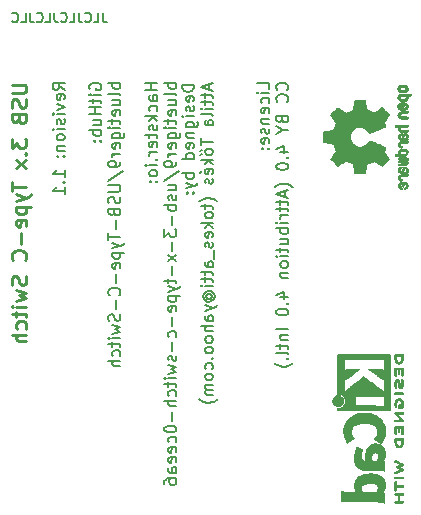
<source format=gbo>
G04 #@! TF.GenerationSoftware,KiCad,Pcbnew,6.0.9-8da3e8f707~116~ubuntu20.04.1*
G04 #@! TF.CreationDate,2022-11-26T18:10:52+02:00*
G04 #@! TF.ProjectId,USB-TypeC-Switch,5553422d-5479-4706-9543-2d5377697463,rev?*
G04 #@! TF.SameCoordinates,Original*
G04 #@! TF.FileFunction,Legend,Bot*
G04 #@! TF.FilePolarity,Positive*
%FSLAX46Y46*%
G04 Gerber Fmt 4.6, Leading zero omitted, Abs format (unit mm)*
G04 Created by KiCad (PCBNEW 6.0.9-8da3e8f707~116~ubuntu20.04.1) date 2022-11-26 18:10:52*
%MOMM*%
%LPD*%
G01*
G04 APERTURE LIST*
%ADD10C,0.150000*%
%ADD11C,0.250000*%
%ADD12C,0.010000*%
%ADD13O,0.850000X1.150000*%
%ADD14C,0.850000*%
%ADD15C,0.600000*%
%ADD16O,0.900000X1.500000*%
%ADD17O,1.500000X0.900000*%
%ADD18O,1.800000X0.900000*%
%ADD19C,2.500000*%
%ADD20R,1.000000X1.000000*%
%ADD21O,1.000000X1.000000*%
G04 APERTURE END LIST*
D10*
X57260380Y-95445595D02*
X56260380Y-95445595D01*
X56260380Y-95683690D01*
X56308000Y-95826547D01*
X56403238Y-95921785D01*
X56498476Y-95969404D01*
X56688952Y-96017023D01*
X56831809Y-96017023D01*
X57022285Y-95969404D01*
X57117523Y-95921785D01*
X57212761Y-95826547D01*
X57260380Y-95683690D01*
X57260380Y-95445595D01*
X57212761Y-96826547D02*
X57260380Y-96731309D01*
X57260380Y-96540833D01*
X57212761Y-96445595D01*
X57117523Y-96397976D01*
X56736571Y-96397976D01*
X56641333Y-96445595D01*
X56593714Y-96540833D01*
X56593714Y-96731309D01*
X56641333Y-96826547D01*
X56736571Y-96874166D01*
X56831809Y-96874166D01*
X56927047Y-96397976D01*
X57212761Y-97255119D02*
X57260380Y-97350357D01*
X57260380Y-97540833D01*
X57212761Y-97636071D01*
X57117523Y-97683690D01*
X57069904Y-97683690D01*
X56974666Y-97636071D01*
X56927047Y-97540833D01*
X56927047Y-97397976D01*
X56879428Y-97302738D01*
X56784190Y-97255119D01*
X56736571Y-97255119D01*
X56641333Y-97302738D01*
X56593714Y-97397976D01*
X56593714Y-97540833D01*
X56641333Y-97636071D01*
X57260380Y-98112261D02*
X56593714Y-98112261D01*
X56260380Y-98112261D02*
X56308000Y-98064642D01*
X56355619Y-98112261D01*
X56308000Y-98159880D01*
X56260380Y-98112261D01*
X56355619Y-98112261D01*
X56593714Y-99017023D02*
X57403238Y-99017023D01*
X57498476Y-98969404D01*
X57546095Y-98921785D01*
X57593714Y-98826547D01*
X57593714Y-98683690D01*
X57546095Y-98588452D01*
X57212761Y-99017023D02*
X57260380Y-98921785D01*
X57260380Y-98731309D01*
X57212761Y-98636071D01*
X57165142Y-98588452D01*
X57069904Y-98540833D01*
X56784190Y-98540833D01*
X56688952Y-98588452D01*
X56641333Y-98636071D01*
X56593714Y-98731309D01*
X56593714Y-98921785D01*
X56641333Y-99017023D01*
X56593714Y-99493214D02*
X57260380Y-99493214D01*
X56688952Y-99493214D02*
X56641333Y-99540833D01*
X56593714Y-99636071D01*
X56593714Y-99778928D01*
X56641333Y-99874166D01*
X56736571Y-99921785D01*
X57260380Y-99921785D01*
X57212761Y-100778928D02*
X57260380Y-100683690D01*
X57260380Y-100493214D01*
X57212761Y-100397976D01*
X57117523Y-100350357D01*
X56736571Y-100350357D01*
X56641333Y-100397976D01*
X56593714Y-100493214D01*
X56593714Y-100683690D01*
X56641333Y-100778928D01*
X56736571Y-100826547D01*
X56831809Y-100826547D01*
X56927047Y-100350357D01*
X57260380Y-101683690D02*
X56260380Y-101683690D01*
X57212761Y-101683690D02*
X57260380Y-101588452D01*
X57260380Y-101397976D01*
X57212761Y-101302738D01*
X57165142Y-101255119D01*
X57069904Y-101207500D01*
X56784190Y-101207500D01*
X56688952Y-101255119D01*
X56641333Y-101302738D01*
X56593714Y-101397976D01*
X56593714Y-101588452D01*
X56641333Y-101683690D01*
X57260380Y-102921785D02*
X56260380Y-102921785D01*
X56641333Y-102921785D02*
X56593714Y-103017023D01*
X56593714Y-103207500D01*
X56641333Y-103302738D01*
X56688952Y-103350357D01*
X56784190Y-103397976D01*
X57069904Y-103397976D01*
X57165142Y-103350357D01*
X57212761Y-103302738D01*
X57260380Y-103207500D01*
X57260380Y-103017023D01*
X57212761Y-102921785D01*
X56593714Y-103731309D02*
X57260380Y-103969404D01*
X56593714Y-104207500D02*
X57260380Y-103969404D01*
X57498476Y-103874166D01*
X57546095Y-103826547D01*
X57593714Y-103731309D01*
X57165142Y-104588452D02*
X57212761Y-104636071D01*
X57260380Y-104588452D01*
X57212761Y-104540833D01*
X57165142Y-104588452D01*
X57260380Y-104588452D01*
X56641333Y-104588452D02*
X56688952Y-104636071D01*
X56736571Y-104588452D01*
X56688952Y-104540833D01*
X56641333Y-104588452D01*
X56736571Y-104588452D01*
X58584666Y-95397976D02*
X58584666Y-95874166D01*
X58870380Y-95302738D02*
X57870380Y-95636071D01*
X58870380Y-95969404D01*
X58203714Y-96159880D02*
X58203714Y-96540833D01*
X57870380Y-96302738D02*
X58727523Y-96302738D01*
X58822761Y-96350357D01*
X58870380Y-96445595D01*
X58870380Y-96540833D01*
X58203714Y-96731309D02*
X58203714Y-97112261D01*
X57870380Y-96874166D02*
X58727523Y-96874166D01*
X58822761Y-96921785D01*
X58870380Y-97017023D01*
X58870380Y-97112261D01*
X58870380Y-97445595D02*
X58203714Y-97445595D01*
X57870380Y-97445595D02*
X57918000Y-97397976D01*
X57965619Y-97445595D01*
X57918000Y-97493214D01*
X57870380Y-97445595D01*
X57965619Y-97445595D01*
X58870380Y-98064642D02*
X58822761Y-97969404D01*
X58727523Y-97921785D01*
X57870380Y-97921785D01*
X58870380Y-98874166D02*
X58346571Y-98874166D01*
X58251333Y-98826547D01*
X58203714Y-98731309D01*
X58203714Y-98540833D01*
X58251333Y-98445595D01*
X58822761Y-98874166D02*
X58870380Y-98778928D01*
X58870380Y-98540833D01*
X58822761Y-98445595D01*
X58727523Y-98397976D01*
X58632285Y-98397976D01*
X58537047Y-98445595D01*
X58489428Y-98540833D01*
X58489428Y-98778928D01*
X58441809Y-98874166D01*
X57870380Y-99969404D02*
X57870380Y-100540833D01*
X58870380Y-100255119D02*
X57870380Y-100255119D01*
X58870380Y-101017023D02*
X58822761Y-100921785D01*
X58775142Y-100874166D01*
X58679904Y-100826547D01*
X58394190Y-100826547D01*
X58298952Y-100874166D01*
X58251333Y-100921785D01*
X58203714Y-101017023D01*
X58203714Y-101159880D01*
X58251333Y-101255119D01*
X58298952Y-101302738D01*
X58394190Y-101350357D01*
X58679904Y-101350357D01*
X58775142Y-101302738D01*
X58822761Y-101255119D01*
X58870380Y-101159880D01*
X58870380Y-101017023D01*
X57822761Y-101064642D02*
X57965619Y-100921785D01*
X57822761Y-101397976D02*
X57965619Y-101255119D01*
X58870380Y-101778928D02*
X57870380Y-101778928D01*
X58489428Y-101874166D02*
X58870380Y-102159880D01*
X58203714Y-102159880D02*
X58584666Y-101778928D01*
X58822761Y-102969404D02*
X58870380Y-102874166D01*
X58870380Y-102683690D01*
X58822761Y-102588452D01*
X58727523Y-102540833D01*
X58346571Y-102540833D01*
X58251333Y-102588452D01*
X58203714Y-102683690D01*
X58203714Y-102874166D01*
X58251333Y-102969404D01*
X58346571Y-103017023D01*
X58441809Y-103017023D01*
X58537047Y-102540833D01*
X57822761Y-102874166D02*
X57965619Y-102731309D01*
X58822761Y-103397976D02*
X58870380Y-103493214D01*
X58870380Y-103683690D01*
X58822761Y-103778928D01*
X58727523Y-103826547D01*
X58679904Y-103826547D01*
X58584666Y-103778928D01*
X58537047Y-103683690D01*
X58537047Y-103540833D01*
X58489428Y-103445595D01*
X58394190Y-103397976D01*
X58346571Y-103397976D01*
X58251333Y-103445595D01*
X58203714Y-103540833D01*
X58203714Y-103683690D01*
X58251333Y-103778928D01*
X59251333Y-105302738D02*
X59203714Y-105255119D01*
X59060857Y-105159880D01*
X58965619Y-105112261D01*
X58822761Y-105064642D01*
X58584666Y-105017023D01*
X58394190Y-105017023D01*
X58156095Y-105064642D01*
X58013238Y-105112261D01*
X57918000Y-105159880D01*
X57775142Y-105255119D01*
X57727523Y-105302738D01*
X58203714Y-105540833D02*
X58203714Y-105921785D01*
X57870380Y-105683690D02*
X58727523Y-105683690D01*
X58822761Y-105731309D01*
X58870380Y-105826547D01*
X58870380Y-105921785D01*
X58870380Y-106397976D02*
X58822761Y-106302738D01*
X58775142Y-106255119D01*
X58679904Y-106207500D01*
X58394190Y-106207500D01*
X58298952Y-106255119D01*
X58251333Y-106302738D01*
X58203714Y-106397976D01*
X58203714Y-106540833D01*
X58251333Y-106636071D01*
X58298952Y-106683690D01*
X58394190Y-106731309D01*
X58679904Y-106731309D01*
X58775142Y-106683690D01*
X58822761Y-106636071D01*
X58870380Y-106540833D01*
X58870380Y-106397976D01*
X58870380Y-107159880D02*
X57870380Y-107159880D01*
X58489428Y-107255119D02*
X58870380Y-107540833D01*
X58203714Y-107540833D02*
X58584666Y-107159880D01*
X58822761Y-108350357D02*
X58870380Y-108255119D01*
X58870380Y-108064642D01*
X58822761Y-107969404D01*
X58727523Y-107921785D01*
X58346571Y-107921785D01*
X58251333Y-107969404D01*
X58203714Y-108064642D01*
X58203714Y-108255119D01*
X58251333Y-108350357D01*
X58346571Y-108397976D01*
X58441809Y-108397976D01*
X58537047Y-107921785D01*
X58822761Y-108778928D02*
X58870380Y-108874166D01*
X58870380Y-109064642D01*
X58822761Y-109159880D01*
X58727523Y-109207500D01*
X58679904Y-109207500D01*
X58584666Y-109159880D01*
X58537047Y-109064642D01*
X58537047Y-108921785D01*
X58489428Y-108826547D01*
X58394190Y-108778928D01*
X58346571Y-108778928D01*
X58251333Y-108826547D01*
X58203714Y-108921785D01*
X58203714Y-109064642D01*
X58251333Y-109159880D01*
X58965619Y-109397976D02*
X58965619Y-110159880D01*
X58870380Y-110826547D02*
X58346571Y-110826547D01*
X58251333Y-110778928D01*
X58203714Y-110683690D01*
X58203714Y-110493214D01*
X58251333Y-110397976D01*
X58822761Y-110826547D02*
X58870380Y-110731309D01*
X58870380Y-110493214D01*
X58822761Y-110397976D01*
X58727523Y-110350357D01*
X58632285Y-110350357D01*
X58537047Y-110397976D01*
X58489428Y-110493214D01*
X58489428Y-110731309D01*
X58441809Y-110826547D01*
X58203714Y-111159880D02*
X58203714Y-111540833D01*
X57870380Y-111302738D02*
X58727523Y-111302738D01*
X58822761Y-111350357D01*
X58870380Y-111445595D01*
X58870380Y-111540833D01*
X58203714Y-111731309D02*
X58203714Y-112112261D01*
X57870380Y-111874166D02*
X58727523Y-111874166D01*
X58822761Y-111921785D01*
X58870380Y-112017023D01*
X58870380Y-112112261D01*
X58870380Y-112445595D02*
X58203714Y-112445595D01*
X57870380Y-112445595D02*
X57918000Y-112397976D01*
X57965619Y-112445595D01*
X57918000Y-112493214D01*
X57870380Y-112445595D01*
X57965619Y-112445595D01*
X58394190Y-113540833D02*
X58346571Y-113493214D01*
X58298952Y-113397976D01*
X58298952Y-113302738D01*
X58346571Y-113207500D01*
X58394190Y-113159880D01*
X58489428Y-113112261D01*
X58584666Y-113112261D01*
X58679904Y-113159880D01*
X58727523Y-113207500D01*
X58775142Y-113302738D01*
X58775142Y-113397976D01*
X58727523Y-113493214D01*
X58679904Y-113540833D01*
X58298952Y-113540833D02*
X58679904Y-113540833D01*
X58727523Y-113588452D01*
X58727523Y-113636071D01*
X58679904Y-113731309D01*
X58584666Y-113778928D01*
X58346571Y-113778928D01*
X58203714Y-113683690D01*
X58108476Y-113540833D01*
X58060857Y-113350357D01*
X58108476Y-113159880D01*
X58203714Y-113017023D01*
X58346571Y-112921785D01*
X58537047Y-112874166D01*
X58727523Y-112921785D01*
X58870380Y-113017023D01*
X58965619Y-113159880D01*
X59013238Y-113350357D01*
X58965619Y-113540833D01*
X58870380Y-113683690D01*
X58203714Y-114112261D02*
X58870380Y-114350357D01*
X58203714Y-114588452D02*
X58870380Y-114350357D01*
X59108476Y-114255119D01*
X59156095Y-114207500D01*
X59203714Y-114112261D01*
X58870380Y-115397976D02*
X58346571Y-115397976D01*
X58251333Y-115350357D01*
X58203714Y-115255119D01*
X58203714Y-115064642D01*
X58251333Y-114969404D01*
X58822761Y-115397976D02*
X58870380Y-115302738D01*
X58870380Y-115064642D01*
X58822761Y-114969404D01*
X58727523Y-114921785D01*
X58632285Y-114921785D01*
X58537047Y-114969404D01*
X58489428Y-115064642D01*
X58489428Y-115302738D01*
X58441809Y-115397976D01*
X58870380Y-115874166D02*
X57870380Y-115874166D01*
X58870380Y-116302738D02*
X58346571Y-116302738D01*
X58251333Y-116255119D01*
X58203714Y-116159880D01*
X58203714Y-116017023D01*
X58251333Y-115921785D01*
X58298952Y-115874166D01*
X58870380Y-116921785D02*
X58822761Y-116826547D01*
X58775142Y-116778928D01*
X58679904Y-116731309D01*
X58394190Y-116731309D01*
X58298952Y-116778928D01*
X58251333Y-116826547D01*
X58203714Y-116921785D01*
X58203714Y-117064642D01*
X58251333Y-117159880D01*
X58298952Y-117207500D01*
X58394190Y-117255119D01*
X58679904Y-117255119D01*
X58775142Y-117207500D01*
X58822761Y-117159880D01*
X58870380Y-117064642D01*
X58870380Y-116921785D01*
X58870380Y-117826547D02*
X58822761Y-117731309D01*
X58775142Y-117683690D01*
X58679904Y-117636071D01*
X58394190Y-117636071D01*
X58298952Y-117683690D01*
X58251333Y-117731309D01*
X58203714Y-117826547D01*
X58203714Y-117969404D01*
X58251333Y-118064642D01*
X58298952Y-118112261D01*
X58394190Y-118159880D01*
X58679904Y-118159880D01*
X58775142Y-118112261D01*
X58822761Y-118064642D01*
X58870380Y-117969404D01*
X58870380Y-117826547D01*
X58775142Y-118588452D02*
X58822761Y-118636071D01*
X58870380Y-118588452D01*
X58822761Y-118540833D01*
X58775142Y-118588452D01*
X58870380Y-118588452D01*
X58822761Y-119493214D02*
X58870380Y-119397976D01*
X58870380Y-119207500D01*
X58822761Y-119112261D01*
X58775142Y-119064642D01*
X58679904Y-119017023D01*
X58394190Y-119017023D01*
X58298952Y-119064642D01*
X58251333Y-119112261D01*
X58203714Y-119207500D01*
X58203714Y-119397976D01*
X58251333Y-119493214D01*
X58870380Y-120064642D02*
X58822761Y-119969404D01*
X58775142Y-119921785D01*
X58679904Y-119874166D01*
X58394190Y-119874166D01*
X58298952Y-119921785D01*
X58251333Y-119969404D01*
X58203714Y-120064642D01*
X58203714Y-120207500D01*
X58251333Y-120302738D01*
X58298952Y-120350357D01*
X58394190Y-120397976D01*
X58679904Y-120397976D01*
X58775142Y-120350357D01*
X58822761Y-120302738D01*
X58870380Y-120207500D01*
X58870380Y-120064642D01*
X58870380Y-120826547D02*
X58203714Y-120826547D01*
X58298952Y-120826547D02*
X58251333Y-120874166D01*
X58203714Y-120969404D01*
X58203714Y-121112261D01*
X58251333Y-121207500D01*
X58346571Y-121255119D01*
X58870380Y-121255119D01*
X58346571Y-121255119D02*
X58251333Y-121302738D01*
X58203714Y-121397976D01*
X58203714Y-121540833D01*
X58251333Y-121636071D01*
X58346571Y-121683690D01*
X58870380Y-121683690D01*
X59251333Y-122064642D02*
X59203714Y-122112261D01*
X59060857Y-122207500D01*
X58965619Y-122255119D01*
X58822761Y-122302738D01*
X58584666Y-122350357D01*
X58394190Y-122350357D01*
X58156095Y-122302738D01*
X58013238Y-122255119D01*
X57918000Y-122207500D01*
X57775142Y-122112261D01*
X57727523Y-122064642D01*
X63637380Y-95761785D02*
X63637380Y-95285595D01*
X62637380Y-95285595D01*
X63637380Y-96095119D02*
X62970714Y-96095119D01*
X62637380Y-96095119D02*
X62685000Y-96047500D01*
X62732619Y-96095119D01*
X62685000Y-96142738D01*
X62637380Y-96095119D01*
X62732619Y-96095119D01*
X63589761Y-96999880D02*
X63637380Y-96904642D01*
X63637380Y-96714166D01*
X63589761Y-96618928D01*
X63542142Y-96571309D01*
X63446904Y-96523690D01*
X63161190Y-96523690D01*
X63065952Y-96571309D01*
X63018333Y-96618928D01*
X62970714Y-96714166D01*
X62970714Y-96904642D01*
X63018333Y-96999880D01*
X63589761Y-97809404D02*
X63637380Y-97714166D01*
X63637380Y-97523690D01*
X63589761Y-97428452D01*
X63494523Y-97380833D01*
X63113571Y-97380833D01*
X63018333Y-97428452D01*
X62970714Y-97523690D01*
X62970714Y-97714166D01*
X63018333Y-97809404D01*
X63113571Y-97857023D01*
X63208809Y-97857023D01*
X63304047Y-97380833D01*
X62970714Y-98285595D02*
X63637380Y-98285595D01*
X63065952Y-98285595D02*
X63018333Y-98333214D01*
X62970714Y-98428452D01*
X62970714Y-98571309D01*
X63018333Y-98666547D01*
X63113571Y-98714166D01*
X63637380Y-98714166D01*
X63589761Y-99142738D02*
X63637380Y-99237976D01*
X63637380Y-99428452D01*
X63589761Y-99523690D01*
X63494523Y-99571309D01*
X63446904Y-99571309D01*
X63351666Y-99523690D01*
X63304047Y-99428452D01*
X63304047Y-99285595D01*
X63256428Y-99190357D01*
X63161190Y-99142738D01*
X63113571Y-99142738D01*
X63018333Y-99190357D01*
X62970714Y-99285595D01*
X62970714Y-99428452D01*
X63018333Y-99523690D01*
X63589761Y-100380833D02*
X63637380Y-100285595D01*
X63637380Y-100095119D01*
X63589761Y-99999880D01*
X63494523Y-99952261D01*
X63113571Y-99952261D01*
X63018333Y-99999880D01*
X62970714Y-100095119D01*
X62970714Y-100285595D01*
X63018333Y-100380833D01*
X63113571Y-100428452D01*
X63208809Y-100428452D01*
X63304047Y-99952261D01*
X63542142Y-100857023D02*
X63589761Y-100904642D01*
X63637380Y-100857023D01*
X63589761Y-100809404D01*
X63542142Y-100857023D01*
X63637380Y-100857023D01*
X63018333Y-100857023D02*
X63065952Y-100904642D01*
X63113571Y-100857023D01*
X63065952Y-100809404D01*
X63018333Y-100857023D01*
X63113571Y-100857023D01*
X65152142Y-95857023D02*
X65199761Y-95809404D01*
X65247380Y-95666547D01*
X65247380Y-95571309D01*
X65199761Y-95428452D01*
X65104523Y-95333214D01*
X65009285Y-95285595D01*
X64818809Y-95237976D01*
X64675952Y-95237976D01*
X64485476Y-95285595D01*
X64390238Y-95333214D01*
X64295000Y-95428452D01*
X64247380Y-95571309D01*
X64247380Y-95666547D01*
X64295000Y-95809404D01*
X64342619Y-95857023D01*
X65152142Y-96857023D02*
X65199761Y-96809404D01*
X65247380Y-96666547D01*
X65247380Y-96571309D01*
X65199761Y-96428452D01*
X65104523Y-96333214D01*
X65009285Y-96285595D01*
X64818809Y-96237976D01*
X64675952Y-96237976D01*
X64485476Y-96285595D01*
X64390238Y-96333214D01*
X64295000Y-96428452D01*
X64247380Y-96571309D01*
X64247380Y-96666547D01*
X64295000Y-96809404D01*
X64342619Y-96857023D01*
X64723571Y-98380833D02*
X64771190Y-98523690D01*
X64818809Y-98571309D01*
X64914047Y-98618928D01*
X65056904Y-98618928D01*
X65152142Y-98571309D01*
X65199761Y-98523690D01*
X65247380Y-98428452D01*
X65247380Y-98047500D01*
X64247380Y-98047500D01*
X64247380Y-98380833D01*
X64295000Y-98476071D01*
X64342619Y-98523690D01*
X64437857Y-98571309D01*
X64533095Y-98571309D01*
X64628333Y-98523690D01*
X64675952Y-98476071D01*
X64723571Y-98380833D01*
X64723571Y-98047500D01*
X64771190Y-99237976D02*
X65247380Y-99237976D01*
X64247380Y-98904642D02*
X64771190Y-99237976D01*
X64247380Y-99571309D01*
X64580714Y-101095119D02*
X65247380Y-101095119D01*
X64199761Y-100857023D02*
X64914047Y-100618928D01*
X64914047Y-101237976D01*
X65152142Y-101618928D02*
X65199761Y-101666547D01*
X65247380Y-101618928D01*
X65199761Y-101571309D01*
X65152142Y-101618928D01*
X65247380Y-101618928D01*
X64247380Y-102285595D02*
X64247380Y-102380833D01*
X64295000Y-102476071D01*
X64342619Y-102523690D01*
X64437857Y-102571309D01*
X64628333Y-102618928D01*
X64866428Y-102618928D01*
X65056904Y-102571309D01*
X65152142Y-102523690D01*
X65199761Y-102476071D01*
X65247380Y-102380833D01*
X65247380Y-102285595D01*
X65199761Y-102190357D01*
X65152142Y-102142738D01*
X65056904Y-102095119D01*
X64866428Y-102047500D01*
X64628333Y-102047500D01*
X64437857Y-102095119D01*
X64342619Y-102142738D01*
X64295000Y-102190357D01*
X64247380Y-102285595D01*
X65628333Y-104095119D02*
X65580714Y-104047500D01*
X65437857Y-103952261D01*
X65342619Y-103904642D01*
X65199761Y-103857023D01*
X64961666Y-103809404D01*
X64771190Y-103809404D01*
X64533095Y-103857023D01*
X64390238Y-103904642D01*
X64295000Y-103952261D01*
X64152142Y-104047500D01*
X64104523Y-104095119D01*
X64961666Y-104428452D02*
X64961666Y-104904642D01*
X65247380Y-104333214D02*
X64247380Y-104666547D01*
X65247380Y-104999880D01*
X64580714Y-105190357D02*
X64580714Y-105571309D01*
X64247380Y-105333214D02*
X65104523Y-105333214D01*
X65199761Y-105380833D01*
X65247380Y-105476071D01*
X65247380Y-105571309D01*
X64580714Y-105761785D02*
X64580714Y-106142738D01*
X64247380Y-105904642D02*
X65104523Y-105904642D01*
X65199761Y-105952261D01*
X65247380Y-106047500D01*
X65247380Y-106142738D01*
X65247380Y-106476071D02*
X64580714Y-106476071D01*
X64771190Y-106476071D02*
X64675952Y-106523690D01*
X64628333Y-106571309D01*
X64580714Y-106666547D01*
X64580714Y-106761785D01*
X65247380Y-107095119D02*
X64580714Y-107095119D01*
X64247380Y-107095119D02*
X64295000Y-107047500D01*
X64342619Y-107095119D01*
X64295000Y-107142738D01*
X64247380Y-107095119D01*
X64342619Y-107095119D01*
X65247380Y-107571309D02*
X64247380Y-107571309D01*
X64628333Y-107571309D02*
X64580714Y-107666547D01*
X64580714Y-107857023D01*
X64628333Y-107952261D01*
X64675952Y-107999880D01*
X64771190Y-108047500D01*
X65056904Y-108047500D01*
X65152142Y-107999880D01*
X65199761Y-107952261D01*
X65247380Y-107857023D01*
X65247380Y-107666547D01*
X65199761Y-107571309D01*
X64580714Y-108904642D02*
X65247380Y-108904642D01*
X64580714Y-108476071D02*
X65104523Y-108476071D01*
X65199761Y-108523690D01*
X65247380Y-108618928D01*
X65247380Y-108761785D01*
X65199761Y-108857023D01*
X65152142Y-108904642D01*
X64580714Y-109237976D02*
X64580714Y-109618928D01*
X64247380Y-109380833D02*
X65104523Y-109380833D01*
X65199761Y-109428452D01*
X65247380Y-109523690D01*
X65247380Y-109618928D01*
X65247380Y-109952261D02*
X64580714Y-109952261D01*
X64247380Y-109952261D02*
X64295000Y-109904642D01*
X64342619Y-109952261D01*
X64295000Y-109999880D01*
X64247380Y-109952261D01*
X64342619Y-109952261D01*
X65247380Y-110571309D02*
X65199761Y-110476071D01*
X65152142Y-110428452D01*
X65056904Y-110380833D01*
X64771190Y-110380833D01*
X64675952Y-110428452D01*
X64628333Y-110476071D01*
X64580714Y-110571309D01*
X64580714Y-110714166D01*
X64628333Y-110809404D01*
X64675952Y-110857023D01*
X64771190Y-110904642D01*
X65056904Y-110904642D01*
X65152142Y-110857023D01*
X65199761Y-110809404D01*
X65247380Y-110714166D01*
X65247380Y-110571309D01*
X64580714Y-111333214D02*
X65247380Y-111333214D01*
X64675952Y-111333214D02*
X64628333Y-111380833D01*
X64580714Y-111476071D01*
X64580714Y-111618928D01*
X64628333Y-111714166D01*
X64723571Y-111761785D01*
X65247380Y-111761785D01*
X64580714Y-113428452D02*
X65247380Y-113428452D01*
X64199761Y-113190357D02*
X64914047Y-112952261D01*
X64914047Y-113571309D01*
X65152142Y-113952261D02*
X65199761Y-113999880D01*
X65247380Y-113952261D01*
X65199761Y-113904642D01*
X65152142Y-113952261D01*
X65247380Y-113952261D01*
X64247380Y-114618928D02*
X64247380Y-114714166D01*
X64295000Y-114809404D01*
X64342619Y-114857023D01*
X64437857Y-114904642D01*
X64628333Y-114952261D01*
X64866428Y-114952261D01*
X65056904Y-114904642D01*
X65152142Y-114857023D01*
X65199761Y-114809404D01*
X65247380Y-114714166D01*
X65247380Y-114618928D01*
X65199761Y-114523690D01*
X65152142Y-114476071D01*
X65056904Y-114428452D01*
X64866428Y-114380833D01*
X64628333Y-114380833D01*
X64437857Y-114428452D01*
X64342619Y-114476071D01*
X64295000Y-114523690D01*
X64247380Y-114618928D01*
X65247380Y-116142738D02*
X64247380Y-116142738D01*
X64580714Y-116618928D02*
X65247380Y-116618928D01*
X64675952Y-116618928D02*
X64628333Y-116666547D01*
X64580714Y-116761785D01*
X64580714Y-116904642D01*
X64628333Y-116999880D01*
X64723571Y-117047500D01*
X65247380Y-117047500D01*
X64580714Y-117380833D02*
X64580714Y-117761785D01*
X64247380Y-117523690D02*
X65104523Y-117523690D01*
X65199761Y-117571309D01*
X65247380Y-117666547D01*
X65247380Y-117761785D01*
X65247380Y-118237976D02*
X65199761Y-118142738D01*
X65104523Y-118095119D01*
X64247380Y-118095119D01*
X65152142Y-118618928D02*
X65199761Y-118666547D01*
X65247380Y-118618928D01*
X65199761Y-118571309D01*
X65152142Y-118618928D01*
X65247380Y-118618928D01*
X65628333Y-118999880D02*
X65580714Y-119047500D01*
X65437857Y-119142738D01*
X65342619Y-119190357D01*
X65199761Y-119237976D01*
X64961666Y-119285595D01*
X64771190Y-119285595D01*
X64533095Y-119237976D01*
X64390238Y-119190357D01*
X64295000Y-119142738D01*
X64152142Y-119047500D01*
X64104523Y-118999880D01*
X46319380Y-95857023D02*
X45843190Y-95523690D01*
X46319380Y-95285595D02*
X45319380Y-95285595D01*
X45319380Y-95666547D01*
X45367000Y-95761785D01*
X45414619Y-95809404D01*
X45509857Y-95857023D01*
X45652714Y-95857023D01*
X45747952Y-95809404D01*
X45795571Y-95761785D01*
X45843190Y-95666547D01*
X45843190Y-95285595D01*
X46271761Y-96666547D02*
X46319380Y-96571309D01*
X46319380Y-96380833D01*
X46271761Y-96285595D01*
X46176523Y-96237976D01*
X45795571Y-96237976D01*
X45700333Y-96285595D01*
X45652714Y-96380833D01*
X45652714Y-96571309D01*
X45700333Y-96666547D01*
X45795571Y-96714166D01*
X45890809Y-96714166D01*
X45986047Y-96237976D01*
X45652714Y-97047500D02*
X46319380Y-97285595D01*
X45652714Y-97523690D01*
X46319380Y-97904642D02*
X45652714Y-97904642D01*
X45319380Y-97904642D02*
X45367000Y-97857023D01*
X45414619Y-97904642D01*
X45367000Y-97952261D01*
X45319380Y-97904642D01*
X45414619Y-97904642D01*
X46271761Y-98333214D02*
X46319380Y-98428452D01*
X46319380Y-98618928D01*
X46271761Y-98714166D01*
X46176523Y-98761785D01*
X46128904Y-98761785D01*
X46033666Y-98714166D01*
X45986047Y-98618928D01*
X45986047Y-98476071D01*
X45938428Y-98380833D01*
X45843190Y-98333214D01*
X45795571Y-98333214D01*
X45700333Y-98380833D01*
X45652714Y-98476071D01*
X45652714Y-98618928D01*
X45700333Y-98714166D01*
X46319380Y-99190357D02*
X45652714Y-99190357D01*
X45319380Y-99190357D02*
X45367000Y-99142738D01*
X45414619Y-99190357D01*
X45367000Y-99237976D01*
X45319380Y-99190357D01*
X45414619Y-99190357D01*
X46319380Y-99809404D02*
X46271761Y-99714166D01*
X46224142Y-99666547D01*
X46128904Y-99618928D01*
X45843190Y-99618928D01*
X45747952Y-99666547D01*
X45700333Y-99714166D01*
X45652714Y-99809404D01*
X45652714Y-99952261D01*
X45700333Y-100047500D01*
X45747952Y-100095119D01*
X45843190Y-100142738D01*
X46128904Y-100142738D01*
X46224142Y-100095119D01*
X46271761Y-100047500D01*
X46319380Y-99952261D01*
X46319380Y-99809404D01*
X45652714Y-100571309D02*
X46319380Y-100571309D01*
X45747952Y-100571309D02*
X45700333Y-100618928D01*
X45652714Y-100714166D01*
X45652714Y-100857023D01*
X45700333Y-100952261D01*
X45795571Y-100999880D01*
X46319380Y-100999880D01*
X46224142Y-101476071D02*
X46271761Y-101523690D01*
X46319380Y-101476071D01*
X46271761Y-101428452D01*
X46224142Y-101476071D01*
X46319380Y-101476071D01*
X45700333Y-101476071D02*
X45747952Y-101523690D01*
X45795571Y-101476071D01*
X45747952Y-101428452D01*
X45700333Y-101476071D01*
X45795571Y-101476071D01*
X46319380Y-103237976D02*
X46319380Y-102666547D01*
X46319380Y-102952261D02*
X45319380Y-102952261D01*
X45462238Y-102857023D01*
X45557476Y-102761785D01*
X45605095Y-102666547D01*
X46224142Y-103666547D02*
X46271761Y-103714166D01*
X46319380Y-103666547D01*
X46271761Y-103618928D01*
X46224142Y-103666547D01*
X46319380Y-103666547D01*
X46319380Y-104666547D02*
X46319380Y-104095119D01*
X46319380Y-104380833D02*
X45319380Y-104380833D01*
X45462238Y-104285595D01*
X45557476Y-104190357D01*
X45605095Y-104095119D01*
X54163380Y-95285595D02*
X53163380Y-95285595D01*
X53639571Y-95285595D02*
X53639571Y-95857023D01*
X54163380Y-95857023D02*
X53163380Y-95857023D01*
X54163380Y-96761785D02*
X53639571Y-96761785D01*
X53544333Y-96714166D01*
X53496714Y-96618928D01*
X53496714Y-96428452D01*
X53544333Y-96333214D01*
X54115761Y-96761785D02*
X54163380Y-96666547D01*
X54163380Y-96428452D01*
X54115761Y-96333214D01*
X54020523Y-96285595D01*
X53925285Y-96285595D01*
X53830047Y-96333214D01*
X53782428Y-96428452D01*
X53782428Y-96666547D01*
X53734809Y-96761785D01*
X54115761Y-97666547D02*
X54163380Y-97571309D01*
X54163380Y-97380833D01*
X54115761Y-97285595D01*
X54068142Y-97237976D01*
X53972904Y-97190357D01*
X53687190Y-97190357D01*
X53591952Y-97237976D01*
X53544333Y-97285595D01*
X53496714Y-97380833D01*
X53496714Y-97571309D01*
X53544333Y-97666547D01*
X54163380Y-98095119D02*
X53163380Y-98095119D01*
X53782428Y-98190357D02*
X54163380Y-98476071D01*
X53496714Y-98476071D02*
X53877666Y-98095119D01*
X54115761Y-98857023D02*
X54163380Y-98952261D01*
X54163380Y-99142738D01*
X54115761Y-99237976D01*
X54020523Y-99285595D01*
X53972904Y-99285595D01*
X53877666Y-99237976D01*
X53830047Y-99142738D01*
X53830047Y-98999880D01*
X53782428Y-98904642D01*
X53687190Y-98857023D01*
X53639571Y-98857023D01*
X53544333Y-98904642D01*
X53496714Y-98999880D01*
X53496714Y-99142738D01*
X53544333Y-99237976D01*
X53496714Y-99571309D02*
X53496714Y-99952261D01*
X53163380Y-99714166D02*
X54020523Y-99714166D01*
X54115761Y-99761785D01*
X54163380Y-99857023D01*
X54163380Y-99952261D01*
X54115761Y-100666547D02*
X54163380Y-100571309D01*
X54163380Y-100380833D01*
X54115761Y-100285595D01*
X54020523Y-100237976D01*
X53639571Y-100237976D01*
X53544333Y-100285595D01*
X53496714Y-100380833D01*
X53496714Y-100571309D01*
X53544333Y-100666547D01*
X53639571Y-100714166D01*
X53734809Y-100714166D01*
X53830047Y-100237976D01*
X54163380Y-101142738D02*
X53496714Y-101142738D01*
X53687190Y-101142738D02*
X53591952Y-101190357D01*
X53544333Y-101237976D01*
X53496714Y-101333214D01*
X53496714Y-101428452D01*
X54068142Y-101761785D02*
X54115761Y-101809404D01*
X54163380Y-101761785D01*
X54115761Y-101714166D01*
X54068142Y-101761785D01*
X54163380Y-101761785D01*
X54163380Y-102237976D02*
X53496714Y-102237976D01*
X53163380Y-102237976D02*
X53211000Y-102190357D01*
X53258619Y-102237976D01*
X53211000Y-102285595D01*
X53163380Y-102237976D01*
X53258619Y-102237976D01*
X54163380Y-102857023D02*
X54115761Y-102761785D01*
X54068142Y-102714166D01*
X53972904Y-102666547D01*
X53687190Y-102666547D01*
X53591952Y-102714166D01*
X53544333Y-102761785D01*
X53496714Y-102857023D01*
X53496714Y-102999880D01*
X53544333Y-103095119D01*
X53591952Y-103142738D01*
X53687190Y-103190357D01*
X53972904Y-103190357D01*
X54068142Y-103142738D01*
X54115761Y-103095119D01*
X54163380Y-102999880D01*
X54163380Y-102857023D01*
X54068142Y-103618928D02*
X54115761Y-103666547D01*
X54163380Y-103618928D01*
X54115761Y-103571309D01*
X54068142Y-103618928D01*
X54163380Y-103618928D01*
X53544333Y-103618928D02*
X53591952Y-103666547D01*
X53639571Y-103618928D01*
X53591952Y-103571309D01*
X53544333Y-103618928D01*
X53639571Y-103618928D01*
X55773380Y-95285595D02*
X54773380Y-95285595D01*
X55154333Y-95285595D02*
X55106714Y-95380833D01*
X55106714Y-95571309D01*
X55154333Y-95666547D01*
X55201952Y-95714166D01*
X55297190Y-95761785D01*
X55582904Y-95761785D01*
X55678142Y-95714166D01*
X55725761Y-95666547D01*
X55773380Y-95571309D01*
X55773380Y-95380833D01*
X55725761Y-95285595D01*
X55773380Y-96333214D02*
X55725761Y-96237976D01*
X55630523Y-96190357D01*
X54773380Y-96190357D01*
X55106714Y-97142738D02*
X55773380Y-97142738D01*
X55106714Y-96714166D02*
X55630523Y-96714166D01*
X55725761Y-96761785D01*
X55773380Y-96857023D01*
X55773380Y-96999880D01*
X55725761Y-97095119D01*
X55678142Y-97142738D01*
X55725761Y-97999880D02*
X55773380Y-97904642D01*
X55773380Y-97714166D01*
X55725761Y-97618928D01*
X55630523Y-97571309D01*
X55249571Y-97571309D01*
X55154333Y-97618928D01*
X55106714Y-97714166D01*
X55106714Y-97904642D01*
X55154333Y-97999880D01*
X55249571Y-98047500D01*
X55344809Y-98047500D01*
X55440047Y-97571309D01*
X55106714Y-98333214D02*
X55106714Y-98714166D01*
X54773380Y-98476071D02*
X55630523Y-98476071D01*
X55725761Y-98523690D01*
X55773380Y-98618928D01*
X55773380Y-98714166D01*
X55773380Y-99047500D02*
X55106714Y-99047500D01*
X54773380Y-99047500D02*
X54821000Y-98999880D01*
X54868619Y-99047500D01*
X54821000Y-99095119D01*
X54773380Y-99047500D01*
X54868619Y-99047500D01*
X55106714Y-99952261D02*
X55916238Y-99952261D01*
X56011476Y-99904642D01*
X56059095Y-99857023D01*
X56106714Y-99761785D01*
X56106714Y-99618928D01*
X56059095Y-99523690D01*
X55725761Y-99952261D02*
X55773380Y-99857023D01*
X55773380Y-99666547D01*
X55725761Y-99571309D01*
X55678142Y-99523690D01*
X55582904Y-99476071D01*
X55297190Y-99476071D01*
X55201952Y-99523690D01*
X55154333Y-99571309D01*
X55106714Y-99666547D01*
X55106714Y-99857023D01*
X55154333Y-99952261D01*
X55725761Y-100809404D02*
X55773380Y-100714166D01*
X55773380Y-100523690D01*
X55725761Y-100428452D01*
X55630523Y-100380833D01*
X55249571Y-100380833D01*
X55154333Y-100428452D01*
X55106714Y-100523690D01*
X55106714Y-100714166D01*
X55154333Y-100809404D01*
X55249571Y-100857023D01*
X55344809Y-100857023D01*
X55440047Y-100380833D01*
X55773380Y-101285595D02*
X55106714Y-101285595D01*
X55297190Y-101285595D02*
X55201952Y-101333214D01*
X55154333Y-101380833D01*
X55106714Y-101476071D01*
X55106714Y-101571309D01*
X55773380Y-101952261D02*
X55773380Y-102142738D01*
X55725761Y-102237976D01*
X55678142Y-102285595D01*
X55535285Y-102380833D01*
X55344809Y-102428452D01*
X54963857Y-102428452D01*
X54868619Y-102380833D01*
X54821000Y-102333214D01*
X54773380Y-102237976D01*
X54773380Y-102047500D01*
X54821000Y-101952261D01*
X54868619Y-101904642D01*
X54963857Y-101857023D01*
X55201952Y-101857023D01*
X55297190Y-101904642D01*
X55344809Y-101952261D01*
X55392428Y-102047500D01*
X55392428Y-102237976D01*
X55344809Y-102333214D01*
X55297190Y-102380833D01*
X55201952Y-102428452D01*
X54725761Y-103571309D02*
X56011476Y-102714166D01*
X55106714Y-104333214D02*
X55773380Y-104333214D01*
X55106714Y-103904642D02*
X55630523Y-103904642D01*
X55725761Y-103952261D01*
X55773380Y-104047500D01*
X55773380Y-104190357D01*
X55725761Y-104285595D01*
X55678142Y-104333214D01*
X55725761Y-104761785D02*
X55773380Y-104857023D01*
X55773380Y-105047500D01*
X55725761Y-105142738D01*
X55630523Y-105190357D01*
X55582904Y-105190357D01*
X55487666Y-105142738D01*
X55440047Y-105047500D01*
X55440047Y-104904642D01*
X55392428Y-104809404D01*
X55297190Y-104761785D01*
X55249571Y-104761785D01*
X55154333Y-104809404D01*
X55106714Y-104904642D01*
X55106714Y-105047500D01*
X55154333Y-105142738D01*
X55773380Y-105618928D02*
X54773380Y-105618928D01*
X55154333Y-105618928D02*
X55106714Y-105714166D01*
X55106714Y-105904642D01*
X55154333Y-105999880D01*
X55201952Y-106047500D01*
X55297190Y-106095119D01*
X55582904Y-106095119D01*
X55678142Y-106047500D01*
X55725761Y-105999880D01*
X55773380Y-105904642D01*
X55773380Y-105714166D01*
X55725761Y-105618928D01*
X55392428Y-106523690D02*
X55392428Y-107285595D01*
X54773380Y-107666547D02*
X54773380Y-108285595D01*
X55154333Y-107952261D01*
X55154333Y-108095119D01*
X55201952Y-108190357D01*
X55249571Y-108237976D01*
X55344809Y-108285595D01*
X55582904Y-108285595D01*
X55678142Y-108237976D01*
X55725761Y-108190357D01*
X55773380Y-108095119D01*
X55773380Y-107809404D01*
X55725761Y-107714166D01*
X55678142Y-107666547D01*
X55392428Y-108714166D02*
X55392428Y-109476071D01*
X55773380Y-109857023D02*
X55106714Y-110380833D01*
X55106714Y-109857023D02*
X55773380Y-110380833D01*
X55392428Y-110761785D02*
X55392428Y-111523690D01*
X55106714Y-111857023D02*
X55106714Y-112237976D01*
X54773380Y-111999880D02*
X55630523Y-111999880D01*
X55725761Y-112047500D01*
X55773380Y-112142738D01*
X55773380Y-112237976D01*
X55106714Y-112476071D02*
X55773380Y-112714166D01*
X55106714Y-112952261D02*
X55773380Y-112714166D01*
X56011476Y-112618928D01*
X56059095Y-112571309D01*
X56106714Y-112476071D01*
X55106714Y-113333214D02*
X56106714Y-113333214D01*
X55154333Y-113333214D02*
X55106714Y-113428452D01*
X55106714Y-113618928D01*
X55154333Y-113714166D01*
X55201952Y-113761785D01*
X55297190Y-113809404D01*
X55582904Y-113809404D01*
X55678142Y-113761785D01*
X55725761Y-113714166D01*
X55773380Y-113618928D01*
X55773380Y-113428452D01*
X55725761Y-113333214D01*
X55725761Y-114618928D02*
X55773380Y-114523690D01*
X55773380Y-114333214D01*
X55725761Y-114237976D01*
X55630523Y-114190357D01*
X55249571Y-114190357D01*
X55154333Y-114237976D01*
X55106714Y-114333214D01*
X55106714Y-114523690D01*
X55154333Y-114618928D01*
X55249571Y-114666547D01*
X55344809Y-114666547D01*
X55440047Y-114190357D01*
X55392428Y-115095119D02*
X55392428Y-115857023D01*
X55725761Y-116761785D02*
X55773380Y-116666547D01*
X55773380Y-116476071D01*
X55725761Y-116380833D01*
X55678142Y-116333214D01*
X55582904Y-116285595D01*
X55297190Y-116285595D01*
X55201952Y-116333214D01*
X55154333Y-116380833D01*
X55106714Y-116476071D01*
X55106714Y-116666547D01*
X55154333Y-116761785D01*
X55392428Y-117190357D02*
X55392428Y-117952261D01*
X55725761Y-118380833D02*
X55773380Y-118476071D01*
X55773380Y-118666547D01*
X55725761Y-118761785D01*
X55630523Y-118809404D01*
X55582904Y-118809404D01*
X55487666Y-118761785D01*
X55440047Y-118666547D01*
X55440047Y-118523690D01*
X55392428Y-118428452D01*
X55297190Y-118380833D01*
X55249571Y-118380833D01*
X55154333Y-118428452D01*
X55106714Y-118523690D01*
X55106714Y-118666547D01*
X55154333Y-118761785D01*
X55106714Y-119142738D02*
X55773380Y-119333214D01*
X55297190Y-119523690D01*
X55773380Y-119714166D01*
X55106714Y-119904642D01*
X55773380Y-120285595D02*
X55106714Y-120285595D01*
X54773380Y-120285595D02*
X54821000Y-120237976D01*
X54868619Y-120285595D01*
X54821000Y-120333214D01*
X54773380Y-120285595D01*
X54868619Y-120285595D01*
X55106714Y-120618928D02*
X55106714Y-120999880D01*
X54773380Y-120761785D02*
X55630523Y-120761785D01*
X55725761Y-120809404D01*
X55773380Y-120904642D01*
X55773380Y-120999880D01*
X55725761Y-121761785D02*
X55773380Y-121666547D01*
X55773380Y-121476071D01*
X55725761Y-121380833D01*
X55678142Y-121333214D01*
X55582904Y-121285595D01*
X55297190Y-121285595D01*
X55201952Y-121333214D01*
X55154333Y-121380833D01*
X55106714Y-121476071D01*
X55106714Y-121666547D01*
X55154333Y-121761785D01*
X55773380Y-122190357D02*
X54773380Y-122190357D01*
X55773380Y-122618928D02*
X55249571Y-122618928D01*
X55154333Y-122571309D01*
X55106714Y-122476071D01*
X55106714Y-122333214D01*
X55154333Y-122237976D01*
X55201952Y-122190357D01*
X55392428Y-123095119D02*
X55392428Y-123857023D01*
X54773380Y-124523690D02*
X54773380Y-124618928D01*
X54821000Y-124714166D01*
X54868619Y-124761785D01*
X54963857Y-124809404D01*
X55154333Y-124857023D01*
X55392428Y-124857023D01*
X55582904Y-124809404D01*
X55678142Y-124761785D01*
X55725761Y-124714166D01*
X55773380Y-124618928D01*
X55773380Y-124523690D01*
X55725761Y-124428452D01*
X55678142Y-124380833D01*
X55582904Y-124333214D01*
X55392428Y-124285595D01*
X55154333Y-124285595D01*
X54963857Y-124333214D01*
X54868619Y-124380833D01*
X54821000Y-124428452D01*
X54773380Y-124523690D01*
X55725761Y-125714166D02*
X55773380Y-125618928D01*
X55773380Y-125428452D01*
X55725761Y-125333214D01*
X55678142Y-125285595D01*
X55582904Y-125237976D01*
X55297190Y-125237976D01*
X55201952Y-125285595D01*
X55154333Y-125333214D01*
X55106714Y-125428452D01*
X55106714Y-125618928D01*
X55154333Y-125714166D01*
X55725761Y-126523690D02*
X55773380Y-126428452D01*
X55773380Y-126237976D01*
X55725761Y-126142738D01*
X55630523Y-126095119D01*
X55249571Y-126095119D01*
X55154333Y-126142738D01*
X55106714Y-126237976D01*
X55106714Y-126428452D01*
X55154333Y-126523690D01*
X55249571Y-126571309D01*
X55344809Y-126571309D01*
X55440047Y-126095119D01*
X55725761Y-127380833D02*
X55773380Y-127285595D01*
X55773380Y-127095119D01*
X55725761Y-126999880D01*
X55630523Y-126952261D01*
X55249571Y-126952261D01*
X55154333Y-126999880D01*
X55106714Y-127095119D01*
X55106714Y-127285595D01*
X55154333Y-127380833D01*
X55249571Y-127428452D01*
X55344809Y-127428452D01*
X55440047Y-126952261D01*
X55773380Y-128285595D02*
X55249571Y-128285595D01*
X55154333Y-128237976D01*
X55106714Y-128142738D01*
X55106714Y-127952261D01*
X55154333Y-127857023D01*
X55725761Y-128285595D02*
X55773380Y-128190357D01*
X55773380Y-127952261D01*
X55725761Y-127857023D01*
X55630523Y-127809404D01*
X55535285Y-127809404D01*
X55440047Y-127857023D01*
X55392428Y-127952261D01*
X55392428Y-128190357D01*
X55344809Y-128285595D01*
X54773380Y-129190357D02*
X54773380Y-128999880D01*
X54821000Y-128904642D01*
X54868619Y-128857023D01*
X55011476Y-128761785D01*
X55201952Y-128714166D01*
X55582904Y-128714166D01*
X55678142Y-128761785D01*
X55725761Y-128809404D01*
X55773380Y-128904642D01*
X55773380Y-129095119D01*
X55725761Y-129190357D01*
X55678142Y-129237976D01*
X55582904Y-129285595D01*
X55344809Y-129285595D01*
X55249571Y-129237976D01*
X55201952Y-129190357D01*
X55154333Y-129095119D01*
X55154333Y-128904642D01*
X55201952Y-128809404D01*
X55249571Y-128761785D01*
X55344809Y-128714166D01*
X48474000Y-95809404D02*
X48426380Y-95714166D01*
X48426380Y-95571309D01*
X48474000Y-95428452D01*
X48569238Y-95333214D01*
X48664476Y-95285595D01*
X48854952Y-95237976D01*
X48997809Y-95237976D01*
X49188285Y-95285595D01*
X49283523Y-95333214D01*
X49378761Y-95428452D01*
X49426380Y-95571309D01*
X49426380Y-95666547D01*
X49378761Y-95809404D01*
X49331142Y-95857023D01*
X48997809Y-95857023D01*
X48997809Y-95666547D01*
X49426380Y-96285595D02*
X48759714Y-96285595D01*
X48426380Y-96285595D02*
X48474000Y-96237976D01*
X48521619Y-96285595D01*
X48474000Y-96333214D01*
X48426380Y-96285595D01*
X48521619Y-96285595D01*
X48759714Y-96618928D02*
X48759714Y-96999880D01*
X48426380Y-96761785D02*
X49283523Y-96761785D01*
X49378761Y-96809404D01*
X49426380Y-96904642D01*
X49426380Y-96999880D01*
X49426380Y-97333214D02*
X48426380Y-97333214D01*
X48902571Y-97333214D02*
X48902571Y-97904642D01*
X49426380Y-97904642D02*
X48426380Y-97904642D01*
X48759714Y-98809404D02*
X49426380Y-98809404D01*
X48759714Y-98380833D02*
X49283523Y-98380833D01*
X49378761Y-98428452D01*
X49426380Y-98523690D01*
X49426380Y-98666547D01*
X49378761Y-98761785D01*
X49331142Y-98809404D01*
X49426380Y-99285595D02*
X48426380Y-99285595D01*
X48807333Y-99285595D02*
X48759714Y-99380833D01*
X48759714Y-99571309D01*
X48807333Y-99666547D01*
X48854952Y-99714166D01*
X48950190Y-99761785D01*
X49235904Y-99761785D01*
X49331142Y-99714166D01*
X49378761Y-99666547D01*
X49426380Y-99571309D01*
X49426380Y-99380833D01*
X49378761Y-99285595D01*
X49331142Y-100190357D02*
X49378761Y-100237976D01*
X49426380Y-100190357D01*
X49378761Y-100142738D01*
X49331142Y-100190357D01*
X49426380Y-100190357D01*
X48807333Y-100190357D02*
X48854952Y-100237976D01*
X48902571Y-100190357D01*
X48854952Y-100142738D01*
X48807333Y-100190357D01*
X48902571Y-100190357D01*
X51036380Y-95285595D02*
X50036380Y-95285595D01*
X50417333Y-95285595D02*
X50369714Y-95380833D01*
X50369714Y-95571309D01*
X50417333Y-95666547D01*
X50464952Y-95714166D01*
X50560190Y-95761785D01*
X50845904Y-95761785D01*
X50941142Y-95714166D01*
X50988761Y-95666547D01*
X51036380Y-95571309D01*
X51036380Y-95380833D01*
X50988761Y-95285595D01*
X51036380Y-96333214D02*
X50988761Y-96237976D01*
X50893523Y-96190357D01*
X50036380Y-96190357D01*
X50369714Y-97142738D02*
X51036380Y-97142738D01*
X50369714Y-96714166D02*
X50893523Y-96714166D01*
X50988761Y-96761785D01*
X51036380Y-96857023D01*
X51036380Y-96999880D01*
X50988761Y-97095119D01*
X50941142Y-97142738D01*
X50988761Y-97999880D02*
X51036380Y-97904642D01*
X51036380Y-97714166D01*
X50988761Y-97618928D01*
X50893523Y-97571309D01*
X50512571Y-97571309D01*
X50417333Y-97618928D01*
X50369714Y-97714166D01*
X50369714Y-97904642D01*
X50417333Y-97999880D01*
X50512571Y-98047500D01*
X50607809Y-98047500D01*
X50703047Y-97571309D01*
X50369714Y-98333214D02*
X50369714Y-98714166D01*
X50036380Y-98476071D02*
X50893523Y-98476071D01*
X50988761Y-98523690D01*
X51036380Y-98618928D01*
X51036380Y-98714166D01*
X51036380Y-99047500D02*
X50369714Y-99047500D01*
X50036380Y-99047500D02*
X50084000Y-98999880D01*
X50131619Y-99047500D01*
X50084000Y-99095119D01*
X50036380Y-99047500D01*
X50131619Y-99047500D01*
X50369714Y-99952261D02*
X51179238Y-99952261D01*
X51274476Y-99904642D01*
X51322095Y-99857023D01*
X51369714Y-99761785D01*
X51369714Y-99618928D01*
X51322095Y-99523690D01*
X50988761Y-99952261D02*
X51036380Y-99857023D01*
X51036380Y-99666547D01*
X50988761Y-99571309D01*
X50941142Y-99523690D01*
X50845904Y-99476071D01*
X50560190Y-99476071D01*
X50464952Y-99523690D01*
X50417333Y-99571309D01*
X50369714Y-99666547D01*
X50369714Y-99857023D01*
X50417333Y-99952261D01*
X50988761Y-100809404D02*
X51036380Y-100714166D01*
X51036380Y-100523690D01*
X50988761Y-100428452D01*
X50893523Y-100380833D01*
X50512571Y-100380833D01*
X50417333Y-100428452D01*
X50369714Y-100523690D01*
X50369714Y-100714166D01*
X50417333Y-100809404D01*
X50512571Y-100857023D01*
X50607809Y-100857023D01*
X50703047Y-100380833D01*
X51036380Y-101285595D02*
X50369714Y-101285595D01*
X50560190Y-101285595D02*
X50464952Y-101333214D01*
X50417333Y-101380833D01*
X50369714Y-101476071D01*
X50369714Y-101571309D01*
X51036380Y-101952261D02*
X51036380Y-102142738D01*
X50988761Y-102237976D01*
X50941142Y-102285595D01*
X50798285Y-102380833D01*
X50607809Y-102428452D01*
X50226857Y-102428452D01*
X50131619Y-102380833D01*
X50084000Y-102333214D01*
X50036380Y-102237976D01*
X50036380Y-102047500D01*
X50084000Y-101952261D01*
X50131619Y-101904642D01*
X50226857Y-101857023D01*
X50464952Y-101857023D01*
X50560190Y-101904642D01*
X50607809Y-101952261D01*
X50655428Y-102047500D01*
X50655428Y-102237976D01*
X50607809Y-102333214D01*
X50560190Y-102380833D01*
X50464952Y-102428452D01*
X49988761Y-103571309D02*
X51274476Y-102714166D01*
X50036380Y-103904642D02*
X50845904Y-103904642D01*
X50941142Y-103952261D01*
X50988761Y-103999880D01*
X51036380Y-104095119D01*
X51036380Y-104285595D01*
X50988761Y-104380833D01*
X50941142Y-104428452D01*
X50845904Y-104476071D01*
X50036380Y-104476071D01*
X50988761Y-104904642D02*
X51036380Y-105047500D01*
X51036380Y-105285595D01*
X50988761Y-105380833D01*
X50941142Y-105428452D01*
X50845904Y-105476071D01*
X50750666Y-105476071D01*
X50655428Y-105428452D01*
X50607809Y-105380833D01*
X50560190Y-105285595D01*
X50512571Y-105095119D01*
X50464952Y-104999880D01*
X50417333Y-104952261D01*
X50322095Y-104904642D01*
X50226857Y-104904642D01*
X50131619Y-104952261D01*
X50084000Y-104999880D01*
X50036380Y-105095119D01*
X50036380Y-105333214D01*
X50084000Y-105476071D01*
X50512571Y-106237976D02*
X50560190Y-106380833D01*
X50607809Y-106428452D01*
X50703047Y-106476071D01*
X50845904Y-106476071D01*
X50941142Y-106428452D01*
X50988761Y-106380833D01*
X51036380Y-106285595D01*
X51036380Y-105904642D01*
X50036380Y-105904642D01*
X50036380Y-106237976D01*
X50084000Y-106333214D01*
X50131619Y-106380833D01*
X50226857Y-106428452D01*
X50322095Y-106428452D01*
X50417333Y-106380833D01*
X50464952Y-106333214D01*
X50512571Y-106237976D01*
X50512571Y-105904642D01*
X50655428Y-106904642D02*
X50655428Y-107666547D01*
X50036380Y-107999880D02*
X50036380Y-108571309D01*
X51036380Y-108285595D02*
X50036380Y-108285595D01*
X50369714Y-108809404D02*
X51036380Y-109047500D01*
X50369714Y-109285595D02*
X51036380Y-109047500D01*
X51274476Y-108952261D01*
X51322095Y-108904642D01*
X51369714Y-108809404D01*
X50369714Y-109666547D02*
X51369714Y-109666547D01*
X50417333Y-109666547D02*
X50369714Y-109761785D01*
X50369714Y-109952261D01*
X50417333Y-110047500D01*
X50464952Y-110095119D01*
X50560190Y-110142738D01*
X50845904Y-110142738D01*
X50941142Y-110095119D01*
X50988761Y-110047500D01*
X51036380Y-109952261D01*
X51036380Y-109761785D01*
X50988761Y-109666547D01*
X50988761Y-110952261D02*
X51036380Y-110857023D01*
X51036380Y-110666547D01*
X50988761Y-110571309D01*
X50893523Y-110523690D01*
X50512571Y-110523690D01*
X50417333Y-110571309D01*
X50369714Y-110666547D01*
X50369714Y-110857023D01*
X50417333Y-110952261D01*
X50512571Y-110999880D01*
X50607809Y-110999880D01*
X50703047Y-110523690D01*
X50655428Y-111428452D02*
X50655428Y-112190357D01*
X50941142Y-113237976D02*
X50988761Y-113190357D01*
X51036380Y-113047500D01*
X51036380Y-112952261D01*
X50988761Y-112809404D01*
X50893523Y-112714166D01*
X50798285Y-112666547D01*
X50607809Y-112618928D01*
X50464952Y-112618928D01*
X50274476Y-112666547D01*
X50179238Y-112714166D01*
X50084000Y-112809404D01*
X50036380Y-112952261D01*
X50036380Y-113047500D01*
X50084000Y-113190357D01*
X50131619Y-113237976D01*
X50655428Y-113666547D02*
X50655428Y-114428452D01*
X50988761Y-114857023D02*
X51036380Y-114999880D01*
X51036380Y-115237976D01*
X50988761Y-115333214D01*
X50941142Y-115380833D01*
X50845904Y-115428452D01*
X50750666Y-115428452D01*
X50655428Y-115380833D01*
X50607809Y-115333214D01*
X50560190Y-115237976D01*
X50512571Y-115047500D01*
X50464952Y-114952261D01*
X50417333Y-114904642D01*
X50322095Y-114857023D01*
X50226857Y-114857023D01*
X50131619Y-114904642D01*
X50084000Y-114952261D01*
X50036380Y-115047500D01*
X50036380Y-115285595D01*
X50084000Y-115428452D01*
X50369714Y-115761785D02*
X51036380Y-115952261D01*
X50560190Y-116142738D01*
X51036380Y-116333214D01*
X50369714Y-116523690D01*
X51036380Y-116904642D02*
X50369714Y-116904642D01*
X50036380Y-116904642D02*
X50084000Y-116857023D01*
X50131619Y-116904642D01*
X50084000Y-116952261D01*
X50036380Y-116904642D01*
X50131619Y-116904642D01*
X50369714Y-117237976D02*
X50369714Y-117618928D01*
X50036380Y-117380833D02*
X50893523Y-117380833D01*
X50988761Y-117428452D01*
X51036380Y-117523690D01*
X51036380Y-117618928D01*
X50988761Y-118380833D02*
X51036380Y-118285595D01*
X51036380Y-118095119D01*
X50988761Y-117999880D01*
X50941142Y-117952261D01*
X50845904Y-117904642D01*
X50560190Y-117904642D01*
X50464952Y-117952261D01*
X50417333Y-117999880D01*
X50369714Y-118095119D01*
X50369714Y-118285595D01*
X50417333Y-118380833D01*
X51036380Y-118809404D02*
X50036380Y-118809404D01*
X51036380Y-119237976D02*
X50512571Y-119237976D01*
X50417333Y-119190357D01*
X50369714Y-119095119D01*
X50369714Y-118952261D01*
X50417333Y-118857023D01*
X50464952Y-118809404D01*
D11*
X41825476Y-95410119D02*
X42837380Y-95410119D01*
X42956428Y-95469642D01*
X43015952Y-95529166D01*
X43075476Y-95648214D01*
X43075476Y-95886309D01*
X43015952Y-96005357D01*
X42956428Y-96064880D01*
X42837380Y-96124404D01*
X41825476Y-96124404D01*
X43015952Y-96660119D02*
X43075476Y-96838690D01*
X43075476Y-97136309D01*
X43015952Y-97255357D01*
X42956428Y-97314880D01*
X42837380Y-97374404D01*
X42718333Y-97374404D01*
X42599285Y-97314880D01*
X42539761Y-97255357D01*
X42480238Y-97136309D01*
X42420714Y-96898214D01*
X42361190Y-96779166D01*
X42301666Y-96719642D01*
X42182619Y-96660119D01*
X42063571Y-96660119D01*
X41944523Y-96719642D01*
X41885000Y-96779166D01*
X41825476Y-96898214D01*
X41825476Y-97195833D01*
X41885000Y-97374404D01*
X42420714Y-98326785D02*
X42480238Y-98505357D01*
X42539761Y-98564880D01*
X42658809Y-98624404D01*
X42837380Y-98624404D01*
X42956428Y-98564880D01*
X43015952Y-98505357D01*
X43075476Y-98386309D01*
X43075476Y-97910119D01*
X41825476Y-97910119D01*
X41825476Y-98326785D01*
X41885000Y-98445833D01*
X41944523Y-98505357D01*
X42063571Y-98564880D01*
X42182619Y-98564880D01*
X42301666Y-98505357D01*
X42361190Y-98445833D01*
X42420714Y-98326785D01*
X42420714Y-97910119D01*
X41825476Y-99993452D02*
X41825476Y-100767261D01*
X42301666Y-100350595D01*
X42301666Y-100529166D01*
X42361190Y-100648214D01*
X42420714Y-100707738D01*
X42539761Y-100767261D01*
X42837380Y-100767261D01*
X42956428Y-100707738D01*
X43015952Y-100648214D01*
X43075476Y-100529166D01*
X43075476Y-100172023D01*
X43015952Y-100052976D01*
X42956428Y-99993452D01*
X42956428Y-101302976D02*
X43015952Y-101362500D01*
X43075476Y-101302976D01*
X43015952Y-101243452D01*
X42956428Y-101302976D01*
X43075476Y-101302976D01*
X43075476Y-101779166D02*
X42242142Y-102433928D01*
X42242142Y-101779166D02*
X43075476Y-102433928D01*
X41825476Y-103683928D02*
X41825476Y-104398214D01*
X43075476Y-104041071D02*
X41825476Y-104041071D01*
X42242142Y-104695833D02*
X43075476Y-104993452D01*
X42242142Y-105291071D02*
X43075476Y-104993452D01*
X43373095Y-104874404D01*
X43432619Y-104814880D01*
X43492142Y-104695833D01*
X42242142Y-105767261D02*
X43492142Y-105767261D01*
X42301666Y-105767261D02*
X42242142Y-105886309D01*
X42242142Y-106124404D01*
X42301666Y-106243452D01*
X42361190Y-106302976D01*
X42480238Y-106362500D01*
X42837380Y-106362500D01*
X42956428Y-106302976D01*
X43015952Y-106243452D01*
X43075476Y-106124404D01*
X43075476Y-105886309D01*
X43015952Y-105767261D01*
X43015952Y-107374404D02*
X43075476Y-107255357D01*
X43075476Y-107017261D01*
X43015952Y-106898214D01*
X42896904Y-106838690D01*
X42420714Y-106838690D01*
X42301666Y-106898214D01*
X42242142Y-107017261D01*
X42242142Y-107255357D01*
X42301666Y-107374404D01*
X42420714Y-107433928D01*
X42539761Y-107433928D01*
X42658809Y-106838690D01*
X42599285Y-107969642D02*
X42599285Y-108922023D01*
X42956428Y-110231547D02*
X43015952Y-110172023D01*
X43075476Y-109993452D01*
X43075476Y-109874404D01*
X43015952Y-109695833D01*
X42896904Y-109576785D01*
X42777857Y-109517261D01*
X42539761Y-109457738D01*
X42361190Y-109457738D01*
X42123095Y-109517261D01*
X42004047Y-109576785D01*
X41885000Y-109695833D01*
X41825476Y-109874404D01*
X41825476Y-109993452D01*
X41885000Y-110172023D01*
X41944523Y-110231547D01*
X43015952Y-111660119D02*
X43075476Y-111838690D01*
X43075476Y-112136309D01*
X43015952Y-112255357D01*
X42956428Y-112314880D01*
X42837380Y-112374404D01*
X42718333Y-112374404D01*
X42599285Y-112314880D01*
X42539761Y-112255357D01*
X42480238Y-112136309D01*
X42420714Y-111898214D01*
X42361190Y-111779166D01*
X42301666Y-111719642D01*
X42182619Y-111660119D01*
X42063571Y-111660119D01*
X41944523Y-111719642D01*
X41885000Y-111779166D01*
X41825476Y-111898214D01*
X41825476Y-112195833D01*
X41885000Y-112374404D01*
X42242142Y-112791071D02*
X43075476Y-113029166D01*
X42480238Y-113267261D01*
X43075476Y-113505357D01*
X42242142Y-113743452D01*
X43075476Y-114219642D02*
X42242142Y-114219642D01*
X41825476Y-114219642D02*
X41885000Y-114160119D01*
X41944523Y-114219642D01*
X41885000Y-114279166D01*
X41825476Y-114219642D01*
X41944523Y-114219642D01*
X42242142Y-114636309D02*
X42242142Y-115112500D01*
X41825476Y-114814880D02*
X42896904Y-114814880D01*
X43015952Y-114874404D01*
X43075476Y-114993452D01*
X43075476Y-115112500D01*
X43015952Y-116064880D02*
X43075476Y-115945833D01*
X43075476Y-115707738D01*
X43015952Y-115588690D01*
X42956428Y-115529166D01*
X42837380Y-115469642D01*
X42480238Y-115469642D01*
X42361190Y-115529166D01*
X42301666Y-115588690D01*
X42242142Y-115707738D01*
X42242142Y-115945833D01*
X42301666Y-116064880D01*
X43075476Y-116600595D02*
X41825476Y-116600595D01*
X43075476Y-117136309D02*
X42420714Y-117136309D01*
X42301666Y-117076785D01*
X42242142Y-116957738D01*
X42242142Y-116779166D01*
X42301666Y-116660119D01*
X42361190Y-116600595D01*
D10*
X49565238Y-89311904D02*
X49565238Y-89883333D01*
X49603333Y-89997619D01*
X49679523Y-90073809D01*
X49793809Y-90111904D01*
X49870000Y-90111904D01*
X48803333Y-90111904D02*
X49184285Y-90111904D01*
X49184285Y-89311904D01*
X48079523Y-90035714D02*
X48117619Y-90073809D01*
X48231904Y-90111904D01*
X48308095Y-90111904D01*
X48422380Y-90073809D01*
X48498571Y-89997619D01*
X48536666Y-89921428D01*
X48574761Y-89769047D01*
X48574761Y-89654761D01*
X48536666Y-89502380D01*
X48498571Y-89426190D01*
X48422380Y-89350000D01*
X48308095Y-89311904D01*
X48231904Y-89311904D01*
X48117619Y-89350000D01*
X48079523Y-89388095D01*
X47508095Y-89311904D02*
X47508095Y-89883333D01*
X47546190Y-89997619D01*
X47622380Y-90073809D01*
X47736666Y-90111904D01*
X47812857Y-90111904D01*
X46746190Y-90111904D02*
X47127142Y-90111904D01*
X47127142Y-89311904D01*
X46022380Y-90035714D02*
X46060476Y-90073809D01*
X46174761Y-90111904D01*
X46250952Y-90111904D01*
X46365238Y-90073809D01*
X46441428Y-89997619D01*
X46479523Y-89921428D01*
X46517619Y-89769047D01*
X46517619Y-89654761D01*
X46479523Y-89502380D01*
X46441428Y-89426190D01*
X46365238Y-89350000D01*
X46250952Y-89311904D01*
X46174761Y-89311904D01*
X46060476Y-89350000D01*
X46022380Y-89388095D01*
X45450952Y-89311904D02*
X45450952Y-89883333D01*
X45489047Y-89997619D01*
X45565238Y-90073809D01*
X45679523Y-90111904D01*
X45755714Y-90111904D01*
X44689047Y-90111904D02*
X45070000Y-90111904D01*
X45070000Y-89311904D01*
X43965238Y-90035714D02*
X44003333Y-90073809D01*
X44117619Y-90111904D01*
X44193809Y-90111904D01*
X44308095Y-90073809D01*
X44384285Y-89997619D01*
X44422380Y-89921428D01*
X44460476Y-89769047D01*
X44460476Y-89654761D01*
X44422380Y-89502380D01*
X44384285Y-89426190D01*
X44308095Y-89350000D01*
X44193809Y-89311904D01*
X44117619Y-89311904D01*
X44003333Y-89350000D01*
X43965238Y-89388095D01*
X43393809Y-89311904D02*
X43393809Y-89883333D01*
X43431904Y-89997619D01*
X43508095Y-90073809D01*
X43622380Y-90111904D01*
X43698571Y-90111904D01*
X42631904Y-90111904D02*
X43012857Y-90111904D01*
X43012857Y-89311904D01*
X41908095Y-90035714D02*
X41946190Y-90073809D01*
X42060476Y-90111904D01*
X42136666Y-90111904D01*
X42250952Y-90073809D01*
X42327142Y-89997619D01*
X42365238Y-89921428D01*
X42403333Y-89769047D01*
X42403333Y-89654761D01*
X42365238Y-89502380D01*
X42327142Y-89426190D01*
X42250952Y-89350000D01*
X42136666Y-89311904D01*
X42060476Y-89311904D01*
X41946190Y-89350000D01*
X41908095Y-89388095D01*
G36*
X69504307Y-121715331D02*
G01*
X69545450Y-121717540D01*
X69577582Y-121723106D01*
X69608122Y-121733414D01*
X69644489Y-121749852D01*
X69671728Y-121763800D01*
X69757429Y-121822335D01*
X69826617Y-121894381D01*
X69877741Y-121978053D01*
X69909250Y-122071469D01*
X69916225Y-122104566D01*
X69923094Y-122145040D01*
X69924919Y-122178001D01*
X69921947Y-122212302D01*
X69914426Y-122256800D01*
X69902002Y-122308066D01*
X69864112Y-122398566D01*
X69809836Y-122477655D01*
X69741770Y-122543472D01*
X69662511Y-122594160D01*
X69574654Y-122627860D01*
X69480795Y-122642714D01*
X69383530Y-122636864D01*
X69287220Y-122610601D01*
X69198494Y-122565582D01*
X69123419Y-122504627D01*
X69063641Y-122429816D01*
X69020809Y-122343232D01*
X68996571Y-122246957D01*
X68992576Y-122143072D01*
X69002850Y-122065438D01*
X69030053Y-121982687D01*
X69075484Y-121907594D01*
X69141302Y-121835702D01*
X69185567Y-121797154D01*
X69243961Y-121757744D01*
X69304586Y-121732554D01*
X69373865Y-121719139D01*
X69458222Y-121715052D01*
X69504307Y-121715331D01*
G37*
D12*
X69504307Y-121715331D02*
X69545450Y-121717540D01*
X69577582Y-121723106D01*
X69608122Y-121733414D01*
X69644489Y-121749852D01*
X69671728Y-121763800D01*
X69757429Y-121822335D01*
X69826617Y-121894381D01*
X69877741Y-121978053D01*
X69909250Y-122071469D01*
X69916225Y-122104566D01*
X69923094Y-122145040D01*
X69924919Y-122178001D01*
X69921947Y-122212302D01*
X69914426Y-122256800D01*
X69902002Y-122308066D01*
X69864112Y-122398566D01*
X69809836Y-122477655D01*
X69741770Y-122543472D01*
X69662511Y-122594160D01*
X69574654Y-122627860D01*
X69480795Y-122642714D01*
X69383530Y-122636864D01*
X69287220Y-122610601D01*
X69198494Y-122565582D01*
X69123419Y-122504627D01*
X69063641Y-122429816D01*
X69020809Y-122343232D01*
X68996571Y-122246957D01*
X68992576Y-122143072D01*
X69002850Y-122065438D01*
X69030053Y-121982687D01*
X69075484Y-121907594D01*
X69141302Y-121835702D01*
X69185567Y-121797154D01*
X69243961Y-121757744D01*
X69304586Y-121732554D01*
X69373865Y-121719139D01*
X69458222Y-121715052D01*
X69504307Y-121715331D01*
G36*
X74691567Y-121472041D02*
G01*
X74765789Y-121472299D01*
X74822541Y-121472970D01*
X74864512Y-121474248D01*
X74894389Y-121476327D01*
X74914861Y-121479401D01*
X74928614Y-121483666D01*
X74938337Y-121489316D01*
X74946717Y-121496545D01*
X74968181Y-121528009D01*
X74969947Y-121563174D01*
X74950267Y-121596178D01*
X74944398Y-121601484D01*
X74935314Y-121606934D01*
X74921973Y-121611100D01*
X74901757Y-121614154D01*
X74872049Y-121616268D01*
X74830232Y-121617614D01*
X74773689Y-121618362D01*
X74699802Y-121618686D01*
X74605956Y-121618755D01*
X74530294Y-121618716D01*
X74452385Y-121618461D01*
X74392375Y-121617817D01*
X74347648Y-121616613D01*
X74315585Y-121614676D01*
X74293571Y-121611836D01*
X74278987Y-121607921D01*
X74269218Y-121602758D01*
X74261645Y-121596178D01*
X74242623Y-121566994D01*
X74243463Y-121533863D01*
X74266776Y-121499709D01*
X74294485Y-121472000D01*
X74607537Y-121472000D01*
X74691567Y-121472041D01*
G37*
X74691567Y-121472041D02*
X74765789Y-121472299D01*
X74822541Y-121472970D01*
X74864512Y-121474248D01*
X74894389Y-121476327D01*
X74914861Y-121479401D01*
X74928614Y-121483666D01*
X74938337Y-121489316D01*
X74946717Y-121496545D01*
X74968181Y-121528009D01*
X74969947Y-121563174D01*
X74950267Y-121596178D01*
X74944398Y-121601484D01*
X74935314Y-121606934D01*
X74921973Y-121611100D01*
X74901757Y-121614154D01*
X74872049Y-121616268D01*
X74830232Y-121617614D01*
X74773689Y-121618362D01*
X74699802Y-121618686D01*
X74605956Y-121618755D01*
X74530294Y-121618716D01*
X74452385Y-121618461D01*
X74392375Y-121617817D01*
X74347648Y-121616613D01*
X74315585Y-121614676D01*
X74293571Y-121611836D01*
X74278987Y-121607921D01*
X74269218Y-121602758D01*
X74261645Y-121596178D01*
X74242623Y-121566994D01*
X74243463Y-121533863D01*
X74266776Y-121499709D01*
X74294485Y-121472000D01*
X74607537Y-121472000D01*
X74691567Y-121472041D01*
G36*
X74505041Y-118243130D02*
G01*
X74605956Y-118243378D01*
X74681617Y-118243417D01*
X74759526Y-118243672D01*
X74819536Y-118244316D01*
X74864264Y-118245520D01*
X74896326Y-118247457D01*
X74918340Y-118250297D01*
X74932924Y-118254212D01*
X74942694Y-118259374D01*
X74950267Y-118265955D01*
X74956501Y-118272923D01*
X74963801Y-118285921D01*
X74968554Y-118305069D01*
X74971292Y-118334472D01*
X74972545Y-118378238D01*
X74972845Y-118440472D01*
X74972469Y-118489418D01*
X74968041Y-118596278D01*
X74957953Y-118685506D01*
X74941365Y-118760304D01*
X74917435Y-118823875D01*
X74885321Y-118879421D01*
X74844182Y-118930146D01*
X74838330Y-118936134D01*
X74789821Y-118973001D01*
X74729013Y-119004101D01*
X74664769Y-119025583D01*
X74605956Y-119033600D01*
X74584739Y-119032321D01*
X74527323Y-119020009D01*
X74467413Y-118997480D01*
X74413363Y-118968250D01*
X74373532Y-118935833D01*
X74356510Y-118916292D01*
X74317322Y-118861580D01*
X74287193Y-118801277D01*
X74265232Y-118732081D01*
X74250550Y-118650689D01*
X74242259Y-118553800D01*
X74240148Y-118466333D01*
X74385808Y-118466333D01*
X74385817Y-118469361D01*
X74387782Y-118520481D01*
X74392507Y-118580584D01*
X74399035Y-118637292D01*
X74408331Y-118687250D01*
X74434600Y-118762002D01*
X74473899Y-118819511D01*
X74526933Y-118861012D01*
X74578200Y-118882229D01*
X74626026Y-118883647D01*
X74676961Y-118865365D01*
X74722878Y-118835695D01*
X74765287Y-118788998D01*
X74795090Y-118727608D01*
X74814226Y-118648462D01*
X74814464Y-118646972D01*
X74820256Y-118598001D01*
X74824396Y-118539307D01*
X74826004Y-118483266D01*
X74826089Y-118390133D01*
X74385822Y-118390133D01*
X74385808Y-118466333D01*
X74240148Y-118466333D01*
X74239467Y-118438111D01*
X74239066Y-118398629D01*
X74238653Y-118352918D01*
X74240457Y-118317117D01*
X74246739Y-118290026D01*
X74259759Y-118270444D01*
X74281778Y-118257170D01*
X74315055Y-118249002D01*
X74361851Y-118244740D01*
X74385822Y-118244143D01*
X74424427Y-118243183D01*
X74505041Y-118243130D01*
G37*
X74505041Y-118243130D02*
X74605956Y-118243378D01*
X74681617Y-118243417D01*
X74759526Y-118243672D01*
X74819536Y-118244316D01*
X74864264Y-118245520D01*
X74896326Y-118247457D01*
X74918340Y-118250297D01*
X74932924Y-118254212D01*
X74942694Y-118259374D01*
X74950267Y-118265955D01*
X74956501Y-118272923D01*
X74963801Y-118285921D01*
X74968554Y-118305069D01*
X74971292Y-118334472D01*
X74972545Y-118378238D01*
X74972845Y-118440472D01*
X74972469Y-118489418D01*
X74968041Y-118596278D01*
X74957953Y-118685506D01*
X74941365Y-118760304D01*
X74917435Y-118823875D01*
X74885321Y-118879421D01*
X74844182Y-118930146D01*
X74838330Y-118936134D01*
X74789821Y-118973001D01*
X74729013Y-119004101D01*
X74664769Y-119025583D01*
X74605956Y-119033600D01*
X74584739Y-119032321D01*
X74527323Y-119020009D01*
X74467413Y-118997480D01*
X74413363Y-118968250D01*
X74373532Y-118935833D01*
X74356510Y-118916292D01*
X74317322Y-118861580D01*
X74287193Y-118801277D01*
X74265232Y-118732081D01*
X74250550Y-118650689D01*
X74242259Y-118553800D01*
X74240148Y-118466333D01*
X74385808Y-118466333D01*
X74385817Y-118469361D01*
X74387782Y-118520481D01*
X74392507Y-118580584D01*
X74399035Y-118637292D01*
X74408331Y-118687250D01*
X74434600Y-118762002D01*
X74473899Y-118819511D01*
X74526933Y-118861012D01*
X74578200Y-118882229D01*
X74626026Y-118883647D01*
X74676961Y-118865365D01*
X74722878Y-118835695D01*
X74765287Y-118788998D01*
X74795090Y-118727608D01*
X74814226Y-118648462D01*
X74814464Y-118646972D01*
X74820256Y-118598001D01*
X74824396Y-118539307D01*
X74826004Y-118483266D01*
X74826089Y-118390133D01*
X74385822Y-118390133D01*
X74385808Y-118466333D01*
X74240148Y-118466333D01*
X74239467Y-118438111D01*
X74239066Y-118398629D01*
X74238653Y-118352918D01*
X74240457Y-118317117D01*
X74246739Y-118290026D01*
X74259759Y-118270444D01*
X74281778Y-118257170D01*
X74315055Y-118249002D01*
X74361851Y-118244740D01*
X74385822Y-118244143D01*
X74424427Y-118243183D01*
X74505041Y-118243130D01*
G36*
X74664486Y-123131489D02*
G01*
X74743573Y-123131708D01*
X74804516Y-123132317D01*
X74850062Y-123133508D01*
X74882963Y-123135471D01*
X74905968Y-123138397D01*
X74921826Y-123142477D01*
X74933286Y-123147903D01*
X74943100Y-123154864D01*
X74967493Y-123185292D01*
X74970372Y-123220235D01*
X74951282Y-123257216D01*
X74947807Y-123261400D01*
X74939279Y-123269576D01*
X74927728Y-123275636D01*
X74909896Y-123280019D01*
X74882524Y-123283161D01*
X74842354Y-123285498D01*
X74786128Y-123287469D01*
X74710589Y-123289511D01*
X74491458Y-123295155D01*
X74732099Y-123560444D01*
X74798875Y-123634278D01*
X74856991Y-123699458D01*
X74901949Y-123751652D01*
X74934871Y-123792727D01*
X74956879Y-123824545D01*
X74969094Y-123848974D01*
X74972639Y-123867876D01*
X74968636Y-123883117D01*
X74958207Y-123896561D01*
X74942474Y-123910073D01*
X74933991Y-123916318D01*
X74923413Y-123921950D01*
X74909255Y-123926161D01*
X74888803Y-123929113D01*
X74859342Y-123930968D01*
X74818161Y-123931887D01*
X74762544Y-123932032D01*
X74689779Y-123931565D01*
X74597151Y-123930648D01*
X74282199Y-123927333D01*
X74260633Y-123900682D01*
X74244441Y-123874617D01*
X74241670Y-123841759D01*
X74260623Y-123807228D01*
X74264208Y-123802916D01*
X74272737Y-123794784D01*
X74284329Y-123788755D01*
X74302235Y-123784394D01*
X74329706Y-123781266D01*
X74369994Y-123778937D01*
X74426351Y-123776971D01*
X74502029Y-123774933D01*
X74721878Y-123769289D01*
X74558084Y-123588666D01*
X74479451Y-123501928D01*
X74411058Y-123426157D01*
X74355708Y-123364020D01*
X74312338Y-123313922D01*
X74279881Y-123274265D01*
X74257273Y-123243452D01*
X74243448Y-123219886D01*
X74237343Y-123201970D01*
X74237892Y-123188107D01*
X74244029Y-123176699D01*
X74254691Y-123166150D01*
X74268811Y-123154864D01*
X74274772Y-123150411D01*
X74285268Y-123144412D01*
X74299093Y-123139833D01*
X74318998Y-123136481D01*
X74347732Y-123134167D01*
X74388045Y-123132699D01*
X74442687Y-123131887D01*
X74514407Y-123131540D01*
X74605956Y-123131466D01*
X74664486Y-123131489D01*
G37*
X74664486Y-123131489D02*
X74743573Y-123131708D01*
X74804516Y-123132317D01*
X74850062Y-123133508D01*
X74882963Y-123135471D01*
X74905968Y-123138397D01*
X74921826Y-123142477D01*
X74933286Y-123147903D01*
X74943100Y-123154864D01*
X74967493Y-123185292D01*
X74970372Y-123220235D01*
X74951282Y-123257216D01*
X74947807Y-123261400D01*
X74939279Y-123269576D01*
X74927728Y-123275636D01*
X74909896Y-123280019D01*
X74882524Y-123283161D01*
X74842354Y-123285498D01*
X74786128Y-123287469D01*
X74710589Y-123289511D01*
X74491458Y-123295155D01*
X74732099Y-123560444D01*
X74798875Y-123634278D01*
X74856991Y-123699458D01*
X74901949Y-123751652D01*
X74934871Y-123792727D01*
X74956879Y-123824545D01*
X74969094Y-123848974D01*
X74972639Y-123867876D01*
X74968636Y-123883117D01*
X74958207Y-123896561D01*
X74942474Y-123910073D01*
X74933991Y-123916318D01*
X74923413Y-123921950D01*
X74909255Y-123926161D01*
X74888803Y-123929113D01*
X74859342Y-123930968D01*
X74818161Y-123931887D01*
X74762544Y-123932032D01*
X74689779Y-123931565D01*
X74597151Y-123930648D01*
X74282199Y-123927333D01*
X74260633Y-123900682D01*
X74244441Y-123874617D01*
X74241670Y-123841759D01*
X74260623Y-123807228D01*
X74264208Y-123802916D01*
X74272737Y-123794784D01*
X74284329Y-123788755D01*
X74302235Y-123784394D01*
X74329706Y-123781266D01*
X74369994Y-123778937D01*
X74426351Y-123776971D01*
X74502029Y-123774933D01*
X74721878Y-123769289D01*
X74558084Y-123588666D01*
X74479451Y-123501928D01*
X74411058Y-123426157D01*
X74355708Y-123364020D01*
X74312338Y-123313922D01*
X74279881Y-123274265D01*
X74257273Y-123243452D01*
X74243448Y-123219886D01*
X74237343Y-123201970D01*
X74237892Y-123188107D01*
X74244029Y-123176699D01*
X74254691Y-123166150D01*
X74268811Y-123154864D01*
X74274772Y-123150411D01*
X74285268Y-123144412D01*
X74299093Y-123139833D01*
X74318998Y-123136481D01*
X74347732Y-123134167D01*
X74388045Y-123132699D01*
X74442687Y-123131887D01*
X74514407Y-123131540D01*
X74605956Y-123131466D01*
X74664486Y-123131489D01*
G36*
X74665526Y-125332825D02*
G01*
X74744311Y-125333050D01*
X74805021Y-125333668D01*
X74826089Y-125334225D01*
X74850396Y-125334867D01*
X74883175Y-125336837D01*
X74906095Y-125339765D01*
X74921897Y-125343842D01*
X74933319Y-125349257D01*
X74943100Y-125356197D01*
X74972845Y-125379594D01*
X74972251Y-125545286D01*
X74971953Y-125580082D01*
X74968522Y-125678565D01*
X74960839Y-125759527D01*
X74948282Y-125826621D01*
X74930227Y-125883504D01*
X74906052Y-125933831D01*
X74904135Y-125937190D01*
X74867417Y-125995002D01*
X74830451Y-126037356D01*
X74786966Y-126070172D01*
X74730689Y-126099372D01*
X74721073Y-126103654D01*
X74657887Y-126126231D01*
X74602509Y-126133203D01*
X74547483Y-126124601D01*
X74485351Y-126100459D01*
X74483658Y-126099663D01*
X74414236Y-126059212D01*
X74357638Y-126008527D01*
X74313070Y-125945802D01*
X74279741Y-125869226D01*
X74256861Y-125776991D01*
X74243636Y-125667288D01*
X74239275Y-125538309D01*
X74239270Y-125534737D01*
X74239372Y-125490844D01*
X74385822Y-125490844D01*
X74386270Y-125578333D01*
X74388746Y-125645253D01*
X74399998Y-125737651D01*
X74419537Y-125816966D01*
X74446511Y-125878940D01*
X74467240Y-125909880D01*
X74497006Y-125938000D01*
X74539434Y-125961340D01*
X74555400Y-125968467D01*
X74587902Y-125980291D01*
X74612333Y-125982721D01*
X74637061Y-125977108D01*
X74652939Y-125971382D01*
X74712847Y-125938452D01*
X74758600Y-125891114D01*
X74791736Y-125827348D01*
X74813790Y-125745139D01*
X74814292Y-125742345D01*
X74820255Y-125696060D01*
X74824483Y-125639664D01*
X74826089Y-125584726D01*
X74826089Y-125490844D01*
X74385822Y-125490844D01*
X74239372Y-125490844D01*
X74239410Y-125474717D01*
X74240446Y-125432786D01*
X74243040Y-125404672D01*
X74247853Y-125386103D01*
X74255544Y-125372806D01*
X74266776Y-125360509D01*
X74294485Y-125332800D01*
X74603920Y-125332800D01*
X74665526Y-125332825D01*
G37*
X74665526Y-125332825D02*
X74744311Y-125333050D01*
X74805021Y-125333668D01*
X74826089Y-125334225D01*
X74850396Y-125334867D01*
X74883175Y-125336837D01*
X74906095Y-125339765D01*
X74921897Y-125343842D01*
X74933319Y-125349257D01*
X74943100Y-125356197D01*
X74972845Y-125379594D01*
X74972251Y-125545286D01*
X74971953Y-125580082D01*
X74968522Y-125678565D01*
X74960839Y-125759527D01*
X74948282Y-125826621D01*
X74930227Y-125883504D01*
X74906052Y-125933831D01*
X74904135Y-125937190D01*
X74867417Y-125995002D01*
X74830451Y-126037356D01*
X74786966Y-126070172D01*
X74730689Y-126099372D01*
X74721073Y-126103654D01*
X74657887Y-126126231D01*
X74602509Y-126133203D01*
X74547483Y-126124601D01*
X74485351Y-126100459D01*
X74483658Y-126099663D01*
X74414236Y-126059212D01*
X74357638Y-126008527D01*
X74313070Y-125945802D01*
X74279741Y-125869226D01*
X74256861Y-125776991D01*
X74243636Y-125667288D01*
X74239275Y-125538309D01*
X74239270Y-125534737D01*
X74239372Y-125490844D01*
X74385822Y-125490844D01*
X74386270Y-125578333D01*
X74388746Y-125645253D01*
X74399998Y-125737651D01*
X74419537Y-125816966D01*
X74446511Y-125878940D01*
X74467240Y-125909880D01*
X74497006Y-125938000D01*
X74539434Y-125961340D01*
X74555400Y-125968467D01*
X74587902Y-125980291D01*
X74612333Y-125982721D01*
X74637061Y-125977108D01*
X74652939Y-125971382D01*
X74712847Y-125938452D01*
X74758600Y-125891114D01*
X74791736Y-125827348D01*
X74813790Y-125745139D01*
X74814292Y-125742345D01*
X74820255Y-125696060D01*
X74824483Y-125639664D01*
X74826089Y-125584726D01*
X74826089Y-125490844D01*
X74385822Y-125490844D01*
X74239372Y-125490844D01*
X74239410Y-125474717D01*
X74240446Y-125432786D01*
X74243040Y-125404672D01*
X74247853Y-125386103D01*
X74255544Y-125372806D01*
X74266776Y-125360509D01*
X74294485Y-125332800D01*
X74603920Y-125332800D01*
X74665526Y-125332825D01*
G36*
X74624259Y-121947702D02*
G01*
X74675592Y-121960643D01*
X74732118Y-121983806D01*
X74786035Y-122013698D01*
X74829539Y-122046827D01*
X74839887Y-122057023D01*
X74891662Y-122124108D01*
X74931554Y-122204234D01*
X74955956Y-122290444D01*
X74964068Y-122345408D01*
X74970673Y-122438861D01*
X74968586Y-122528642D01*
X74958340Y-122611131D01*
X74940470Y-122682714D01*
X74915508Y-122739772D01*
X74883988Y-122778689D01*
X74882012Y-122780064D01*
X74856786Y-122787152D01*
X74809535Y-122791391D01*
X74740071Y-122792800D01*
X74677838Y-122791940D01*
X74630456Y-122787220D01*
X74598353Y-122775530D01*
X74578800Y-122753761D01*
X74569070Y-122718802D01*
X74566433Y-122667544D01*
X74568161Y-122596877D01*
X74571173Y-122548257D01*
X74579366Y-122498061D01*
X74593419Y-122465567D01*
X74614654Y-122448108D01*
X74644394Y-122443017D01*
X74648936Y-122443123D01*
X74683730Y-122451825D01*
X74707147Y-122475835D01*
X74720347Y-122517100D01*
X74724489Y-122577569D01*
X74724489Y-122646044D01*
X74762841Y-122646044D01*
X74771976Y-122645994D01*
X74789227Y-122643773D01*
X74799521Y-122634506D01*
X74806459Y-122613125D01*
X74813641Y-122574564D01*
X74814575Y-122569090D01*
X74824478Y-122472140D01*
X74821559Y-122382148D01*
X74806829Y-122301240D01*
X74781299Y-122231541D01*
X74745978Y-122175176D01*
X74701879Y-122134271D01*
X74650012Y-122110949D01*
X74591388Y-122107337D01*
X74562494Y-122112855D01*
X74506604Y-122139539D01*
X74460945Y-122185727D01*
X74426108Y-122250709D01*
X74402690Y-122333771D01*
X74398241Y-122358445D01*
X74387742Y-122447774D01*
X74388971Y-122527581D01*
X74401906Y-122605674D01*
X74408696Y-122640817D01*
X74409713Y-122686255D01*
X74397182Y-122717570D01*
X74370395Y-122737723D01*
X74342148Y-122744107D01*
X74310924Y-122734621D01*
X74297499Y-122725292D01*
X74273967Y-122691057D01*
X74256095Y-122638435D01*
X74244599Y-122569919D01*
X74240192Y-122488000D01*
X74244179Y-122390850D01*
X74260494Y-122284843D01*
X74288545Y-122191031D01*
X74327452Y-122112235D01*
X74376334Y-122051281D01*
X74409195Y-122025211D01*
X74458394Y-121995703D01*
X74512252Y-121970432D01*
X74563419Y-121952782D01*
X74604544Y-121946142D01*
X74624259Y-121947702D01*
G37*
X74624259Y-121947702D02*
X74675592Y-121960643D01*
X74732118Y-121983806D01*
X74786035Y-122013698D01*
X74829539Y-122046827D01*
X74839887Y-122057023D01*
X74891662Y-122124108D01*
X74931554Y-122204234D01*
X74955956Y-122290444D01*
X74964068Y-122345408D01*
X74970673Y-122438861D01*
X74968586Y-122528642D01*
X74958340Y-122611131D01*
X74940470Y-122682714D01*
X74915508Y-122739772D01*
X74883988Y-122778689D01*
X74882012Y-122780064D01*
X74856786Y-122787152D01*
X74809535Y-122791391D01*
X74740071Y-122792800D01*
X74677838Y-122791940D01*
X74630456Y-122787220D01*
X74598353Y-122775530D01*
X74578800Y-122753761D01*
X74569070Y-122718802D01*
X74566433Y-122667544D01*
X74568161Y-122596877D01*
X74571173Y-122548257D01*
X74579366Y-122498061D01*
X74593419Y-122465567D01*
X74614654Y-122448108D01*
X74644394Y-122443017D01*
X74648936Y-122443123D01*
X74683730Y-122451825D01*
X74707147Y-122475835D01*
X74720347Y-122517100D01*
X74724489Y-122577569D01*
X74724489Y-122646044D01*
X74762841Y-122646044D01*
X74771976Y-122645994D01*
X74789227Y-122643773D01*
X74799521Y-122634506D01*
X74806459Y-122613125D01*
X74813641Y-122574564D01*
X74814575Y-122569090D01*
X74824478Y-122472140D01*
X74821559Y-122382148D01*
X74806829Y-122301240D01*
X74781299Y-122231541D01*
X74745978Y-122175176D01*
X74701879Y-122134271D01*
X74650012Y-122110949D01*
X74591388Y-122107337D01*
X74562494Y-122112855D01*
X74506604Y-122139539D01*
X74460945Y-122185727D01*
X74426108Y-122250709D01*
X74402690Y-122333771D01*
X74398241Y-122358445D01*
X74387742Y-122447774D01*
X74388971Y-122527581D01*
X74401906Y-122605674D01*
X74408696Y-122640817D01*
X74409713Y-122686255D01*
X74397182Y-122717570D01*
X74370395Y-122737723D01*
X74342148Y-122744107D01*
X74310924Y-122734621D01*
X74297499Y-122725292D01*
X74273967Y-122691057D01*
X74256095Y-122638435D01*
X74244599Y-122569919D01*
X74240192Y-122488000D01*
X74244179Y-122390850D01*
X74260494Y-122284843D01*
X74288545Y-122191031D01*
X74327452Y-122112235D01*
X74376334Y-122051281D01*
X74409195Y-122025211D01*
X74458394Y-121995703D01*
X74512252Y-121970432D01*
X74563419Y-121952782D01*
X74604544Y-121946142D01*
X74624259Y-121947702D01*
G36*
X74951264Y-128638873D02*
G01*
X74968739Y-128670233D01*
X74969575Y-128706034D01*
X74949082Y-128737472D01*
X74944416Y-128741348D01*
X74934949Y-128746814D01*
X74921267Y-128751021D01*
X74900748Y-128754133D01*
X74870768Y-128756313D01*
X74828704Y-128757724D01*
X74771932Y-128758529D01*
X74697830Y-128758893D01*
X74603773Y-128758978D01*
X74282227Y-128758978D01*
X74260647Y-128732327D01*
X74245877Y-128708614D01*
X74239067Y-128685600D01*
X74244949Y-128664594D01*
X74260647Y-128638873D01*
X74282227Y-128612222D01*
X74929684Y-128612222D01*
X74951264Y-128638873D01*
G37*
X74951264Y-128638873D02*
X74968739Y-128670233D01*
X74969575Y-128706034D01*
X74949082Y-128737472D01*
X74944416Y-128741348D01*
X74934949Y-128746814D01*
X74921267Y-128751021D01*
X74900748Y-128754133D01*
X74870768Y-128756313D01*
X74828704Y-128757724D01*
X74771932Y-128758529D01*
X74697830Y-128758893D01*
X74603773Y-128758978D01*
X74282227Y-128758978D01*
X74260647Y-128732327D01*
X74245877Y-128708614D01*
X74239067Y-128685600D01*
X74244949Y-128664594D01*
X74260647Y-128638873D01*
X74282227Y-128612222D01*
X74929684Y-128612222D01*
X74951264Y-128638873D01*
G36*
X74365178Y-129009083D02*
G01*
X74366631Y-129010443D01*
X74374992Y-129021646D01*
X74380547Y-129038748D01*
X74383840Y-129065918D01*
X74385418Y-129107322D01*
X74385822Y-129167127D01*
X74385822Y-129306489D01*
X74649589Y-129306489D01*
X74725417Y-129306564D01*
X74792083Y-129306972D01*
X74841867Y-129307954D01*
X74877784Y-129309750D01*
X74902850Y-129312601D01*
X74920081Y-129316747D01*
X74932492Y-129322429D01*
X74943100Y-129329886D01*
X74945906Y-129332176D01*
X74968548Y-129363354D01*
X74970112Y-129397734D01*
X74950267Y-129430666D01*
X74942191Y-129437645D01*
X74931593Y-129443117D01*
X74915749Y-129447137D01*
X74891773Y-129449928D01*
X74856774Y-129451712D01*
X74807864Y-129452711D01*
X74742154Y-129453148D01*
X74656756Y-129453244D01*
X74385822Y-129453244D01*
X74385822Y-129599180D01*
X74385821Y-129610280D01*
X74385596Y-129666798D01*
X74384457Y-129705642D01*
X74381657Y-129731035D01*
X74376450Y-129747196D01*
X74368089Y-129758348D01*
X74355826Y-129768711D01*
X74325138Y-129784559D01*
X74291358Y-129781457D01*
X74258822Y-129755813D01*
X74255105Y-129750871D01*
X74250269Y-129740662D01*
X74246506Y-129725236D01*
X74243683Y-129702114D01*
X74241670Y-129668817D01*
X74240333Y-129622863D01*
X74239542Y-129561772D01*
X74239163Y-129483065D01*
X74239067Y-129384260D01*
X74239068Y-129364233D01*
X74239158Y-129270110D01*
X74239498Y-129195595D01*
X74240239Y-129138189D01*
X74241535Y-129095389D01*
X74243537Y-129064696D01*
X74246396Y-129043609D01*
X74250266Y-129029627D01*
X74255298Y-129020250D01*
X74261645Y-129012978D01*
X74294362Y-128994172D01*
X74331939Y-128992725D01*
X74365178Y-129009083D01*
G37*
X74365178Y-129009083D02*
X74366631Y-129010443D01*
X74374992Y-129021646D01*
X74380547Y-129038748D01*
X74383840Y-129065918D01*
X74385418Y-129107322D01*
X74385822Y-129167127D01*
X74385822Y-129306489D01*
X74649589Y-129306489D01*
X74725417Y-129306564D01*
X74792083Y-129306972D01*
X74841867Y-129307954D01*
X74877784Y-129309750D01*
X74902850Y-129312601D01*
X74920081Y-129316747D01*
X74932492Y-129322429D01*
X74943100Y-129329886D01*
X74945906Y-129332176D01*
X74968548Y-129363354D01*
X74970112Y-129397734D01*
X74950267Y-129430666D01*
X74942191Y-129437645D01*
X74931593Y-129443117D01*
X74915749Y-129447137D01*
X74891773Y-129449928D01*
X74856774Y-129451712D01*
X74807864Y-129452711D01*
X74742154Y-129453148D01*
X74656756Y-129453244D01*
X74385822Y-129453244D01*
X74385822Y-129599180D01*
X74385821Y-129610280D01*
X74385596Y-129666798D01*
X74384457Y-129705642D01*
X74381657Y-129731035D01*
X74376450Y-129747196D01*
X74368089Y-129758348D01*
X74355826Y-129768711D01*
X74325138Y-129784559D01*
X74291358Y-129781457D01*
X74258822Y-129755813D01*
X74255105Y-129750871D01*
X74250269Y-129740662D01*
X74246506Y-129725236D01*
X74243683Y-129702114D01*
X74241670Y-129668817D01*
X74240333Y-129622863D01*
X74239542Y-129561772D01*
X74239163Y-129483065D01*
X74239067Y-129384260D01*
X74239068Y-129364233D01*
X74239158Y-129270110D01*
X74239498Y-129195595D01*
X74240239Y-129138189D01*
X74241535Y-129095389D01*
X74243537Y-129064696D01*
X74246396Y-129043609D01*
X74250266Y-129029627D01*
X74255298Y-129020250D01*
X74261645Y-129012978D01*
X74294362Y-128994172D01*
X74331939Y-128992725D01*
X74365178Y-129009083D01*
G36*
X74676911Y-124316829D02*
G01*
X74755228Y-124317061D01*
X74815496Y-124317681D01*
X74860393Y-124318874D01*
X74892602Y-124320821D01*
X74914800Y-124323706D01*
X74929669Y-124327712D01*
X74939889Y-124333021D01*
X74948138Y-124339817D01*
X74952795Y-124344332D01*
X74959282Y-124352562D01*
X74964194Y-124363922D01*
X74967749Y-124381190D01*
X74970167Y-124407145D01*
X74971667Y-124444564D01*
X74972467Y-124496227D01*
X74972787Y-124564911D01*
X74972845Y-124653394D01*
X74972838Y-124673069D01*
X74972572Y-124760094D01*
X74971806Y-124827746D01*
X74970392Y-124878701D01*
X74968180Y-124915633D01*
X74965022Y-124941217D01*
X74960769Y-124958129D01*
X74955271Y-124969043D01*
X74945285Y-124979536D01*
X74914168Y-124992797D01*
X74878280Y-124991614D01*
X74846733Y-124975450D01*
X74844457Y-124973261D01*
X74838189Y-124964573D01*
X74833523Y-124951231D01*
X74830227Y-124930248D01*
X74828068Y-124898637D01*
X74826814Y-124853410D01*
X74826231Y-124791580D01*
X74826089Y-124710161D01*
X74826089Y-124463555D01*
X74668045Y-124463555D01*
X74668045Y-124625994D01*
X74667964Y-124661662D01*
X74667167Y-124717432D01*
X74665162Y-124756570D01*
X74661521Y-124783024D01*
X74655812Y-124800741D01*
X74647607Y-124813671D01*
X74644423Y-124817314D01*
X74613448Y-124835722D01*
X74577112Y-124836356D01*
X74543493Y-124818817D01*
X74543424Y-124818755D01*
X74534798Y-124809084D01*
X74528742Y-124795791D01*
X74524811Y-124775083D01*
X74522556Y-124743172D01*
X74521531Y-124696266D01*
X74521289Y-124630576D01*
X74521289Y-124462429D01*
X74456378Y-124465814D01*
X74391467Y-124469200D01*
X74388414Y-124711277D01*
X74388086Y-124736293D01*
X74386606Y-124817913D01*
X74384222Y-124880232D01*
X74380227Y-124925846D01*
X74373913Y-124957348D01*
X74364574Y-124977333D01*
X74351503Y-124988396D01*
X74333992Y-124993131D01*
X74311335Y-124994133D01*
X74308970Y-124994127D01*
X74288939Y-124992973D01*
X74273146Y-124988176D01*
X74261090Y-124977368D01*
X74252267Y-124958183D01*
X74246175Y-124928255D01*
X74242311Y-124885217D01*
X74240174Y-124826701D01*
X74239260Y-124750343D01*
X74239067Y-124653774D01*
X74239067Y-124363594D01*
X74268811Y-124340197D01*
X74275495Y-124335248D01*
X74286066Y-124329404D01*
X74300153Y-124324943D01*
X74320478Y-124321679D01*
X74349765Y-124319426D01*
X74390737Y-124317998D01*
X74446117Y-124317208D01*
X74518628Y-124316871D01*
X74610994Y-124316800D01*
X74676911Y-124316829D01*
G37*
X74676911Y-124316829D02*
X74755228Y-124317061D01*
X74815496Y-124317681D01*
X74860393Y-124318874D01*
X74892602Y-124320821D01*
X74914800Y-124323706D01*
X74929669Y-124327712D01*
X74939889Y-124333021D01*
X74948138Y-124339817D01*
X74952795Y-124344332D01*
X74959282Y-124352562D01*
X74964194Y-124363922D01*
X74967749Y-124381190D01*
X74970167Y-124407145D01*
X74971667Y-124444564D01*
X74972467Y-124496227D01*
X74972787Y-124564911D01*
X74972845Y-124653394D01*
X74972838Y-124673069D01*
X74972572Y-124760094D01*
X74971806Y-124827746D01*
X74970392Y-124878701D01*
X74968180Y-124915633D01*
X74965022Y-124941217D01*
X74960769Y-124958129D01*
X74955271Y-124969043D01*
X74945285Y-124979536D01*
X74914168Y-124992797D01*
X74878280Y-124991614D01*
X74846733Y-124975450D01*
X74844457Y-124973261D01*
X74838189Y-124964573D01*
X74833523Y-124951231D01*
X74830227Y-124930248D01*
X74828068Y-124898637D01*
X74826814Y-124853410D01*
X74826231Y-124791580D01*
X74826089Y-124710161D01*
X74826089Y-124463555D01*
X74668045Y-124463555D01*
X74668045Y-124625994D01*
X74667964Y-124661662D01*
X74667167Y-124717432D01*
X74665162Y-124756570D01*
X74661521Y-124783024D01*
X74655812Y-124800741D01*
X74647607Y-124813671D01*
X74644423Y-124817314D01*
X74613448Y-124835722D01*
X74577112Y-124836356D01*
X74543493Y-124818817D01*
X74543424Y-124818755D01*
X74534798Y-124809084D01*
X74528742Y-124795791D01*
X74524811Y-124775083D01*
X74522556Y-124743172D01*
X74521531Y-124696266D01*
X74521289Y-124630576D01*
X74521289Y-124462429D01*
X74456378Y-124465814D01*
X74391467Y-124469200D01*
X74388414Y-124711277D01*
X74388086Y-124736293D01*
X74386606Y-124817913D01*
X74384222Y-124880232D01*
X74380227Y-124925846D01*
X74373913Y-124957348D01*
X74364574Y-124977333D01*
X74351503Y-124988396D01*
X74333992Y-124993131D01*
X74311335Y-124994133D01*
X74308970Y-124994127D01*
X74288939Y-124992973D01*
X74273146Y-124988176D01*
X74261090Y-124977368D01*
X74252267Y-124958183D01*
X74246175Y-124928255D01*
X74242311Y-124885217D01*
X74240174Y-124826701D01*
X74239260Y-124750343D01*
X74239067Y-124653774D01*
X74239067Y-124363594D01*
X74268811Y-124340197D01*
X74275495Y-124335248D01*
X74286066Y-124329404D01*
X74300153Y-124324943D01*
X74320478Y-124321679D01*
X74349765Y-124319426D01*
X74390737Y-124317998D01*
X74446117Y-124317208D01*
X74518628Y-124316871D01*
X74610994Y-124316800D01*
X74676911Y-124316829D01*
G36*
X70213011Y-118243941D02*
G01*
X70360216Y-118243638D01*
X70524349Y-118243452D01*
X70706352Y-118243358D01*
X70907165Y-118243329D01*
X71127732Y-118243339D01*
X71368992Y-118243364D01*
X71631889Y-118243378D01*
X71674040Y-118243378D01*
X71934668Y-118243354D01*
X72173796Y-118243315D01*
X72392360Y-118243292D01*
X72591295Y-118243313D01*
X72771535Y-118243407D01*
X72934015Y-118243605D01*
X73079670Y-118243937D01*
X73209434Y-118244431D01*
X73324243Y-118245117D01*
X73425030Y-118246024D01*
X73512730Y-118247183D01*
X73588279Y-118248622D01*
X73652611Y-118250371D01*
X73706661Y-118252460D01*
X73751363Y-118254917D01*
X73787652Y-118257773D01*
X73816463Y-118261057D01*
X73838731Y-118264798D01*
X73855390Y-118269026D01*
X73867375Y-118273771D01*
X73875621Y-118279061D01*
X73881062Y-118284927D01*
X73884634Y-118291398D01*
X73887270Y-118298503D01*
X73889906Y-118306272D01*
X73893477Y-118314734D01*
X73895145Y-118319092D01*
X73897111Y-118327605D01*
X73898911Y-118340306D01*
X73900555Y-118358115D01*
X73902047Y-118381951D01*
X73903397Y-118412734D01*
X73904611Y-118451383D01*
X73905697Y-118498818D01*
X73906661Y-118555957D01*
X73907511Y-118623721D01*
X73908253Y-118703029D01*
X73908897Y-118794801D01*
X73909447Y-118899956D01*
X73909913Y-119019413D01*
X73910300Y-119154092D01*
X73910616Y-119304912D01*
X73910869Y-119472794D01*
X73911066Y-119658655D01*
X73911213Y-119863417D01*
X73911318Y-120087998D01*
X73911389Y-120333318D01*
X73911432Y-120600296D01*
X73911437Y-120638679D01*
X73911480Y-120904078D01*
X73911525Y-121147950D01*
X73911548Y-121371217D01*
X73911524Y-121574804D01*
X73911430Y-121759633D01*
X73911243Y-121926627D01*
X73910939Y-122076710D01*
X73910494Y-122210804D01*
X73909885Y-122329834D01*
X73909089Y-122434721D01*
X73908080Y-122526390D01*
X73906837Y-122605763D01*
X73905335Y-122673763D01*
X73903551Y-122731314D01*
X73901461Y-122779338D01*
X73899042Y-122818760D01*
X73896270Y-122850501D01*
X73893121Y-122875486D01*
X73889572Y-122894636D01*
X73885598Y-122908877D01*
X73881178Y-122919129D01*
X73876286Y-122926318D01*
X73870900Y-122931365D01*
X73864996Y-122935195D01*
X73858549Y-122938729D01*
X73851537Y-122942892D01*
X73849687Y-122943975D01*
X73844180Y-122946187D01*
X73835868Y-122948214D01*
X73823809Y-122950062D01*
X73807063Y-122951739D01*
X73784687Y-122953255D01*
X73755740Y-122954617D01*
X73719280Y-122955833D01*
X73674367Y-122956911D01*
X73620057Y-122957860D01*
X73555410Y-122958688D01*
X73479484Y-122959403D01*
X73391338Y-122960013D01*
X73290029Y-122960526D01*
X73174617Y-122960950D01*
X73044160Y-122961294D01*
X72897716Y-122961566D01*
X72734344Y-122961773D01*
X72553101Y-122961924D01*
X72353048Y-122962028D01*
X72133241Y-122962092D01*
X71892739Y-122962124D01*
X71630602Y-122962133D01*
X69439031Y-122962133D01*
X69400649Y-122923751D01*
X69376911Y-122896645D01*
X69365111Y-122869747D01*
X69362267Y-122833440D01*
X69362267Y-122781511D01*
X69450206Y-122781511D01*
X69500102Y-122779573D01*
X69610523Y-122760801D01*
X69711987Y-122723783D01*
X69803152Y-122670631D01*
X69882673Y-122603454D01*
X69904249Y-122577805D01*
X70874978Y-122577805D01*
X72051845Y-122580880D01*
X73228711Y-122583955D01*
X73287622Y-122610593D01*
X73312183Y-122622515D01*
X73342434Y-122639754D01*
X73359560Y-122652926D01*
X73367591Y-122660924D01*
X73382493Y-122668622D01*
X73383765Y-122664740D01*
X73385791Y-122641480D01*
X73387626Y-122599126D01*
X73389227Y-122539868D01*
X73390549Y-122465893D01*
X73391548Y-122379390D01*
X73392180Y-122282548D01*
X73392400Y-122177555D01*
X73392349Y-122108644D01*
X73392091Y-122010393D01*
X73391637Y-121920970D01*
X73391010Y-121842667D01*
X73390235Y-121777777D01*
X73389335Y-121728589D01*
X73388334Y-121697396D01*
X73387257Y-121686489D01*
X73384037Y-121687678D01*
X73366452Y-121697824D01*
X73340158Y-121714960D01*
X73327691Y-121723460D01*
X73313622Y-121732671D01*
X73299351Y-121740767D01*
X73283479Y-121747815D01*
X73264609Y-121753883D01*
X73241341Y-121759039D01*
X73212278Y-121763349D01*
X73176021Y-121766881D01*
X73131170Y-121769703D01*
X73076328Y-121771882D01*
X73010097Y-121773486D01*
X72931077Y-121774581D01*
X72837871Y-121775235D01*
X72729079Y-121775516D01*
X72603303Y-121775491D01*
X72459145Y-121775228D01*
X72295207Y-121774794D01*
X72110089Y-121774255D01*
X71931232Y-121773721D01*
X71772374Y-121773195D01*
X71633316Y-121772650D01*
X71512665Y-121772055D01*
X71409028Y-121771381D01*
X71321011Y-121770597D01*
X71247223Y-121769674D01*
X71186269Y-121768581D01*
X71136757Y-121767288D01*
X71097293Y-121765765D01*
X71066484Y-121763981D01*
X71042938Y-121761908D01*
X71025260Y-121759514D01*
X71012059Y-121756770D01*
X71001940Y-121753644D01*
X70993511Y-121750108D01*
X70985375Y-121746209D01*
X70948544Y-121726562D01*
X70918391Y-121707775D01*
X70916908Y-121706728D01*
X70894659Y-121692398D01*
X70881702Y-121686489D01*
X70881249Y-121687496D01*
X70879803Y-121704695D01*
X70878480Y-121741344D01*
X70877316Y-121795038D01*
X70876347Y-121863370D01*
X70875611Y-121943936D01*
X70875142Y-122034330D01*
X70874978Y-122132147D01*
X70874978Y-122577805D01*
X69904249Y-122577805D01*
X69949205Y-122524362D01*
X70001406Y-122435466D01*
X70037930Y-122338875D01*
X70057434Y-122236700D01*
X70058573Y-122131050D01*
X70040005Y-122024036D01*
X70000384Y-121917768D01*
X69942516Y-121820781D01*
X69867684Y-121735707D01*
X69779615Y-121666985D01*
X69680616Y-121616082D01*
X69572993Y-121584465D01*
X69459054Y-121573600D01*
X69362267Y-121573600D01*
X69362267Y-120345884D01*
X69971867Y-120345884D01*
X69972117Y-121477644D01*
X70002722Y-121438133D01*
X70010089Y-121428752D01*
X70064438Y-121365817D01*
X70132259Y-121297003D01*
X70215516Y-121220404D01*
X70316178Y-121134112D01*
X70336847Y-121116948D01*
X70386409Y-121076167D01*
X70447326Y-121026412D01*
X70517898Y-120969045D01*
X70596424Y-120905431D01*
X70681204Y-120836931D01*
X70770537Y-120764910D01*
X70862722Y-120690730D01*
X70881702Y-120675483D01*
X70956060Y-120615754D01*
X71048848Y-120541347D01*
X71139388Y-120468869D01*
X71225978Y-120399686D01*
X71306918Y-120335159D01*
X71380506Y-120276653D01*
X71445044Y-120225530D01*
X71498829Y-120183153D01*
X71540162Y-120150885D01*
X71567342Y-120130090D01*
X71578668Y-120122131D01*
X71582771Y-120123889D01*
X71603334Y-120136770D01*
X71639561Y-120161115D01*
X71689824Y-120195753D01*
X71752492Y-120239514D01*
X71825936Y-120291225D01*
X71908527Y-120349716D01*
X71998636Y-120413816D01*
X72094631Y-120482354D01*
X72194885Y-120554157D01*
X72297768Y-120628056D01*
X72401650Y-120702879D01*
X72504901Y-120777455D01*
X72605892Y-120850613D01*
X72702994Y-120921181D01*
X72794577Y-120987989D01*
X72879011Y-121049865D01*
X72954667Y-121105639D01*
X73019916Y-121154138D01*
X73073128Y-121194193D01*
X73112673Y-121224631D01*
X73138026Y-121245056D01*
X73192295Y-121291101D01*
X73248775Y-121341388D01*
X73298669Y-121388185D01*
X73392400Y-121479349D01*
X73392400Y-120324910D01*
X73316200Y-120325544D01*
X73274160Y-120324426D01*
X73238334Y-120318696D01*
X73200772Y-120306110D01*
X73152577Y-120284432D01*
X73145897Y-120281211D01*
X73096359Y-120255812D01*
X73048369Y-120229004D01*
X73011466Y-120206083D01*
X73004834Y-120201515D01*
X72973593Y-120179484D01*
X72928654Y-120147307D01*
X72872147Y-120106543D01*
X72806204Y-120058755D01*
X72732957Y-120005502D01*
X72654536Y-119948345D01*
X72573072Y-119888845D01*
X72490698Y-119828563D01*
X72409544Y-119769060D01*
X72331742Y-119711895D01*
X72259423Y-119658630D01*
X72194718Y-119610826D01*
X72139759Y-119570043D01*
X72096676Y-119537842D01*
X72067602Y-119515784D01*
X72054667Y-119505429D01*
X72050351Y-119500956D01*
X72048312Y-119496764D01*
X72050926Y-119493357D01*
X72059986Y-119490675D01*
X72077285Y-119488659D01*
X72104614Y-119487252D01*
X72143765Y-119486395D01*
X72196533Y-119486030D01*
X72264707Y-119486097D01*
X72350082Y-119486540D01*
X72454449Y-119487298D01*
X72579600Y-119488315D01*
X72624300Y-119488692D01*
X72745395Y-119489831D01*
X72846688Y-119491028D01*
X72930262Y-119492364D01*
X72998204Y-119493923D01*
X73052599Y-119495785D01*
X73095532Y-119498034D01*
X73129089Y-119500752D01*
X73155355Y-119504021D01*
X73176416Y-119507922D01*
X73194357Y-119512539D01*
X73220770Y-119520808D01*
X73282772Y-119544417D01*
X73335573Y-119570315D01*
X73372645Y-119595465D01*
X73374075Y-119596661D01*
X73378424Y-119598832D01*
X73382026Y-119596672D01*
X73384951Y-119588356D01*
X73387269Y-119572060D01*
X73389051Y-119545959D01*
X73390367Y-119508229D01*
X73391286Y-119457044D01*
X73391878Y-119390580D01*
X73392215Y-119307013D01*
X73392365Y-119204517D01*
X73392400Y-119081268D01*
X73392400Y-118549704D01*
X73334783Y-118588477D01*
X73325893Y-118594568D01*
X73311069Y-118605024D01*
X73297422Y-118614421D01*
X73283765Y-118622817D01*
X73268911Y-118630267D01*
X73251670Y-118636827D01*
X73230855Y-118642554D01*
X73205280Y-118647505D01*
X73173755Y-118651734D01*
X73135093Y-118655299D01*
X73088107Y-118658256D01*
X73031608Y-118660660D01*
X72964409Y-118662569D01*
X72885322Y-118664038D01*
X72793160Y-118665124D01*
X72686734Y-118665882D01*
X72564857Y-118666370D01*
X72426341Y-118666642D01*
X72269999Y-118666757D01*
X72094642Y-118666769D01*
X71899082Y-118666735D01*
X71682133Y-118666711D01*
X71559513Y-118666720D01*
X71354447Y-118666757D01*
X71170116Y-118666773D01*
X71005334Y-118666712D01*
X70858916Y-118666516D01*
X70729674Y-118666130D01*
X70616422Y-118665495D01*
X70517975Y-118664556D01*
X70433144Y-118663255D01*
X70360744Y-118661536D01*
X70299589Y-118659341D01*
X70248492Y-118656615D01*
X70206267Y-118653299D01*
X70171727Y-118649338D01*
X70143686Y-118644675D01*
X70120958Y-118639253D01*
X70102356Y-118633014D01*
X70086693Y-118625903D01*
X70072784Y-118617862D01*
X70059441Y-118608834D01*
X70045479Y-118598764D01*
X70029711Y-118587593D01*
X69971867Y-118547803D01*
X69971867Y-119607686D01*
X70034966Y-119569689D01*
X70060005Y-119555007D01*
X70087586Y-119540469D01*
X70115700Y-119528373D01*
X70146551Y-119518468D01*
X70182344Y-119510506D01*
X70225283Y-119504239D01*
X70277574Y-119499418D01*
X70341419Y-119495794D01*
X70419025Y-119493119D01*
X70512594Y-119491143D01*
X70624333Y-119489618D01*
X70756445Y-119488296D01*
X70876434Y-119487387D01*
X70993063Y-119486980D01*
X71088531Y-119487233D01*
X71162556Y-119488143D01*
X71214855Y-119489707D01*
X71245149Y-119491921D01*
X71253156Y-119494780D01*
X71249858Y-119497839D01*
X71228408Y-119515994D01*
X71191889Y-119545725D01*
X71142442Y-119585361D01*
X71082207Y-119633229D01*
X71013327Y-119687657D01*
X70937943Y-119746973D01*
X70858196Y-119809505D01*
X70776228Y-119873579D01*
X70694180Y-119937525D01*
X70614194Y-119999669D01*
X70538411Y-120058339D01*
X70468973Y-120111863D01*
X70408021Y-120158570D01*
X70357696Y-120196786D01*
X70320140Y-120224839D01*
X70297495Y-120241057D01*
X70225212Y-120286365D01*
X70145463Y-120326339D01*
X70077188Y-120347870D01*
X70019844Y-120351173D01*
X69971867Y-120345884D01*
X69362267Y-120345884D01*
X69362267Y-119953247D01*
X69362280Y-119742103D01*
X69362330Y-119537980D01*
X69362430Y-119354314D01*
X69362592Y-119190009D01*
X69362829Y-119043971D01*
X69363153Y-118915106D01*
X69363575Y-118802317D01*
X69364109Y-118704512D01*
X69364767Y-118620596D01*
X69365561Y-118549473D01*
X69366504Y-118490050D01*
X69367608Y-118441232D01*
X69368884Y-118401923D01*
X69370347Y-118371031D01*
X69372007Y-118347459D01*
X69373878Y-118330114D01*
X69375972Y-118317901D01*
X69378300Y-118309725D01*
X69380876Y-118304492D01*
X69384445Y-118298496D01*
X69387978Y-118291721D01*
X69391488Y-118285522D01*
X69395918Y-118279874D01*
X69402208Y-118274753D01*
X69411301Y-118270131D01*
X69424139Y-118265985D01*
X69441662Y-118262287D01*
X69464813Y-118259013D01*
X69494534Y-118256137D01*
X69531765Y-118253633D01*
X69577449Y-118251476D01*
X69632527Y-118249640D01*
X69697941Y-118248100D01*
X69774633Y-118246830D01*
X69863544Y-118245805D01*
X69965617Y-118244999D01*
X69971867Y-118244966D01*
X70081792Y-118244386D01*
X70213011Y-118243941D01*
G37*
X70213011Y-118243941D02*
X70360216Y-118243638D01*
X70524349Y-118243452D01*
X70706352Y-118243358D01*
X70907165Y-118243329D01*
X71127732Y-118243339D01*
X71368992Y-118243364D01*
X71631889Y-118243378D01*
X71674040Y-118243378D01*
X71934668Y-118243354D01*
X72173796Y-118243315D01*
X72392360Y-118243292D01*
X72591295Y-118243313D01*
X72771535Y-118243407D01*
X72934015Y-118243605D01*
X73079670Y-118243937D01*
X73209434Y-118244431D01*
X73324243Y-118245117D01*
X73425030Y-118246024D01*
X73512730Y-118247183D01*
X73588279Y-118248622D01*
X73652611Y-118250371D01*
X73706661Y-118252460D01*
X73751363Y-118254917D01*
X73787652Y-118257773D01*
X73816463Y-118261057D01*
X73838731Y-118264798D01*
X73855390Y-118269026D01*
X73867375Y-118273771D01*
X73875621Y-118279061D01*
X73881062Y-118284927D01*
X73884634Y-118291398D01*
X73887270Y-118298503D01*
X73889906Y-118306272D01*
X73893477Y-118314734D01*
X73895145Y-118319092D01*
X73897111Y-118327605D01*
X73898911Y-118340306D01*
X73900555Y-118358115D01*
X73902047Y-118381951D01*
X73903397Y-118412734D01*
X73904611Y-118451383D01*
X73905697Y-118498818D01*
X73906661Y-118555957D01*
X73907511Y-118623721D01*
X73908253Y-118703029D01*
X73908897Y-118794801D01*
X73909447Y-118899956D01*
X73909913Y-119019413D01*
X73910300Y-119154092D01*
X73910616Y-119304912D01*
X73910869Y-119472794D01*
X73911066Y-119658655D01*
X73911213Y-119863417D01*
X73911318Y-120087998D01*
X73911389Y-120333318D01*
X73911432Y-120600296D01*
X73911437Y-120638679D01*
X73911480Y-120904078D01*
X73911525Y-121147950D01*
X73911548Y-121371217D01*
X73911524Y-121574804D01*
X73911430Y-121759633D01*
X73911243Y-121926627D01*
X73910939Y-122076710D01*
X73910494Y-122210804D01*
X73909885Y-122329834D01*
X73909089Y-122434721D01*
X73908080Y-122526390D01*
X73906837Y-122605763D01*
X73905335Y-122673763D01*
X73903551Y-122731314D01*
X73901461Y-122779338D01*
X73899042Y-122818760D01*
X73896270Y-122850501D01*
X73893121Y-122875486D01*
X73889572Y-122894636D01*
X73885598Y-122908877D01*
X73881178Y-122919129D01*
X73876286Y-122926318D01*
X73870900Y-122931365D01*
X73864996Y-122935195D01*
X73858549Y-122938729D01*
X73851537Y-122942892D01*
X73849687Y-122943975D01*
X73844180Y-122946187D01*
X73835868Y-122948214D01*
X73823809Y-122950062D01*
X73807063Y-122951739D01*
X73784687Y-122953255D01*
X73755740Y-122954617D01*
X73719280Y-122955833D01*
X73674367Y-122956911D01*
X73620057Y-122957860D01*
X73555410Y-122958688D01*
X73479484Y-122959403D01*
X73391338Y-122960013D01*
X73290029Y-122960526D01*
X73174617Y-122960950D01*
X73044160Y-122961294D01*
X72897716Y-122961566D01*
X72734344Y-122961773D01*
X72553101Y-122961924D01*
X72353048Y-122962028D01*
X72133241Y-122962092D01*
X71892739Y-122962124D01*
X71630602Y-122962133D01*
X69439031Y-122962133D01*
X69400649Y-122923751D01*
X69376911Y-122896645D01*
X69365111Y-122869747D01*
X69362267Y-122833440D01*
X69362267Y-122781511D01*
X69450206Y-122781511D01*
X69500102Y-122779573D01*
X69610523Y-122760801D01*
X69711987Y-122723783D01*
X69803152Y-122670631D01*
X69882673Y-122603454D01*
X69904249Y-122577805D01*
X70874978Y-122577805D01*
X72051845Y-122580880D01*
X73228711Y-122583955D01*
X73287622Y-122610593D01*
X73312183Y-122622515D01*
X73342434Y-122639754D01*
X73359560Y-122652926D01*
X73367591Y-122660924D01*
X73382493Y-122668622D01*
X73383765Y-122664740D01*
X73385791Y-122641480D01*
X73387626Y-122599126D01*
X73389227Y-122539868D01*
X73390549Y-122465893D01*
X73391548Y-122379390D01*
X73392180Y-122282548D01*
X73392400Y-122177555D01*
X73392349Y-122108644D01*
X73392091Y-122010393D01*
X73391637Y-121920970D01*
X73391010Y-121842667D01*
X73390235Y-121777777D01*
X73389335Y-121728589D01*
X73388334Y-121697396D01*
X73387257Y-121686489D01*
X73384037Y-121687678D01*
X73366452Y-121697824D01*
X73340158Y-121714960D01*
X73327691Y-121723460D01*
X73313622Y-121732671D01*
X73299351Y-121740767D01*
X73283479Y-121747815D01*
X73264609Y-121753883D01*
X73241341Y-121759039D01*
X73212278Y-121763349D01*
X73176021Y-121766881D01*
X73131170Y-121769703D01*
X73076328Y-121771882D01*
X73010097Y-121773486D01*
X72931077Y-121774581D01*
X72837871Y-121775235D01*
X72729079Y-121775516D01*
X72603303Y-121775491D01*
X72459145Y-121775228D01*
X72295207Y-121774794D01*
X72110089Y-121774255D01*
X71931232Y-121773721D01*
X71772374Y-121773195D01*
X71633316Y-121772650D01*
X71512665Y-121772055D01*
X71409028Y-121771381D01*
X71321011Y-121770597D01*
X71247223Y-121769674D01*
X71186269Y-121768581D01*
X71136757Y-121767288D01*
X71097293Y-121765765D01*
X71066484Y-121763981D01*
X71042938Y-121761908D01*
X71025260Y-121759514D01*
X71012059Y-121756770D01*
X71001940Y-121753644D01*
X70993511Y-121750108D01*
X70985375Y-121746209D01*
X70948544Y-121726562D01*
X70918391Y-121707775D01*
X70916908Y-121706728D01*
X70894659Y-121692398D01*
X70881702Y-121686489D01*
X70881249Y-121687496D01*
X70879803Y-121704695D01*
X70878480Y-121741344D01*
X70877316Y-121795038D01*
X70876347Y-121863370D01*
X70875611Y-121943936D01*
X70875142Y-122034330D01*
X70874978Y-122132147D01*
X70874978Y-122577805D01*
X69904249Y-122577805D01*
X69949205Y-122524362D01*
X70001406Y-122435466D01*
X70037930Y-122338875D01*
X70057434Y-122236700D01*
X70058573Y-122131050D01*
X70040005Y-122024036D01*
X70000384Y-121917768D01*
X69942516Y-121820781D01*
X69867684Y-121735707D01*
X69779615Y-121666985D01*
X69680616Y-121616082D01*
X69572993Y-121584465D01*
X69459054Y-121573600D01*
X69362267Y-121573600D01*
X69362267Y-120345884D01*
X69971867Y-120345884D01*
X69972117Y-121477644D01*
X70002722Y-121438133D01*
X70010089Y-121428752D01*
X70064438Y-121365817D01*
X70132259Y-121297003D01*
X70215516Y-121220404D01*
X70316178Y-121134112D01*
X70336847Y-121116948D01*
X70386409Y-121076167D01*
X70447326Y-121026412D01*
X70517898Y-120969045D01*
X70596424Y-120905431D01*
X70681204Y-120836931D01*
X70770537Y-120764910D01*
X70862722Y-120690730D01*
X70881702Y-120675483D01*
X70956060Y-120615754D01*
X71048848Y-120541347D01*
X71139388Y-120468869D01*
X71225978Y-120399686D01*
X71306918Y-120335159D01*
X71380506Y-120276653D01*
X71445044Y-120225530D01*
X71498829Y-120183153D01*
X71540162Y-120150885D01*
X71567342Y-120130090D01*
X71578668Y-120122131D01*
X71582771Y-120123889D01*
X71603334Y-120136770D01*
X71639561Y-120161115D01*
X71689824Y-120195753D01*
X71752492Y-120239514D01*
X71825936Y-120291225D01*
X71908527Y-120349716D01*
X71998636Y-120413816D01*
X72094631Y-120482354D01*
X72194885Y-120554157D01*
X72297768Y-120628056D01*
X72401650Y-120702879D01*
X72504901Y-120777455D01*
X72605892Y-120850613D01*
X72702994Y-120921181D01*
X72794577Y-120987989D01*
X72879011Y-121049865D01*
X72954667Y-121105639D01*
X73019916Y-121154138D01*
X73073128Y-121194193D01*
X73112673Y-121224631D01*
X73138026Y-121245056D01*
X73192295Y-121291101D01*
X73248775Y-121341388D01*
X73298669Y-121388185D01*
X73392400Y-121479349D01*
X73392400Y-120324910D01*
X73316200Y-120325544D01*
X73274160Y-120324426D01*
X73238334Y-120318696D01*
X73200772Y-120306110D01*
X73152577Y-120284432D01*
X73145897Y-120281211D01*
X73096359Y-120255812D01*
X73048369Y-120229004D01*
X73011466Y-120206083D01*
X73004834Y-120201515D01*
X72973593Y-120179484D01*
X72928654Y-120147307D01*
X72872147Y-120106543D01*
X72806204Y-120058755D01*
X72732957Y-120005502D01*
X72654536Y-119948345D01*
X72573072Y-119888845D01*
X72490698Y-119828563D01*
X72409544Y-119769060D01*
X72331742Y-119711895D01*
X72259423Y-119658630D01*
X72194718Y-119610826D01*
X72139759Y-119570043D01*
X72096676Y-119537842D01*
X72067602Y-119515784D01*
X72054667Y-119505429D01*
X72050351Y-119500956D01*
X72048312Y-119496764D01*
X72050926Y-119493357D01*
X72059986Y-119490675D01*
X72077285Y-119488659D01*
X72104614Y-119487252D01*
X72143765Y-119486395D01*
X72196533Y-119486030D01*
X72264707Y-119486097D01*
X72350082Y-119486540D01*
X72454449Y-119487298D01*
X72579600Y-119488315D01*
X72624300Y-119488692D01*
X72745395Y-119489831D01*
X72846688Y-119491028D01*
X72930262Y-119492364D01*
X72998204Y-119493923D01*
X73052599Y-119495785D01*
X73095532Y-119498034D01*
X73129089Y-119500752D01*
X73155355Y-119504021D01*
X73176416Y-119507922D01*
X73194357Y-119512539D01*
X73220770Y-119520808D01*
X73282772Y-119544417D01*
X73335573Y-119570315D01*
X73372645Y-119595465D01*
X73374075Y-119596661D01*
X73378424Y-119598832D01*
X73382026Y-119596672D01*
X73384951Y-119588356D01*
X73387269Y-119572060D01*
X73389051Y-119545959D01*
X73390367Y-119508229D01*
X73391286Y-119457044D01*
X73391878Y-119390580D01*
X73392215Y-119307013D01*
X73392365Y-119204517D01*
X73392400Y-119081268D01*
X73392400Y-118549704D01*
X73334783Y-118588477D01*
X73325893Y-118594568D01*
X73311069Y-118605024D01*
X73297422Y-118614421D01*
X73283765Y-118622817D01*
X73268911Y-118630267D01*
X73251670Y-118636827D01*
X73230855Y-118642554D01*
X73205280Y-118647505D01*
X73173755Y-118651734D01*
X73135093Y-118655299D01*
X73088107Y-118658256D01*
X73031608Y-118660660D01*
X72964409Y-118662569D01*
X72885322Y-118664038D01*
X72793160Y-118665124D01*
X72686734Y-118665882D01*
X72564857Y-118666370D01*
X72426341Y-118666642D01*
X72269999Y-118666757D01*
X72094642Y-118666769D01*
X71899082Y-118666735D01*
X71682133Y-118666711D01*
X71559513Y-118666720D01*
X71354447Y-118666757D01*
X71170116Y-118666773D01*
X71005334Y-118666712D01*
X70858916Y-118666516D01*
X70729674Y-118666130D01*
X70616422Y-118665495D01*
X70517975Y-118664556D01*
X70433144Y-118663255D01*
X70360744Y-118661536D01*
X70299589Y-118659341D01*
X70248492Y-118656615D01*
X70206267Y-118653299D01*
X70171727Y-118649338D01*
X70143686Y-118644675D01*
X70120958Y-118639253D01*
X70102356Y-118633014D01*
X70086693Y-118625903D01*
X70072784Y-118617862D01*
X70059441Y-118608834D01*
X70045479Y-118598764D01*
X70029711Y-118587593D01*
X69971867Y-118547803D01*
X69971867Y-119607686D01*
X70034966Y-119569689D01*
X70060005Y-119555007D01*
X70087586Y-119540469D01*
X70115700Y-119528373D01*
X70146551Y-119518468D01*
X70182344Y-119510506D01*
X70225283Y-119504239D01*
X70277574Y-119499418D01*
X70341419Y-119495794D01*
X70419025Y-119493119D01*
X70512594Y-119491143D01*
X70624333Y-119489618D01*
X70756445Y-119488296D01*
X70876434Y-119487387D01*
X70993063Y-119486980D01*
X71088531Y-119487233D01*
X71162556Y-119488143D01*
X71214855Y-119489707D01*
X71245149Y-119491921D01*
X71253156Y-119494780D01*
X71249858Y-119497839D01*
X71228408Y-119515994D01*
X71191889Y-119545725D01*
X71142442Y-119585361D01*
X71082207Y-119633229D01*
X71013327Y-119687657D01*
X70937943Y-119746973D01*
X70858196Y-119809505D01*
X70776228Y-119873579D01*
X70694180Y-119937525D01*
X70614194Y-119999669D01*
X70538411Y-120058339D01*
X70468973Y-120111863D01*
X70408021Y-120158570D01*
X70357696Y-120196786D01*
X70320140Y-120224839D01*
X70297495Y-120241057D01*
X70225212Y-120286365D01*
X70145463Y-120326339D01*
X70077188Y-120347870D01*
X70019844Y-120351173D01*
X69971867Y-120345884D01*
X69362267Y-120345884D01*
X69362267Y-119953247D01*
X69362280Y-119742103D01*
X69362330Y-119537980D01*
X69362430Y-119354314D01*
X69362592Y-119190009D01*
X69362829Y-119043971D01*
X69363153Y-118915106D01*
X69363575Y-118802317D01*
X69364109Y-118704512D01*
X69364767Y-118620596D01*
X69365561Y-118549473D01*
X69366504Y-118490050D01*
X69367608Y-118441232D01*
X69368884Y-118401923D01*
X69370347Y-118371031D01*
X69372007Y-118347459D01*
X69373878Y-118330114D01*
X69375972Y-118317901D01*
X69378300Y-118309725D01*
X69380876Y-118304492D01*
X69384445Y-118298496D01*
X69387978Y-118291721D01*
X69391488Y-118285522D01*
X69395918Y-118279874D01*
X69402208Y-118274753D01*
X69411301Y-118270131D01*
X69424139Y-118265985D01*
X69441662Y-118262287D01*
X69464813Y-118259013D01*
X69494534Y-118256137D01*
X69531765Y-118253633D01*
X69577449Y-118251476D01*
X69632527Y-118249640D01*
X69697941Y-118248100D01*
X69774633Y-118246830D01*
X69863544Y-118245805D01*
X69965617Y-118244999D01*
X69971867Y-118244966D01*
X70081792Y-118244386D01*
X70213011Y-118243941D01*
G36*
X74647631Y-130016891D02*
G01*
X74764000Y-130017375D01*
X74778175Y-130017443D01*
X74839937Y-130018029D01*
X74883620Y-130019352D01*
X74913001Y-130021897D01*
X74931855Y-130026152D01*
X74943959Y-130032604D01*
X74953089Y-130041738D01*
X74970506Y-130075196D01*
X74967604Y-130110144D01*
X74943100Y-130141047D01*
X74929897Y-130150056D01*
X74911361Y-130157508D01*
X74885333Y-130161876D01*
X74846787Y-130163931D01*
X74790700Y-130164444D01*
X74668045Y-130164444D01*
X74668045Y-130661155D01*
X74802871Y-130661155D01*
X74838662Y-130661228D01*
X74884992Y-130661991D01*
X74915526Y-130664167D01*
X74934557Y-130668464D01*
X74946374Y-130675588D01*
X74955271Y-130686245D01*
X74970341Y-130718496D01*
X74967673Y-130753783D01*
X74943100Y-130784514D01*
X74936845Y-130789169D01*
X74926321Y-130795105D01*
X74912391Y-130799636D01*
X74892317Y-130802952D01*
X74863360Y-130805241D01*
X74822780Y-130806692D01*
X74767840Y-130807495D01*
X74695799Y-130807838D01*
X74603920Y-130807911D01*
X74294485Y-130807911D01*
X74266776Y-130780202D01*
X74244533Y-130748823D01*
X74241844Y-130715594D01*
X74261645Y-130683733D01*
X74271415Y-130675447D01*
X74287307Y-130668035D01*
X74311275Y-130663698D01*
X74348148Y-130661662D01*
X74402756Y-130661155D01*
X74521289Y-130661155D01*
X74521289Y-130164444D01*
X74405776Y-130164444D01*
X74354078Y-130164006D01*
X74319554Y-130162042D01*
X74296978Y-130157526D01*
X74281126Y-130149433D01*
X74266776Y-130136735D01*
X74244533Y-130105357D01*
X74241844Y-130072128D01*
X74261645Y-130040266D01*
X74267835Y-130034634D01*
X74276041Y-130029544D01*
X74287817Y-130025457D01*
X74305276Y-130022279D01*
X74330530Y-130019913D01*
X74365690Y-130018262D01*
X74412869Y-130017231D01*
X74474177Y-130016723D01*
X74551727Y-130016641D01*
X74647631Y-130016891D01*
G37*
X74647631Y-130016891D02*
X74764000Y-130017375D01*
X74778175Y-130017443D01*
X74839937Y-130018029D01*
X74883620Y-130019352D01*
X74913001Y-130021897D01*
X74931855Y-130026152D01*
X74943959Y-130032604D01*
X74953089Y-130041738D01*
X74970506Y-130075196D01*
X74967604Y-130110144D01*
X74943100Y-130141047D01*
X74929897Y-130150056D01*
X74911361Y-130157508D01*
X74885333Y-130161876D01*
X74846787Y-130163931D01*
X74790700Y-130164444D01*
X74668045Y-130164444D01*
X74668045Y-130661155D01*
X74802871Y-130661155D01*
X74838662Y-130661228D01*
X74884992Y-130661991D01*
X74915526Y-130664167D01*
X74934557Y-130668464D01*
X74946374Y-130675588D01*
X74955271Y-130686245D01*
X74970341Y-130718496D01*
X74967673Y-130753783D01*
X74943100Y-130784514D01*
X74936845Y-130789169D01*
X74926321Y-130795105D01*
X74912391Y-130799636D01*
X74892317Y-130802952D01*
X74863360Y-130805241D01*
X74822780Y-130806692D01*
X74767840Y-130807495D01*
X74695799Y-130807838D01*
X74603920Y-130807911D01*
X74294485Y-130807911D01*
X74266776Y-130780202D01*
X74244533Y-130748823D01*
X74241844Y-130715594D01*
X74261645Y-130683733D01*
X74271415Y-130675447D01*
X74287307Y-130668035D01*
X74311275Y-130663698D01*
X74348148Y-130661662D01*
X74402756Y-130661155D01*
X74521289Y-130661155D01*
X74521289Y-130164444D01*
X74405776Y-130164444D01*
X74354078Y-130164006D01*
X74319554Y-130162042D01*
X74296978Y-130157526D01*
X74281126Y-130149433D01*
X74266776Y-130136735D01*
X74244533Y-130105357D01*
X74241844Y-130072128D01*
X74261645Y-130040266D01*
X74267835Y-130034634D01*
X74276041Y-130029544D01*
X74287817Y-130025457D01*
X74305276Y-130022279D01*
X74330530Y-130019913D01*
X74365690Y-130018262D01*
X74412869Y-130017231D01*
X74474177Y-130016723D01*
X74551727Y-130016641D01*
X74647631Y-130016891D01*
G36*
X72290158Y-128334732D02*
G01*
X72441594Y-128343311D01*
X72578283Y-128362167D01*
X72704276Y-128392163D01*
X72823625Y-128434164D01*
X72940381Y-128489031D01*
X73051179Y-128555833D01*
X73164739Y-128646637D01*
X73260211Y-128750292D01*
X73337073Y-128866113D01*
X73394797Y-128993414D01*
X73432858Y-129131511D01*
X73438666Y-129169207D01*
X73444396Y-129248248D01*
X73444583Y-129336371D01*
X73439539Y-129425764D01*
X73429578Y-129508616D01*
X73415012Y-129577113D01*
X73405364Y-129607965D01*
X73375123Y-129685270D01*
X73337617Y-129762321D01*
X73296614Y-129831800D01*
X73255879Y-129886385D01*
X73236505Y-129909084D01*
X73218662Y-129931799D01*
X73211778Y-129943221D01*
X73213424Y-129944463D01*
X73231205Y-129947272D01*
X73264370Y-129949224D01*
X73307733Y-129949955D01*
X73403689Y-129949955D01*
X73403689Y-130808104D01*
X73342974Y-130773839D01*
X73333868Y-130768645D01*
X73319249Y-130760285D01*
X73305173Y-130752712D01*
X73290540Y-130745888D01*
X73274249Y-130739773D01*
X73255198Y-130734327D01*
X73232286Y-130729513D01*
X73204413Y-130725292D01*
X73170478Y-130721623D01*
X73129379Y-130718469D01*
X73080015Y-130715789D01*
X73021286Y-130713546D01*
X72952090Y-130711701D01*
X72871326Y-130710213D01*
X72777894Y-130709045D01*
X72670692Y-130708156D01*
X72548620Y-130707509D01*
X72410576Y-130707064D01*
X72255459Y-130706782D01*
X72082168Y-130706625D01*
X71889603Y-130706552D01*
X71676662Y-130706526D01*
X71442245Y-130706507D01*
X69757378Y-130706311D01*
X69757378Y-129800983D01*
X69794067Y-129825415D01*
X69803647Y-129831682D01*
X69849981Y-129857792D01*
X69897102Y-129875531D01*
X69952251Y-129887092D01*
X70022667Y-129894669D01*
X70029650Y-129895161D01*
X70067641Y-129896938D01*
X70121576Y-129898556D01*
X70188703Y-129900001D01*
X70266271Y-129901260D01*
X70351528Y-129902320D01*
X70441724Y-129903171D01*
X70534107Y-129903797D01*
X70625925Y-129904188D01*
X70714427Y-129904330D01*
X70796862Y-129904210D01*
X70870479Y-129903817D01*
X70932526Y-129903138D01*
X70980251Y-129902159D01*
X71010904Y-129900868D01*
X71021733Y-129899253D01*
X71017333Y-129891043D01*
X71002362Y-129869353D01*
X70980448Y-129839986D01*
X70946236Y-129791121D01*
X70899714Y-129702875D01*
X70866046Y-129604084D01*
X70863231Y-129589557D01*
X71417465Y-129589557D01*
X71429389Y-129674681D01*
X71456040Y-129758867D01*
X71496962Y-129837392D01*
X71540530Y-129904800D01*
X72690721Y-129904800D01*
X72737089Y-129834244D01*
X72760791Y-129793583D01*
X72786639Y-129739454D01*
X72804829Y-129690311D01*
X72820551Y-129626835D01*
X72831541Y-129530669D01*
X72823365Y-129446100D01*
X72795805Y-129372781D01*
X72748642Y-129310363D01*
X72681658Y-129258498D01*
X72594633Y-129216840D01*
X72487350Y-129185038D01*
X72475009Y-129182455D01*
X72413772Y-129174000D01*
X72336692Y-129168337D01*
X72249002Y-129165424D01*
X72155934Y-129165217D01*
X72062720Y-129167670D01*
X71974594Y-129172739D01*
X71896788Y-129180381D01*
X71834533Y-129190552D01*
X71828666Y-129191833D01*
X71718121Y-129220874D01*
X71627575Y-129255390D01*
X71554953Y-129296544D01*
X71498181Y-129345501D01*
X71455184Y-129403426D01*
X71439615Y-129435380D01*
X71420722Y-129508216D01*
X71417465Y-129589557D01*
X70863231Y-129589557D01*
X70844231Y-129491490D01*
X70833265Y-129361836D01*
X70832219Y-129269330D01*
X70842014Y-129147989D01*
X70866174Y-129037901D01*
X70905785Y-128934611D01*
X70961932Y-128833662D01*
X70992883Y-128788497D01*
X71084115Y-128683089D01*
X71193106Y-128591462D01*
X71319726Y-128513668D01*
X71463845Y-128449759D01*
X71625332Y-128399786D01*
X71804059Y-128363802D01*
X71999895Y-128341857D01*
X72155934Y-128336100D01*
X72212711Y-128334006D01*
X72290158Y-128334732D01*
G37*
X72290158Y-128334732D02*
X72441594Y-128343311D01*
X72578283Y-128362167D01*
X72704276Y-128392163D01*
X72823625Y-128434164D01*
X72940381Y-128489031D01*
X73051179Y-128555833D01*
X73164739Y-128646637D01*
X73260211Y-128750292D01*
X73337073Y-128866113D01*
X73394797Y-128993414D01*
X73432858Y-129131511D01*
X73438666Y-129169207D01*
X73444396Y-129248248D01*
X73444583Y-129336371D01*
X73439539Y-129425764D01*
X73429578Y-129508616D01*
X73415012Y-129577113D01*
X73405364Y-129607965D01*
X73375123Y-129685270D01*
X73337617Y-129762321D01*
X73296614Y-129831800D01*
X73255879Y-129886385D01*
X73236505Y-129909084D01*
X73218662Y-129931799D01*
X73211778Y-129943221D01*
X73213424Y-129944463D01*
X73231205Y-129947272D01*
X73264370Y-129949224D01*
X73307733Y-129949955D01*
X73403689Y-129949955D01*
X73403689Y-130808104D01*
X73342974Y-130773839D01*
X73333868Y-130768645D01*
X73319249Y-130760285D01*
X73305173Y-130752712D01*
X73290540Y-130745888D01*
X73274249Y-130739773D01*
X73255198Y-130734327D01*
X73232286Y-130729513D01*
X73204413Y-130725292D01*
X73170478Y-130721623D01*
X73129379Y-130718469D01*
X73080015Y-130715789D01*
X73021286Y-130713546D01*
X72952090Y-130711701D01*
X72871326Y-130710213D01*
X72777894Y-130709045D01*
X72670692Y-130708156D01*
X72548620Y-130707509D01*
X72410576Y-130707064D01*
X72255459Y-130706782D01*
X72082168Y-130706625D01*
X71889603Y-130706552D01*
X71676662Y-130706526D01*
X71442245Y-130706507D01*
X69757378Y-130706311D01*
X69757378Y-129800983D01*
X69794067Y-129825415D01*
X69803647Y-129831682D01*
X69849981Y-129857792D01*
X69897102Y-129875531D01*
X69952251Y-129887092D01*
X70022667Y-129894669D01*
X70029650Y-129895161D01*
X70067641Y-129896938D01*
X70121576Y-129898556D01*
X70188703Y-129900001D01*
X70266271Y-129901260D01*
X70351528Y-129902320D01*
X70441724Y-129903171D01*
X70534107Y-129903797D01*
X70625925Y-129904188D01*
X70714427Y-129904330D01*
X70796862Y-129904210D01*
X70870479Y-129903817D01*
X70932526Y-129903138D01*
X70980251Y-129902159D01*
X71010904Y-129900868D01*
X71021733Y-129899253D01*
X71017333Y-129891043D01*
X71002362Y-129869353D01*
X70980448Y-129839986D01*
X70946236Y-129791121D01*
X70899714Y-129702875D01*
X70866046Y-129604084D01*
X70863231Y-129589557D01*
X71417465Y-129589557D01*
X71429389Y-129674681D01*
X71456040Y-129758867D01*
X71496962Y-129837392D01*
X71540530Y-129904800D01*
X72690721Y-129904800D01*
X72737089Y-129834244D01*
X72760791Y-129793583D01*
X72786639Y-129739454D01*
X72804829Y-129690311D01*
X72820551Y-129626835D01*
X72831541Y-129530669D01*
X72823365Y-129446100D01*
X72795805Y-129372781D01*
X72748642Y-129310363D01*
X72681658Y-129258498D01*
X72594633Y-129216840D01*
X72487350Y-129185038D01*
X72475009Y-129182455D01*
X72413772Y-129174000D01*
X72336692Y-129168337D01*
X72249002Y-129165424D01*
X72155934Y-129165217D01*
X72062720Y-129167670D01*
X71974594Y-129172739D01*
X71896788Y-129180381D01*
X71834533Y-129190552D01*
X71828666Y-129191833D01*
X71718121Y-129220874D01*
X71627575Y-129255390D01*
X71554953Y-129296544D01*
X71498181Y-129345501D01*
X71455184Y-129403426D01*
X71439615Y-129435380D01*
X71420722Y-129508216D01*
X71417465Y-129589557D01*
X70863231Y-129589557D01*
X70844231Y-129491490D01*
X70833265Y-129361836D01*
X70832219Y-129269330D01*
X70842014Y-129147989D01*
X70866174Y-129037901D01*
X70905785Y-128934611D01*
X70961932Y-128833662D01*
X70992883Y-128788497D01*
X71084115Y-128683089D01*
X71193106Y-128591462D01*
X71319726Y-128513668D01*
X71463845Y-128449759D01*
X71625332Y-128399786D01*
X71804059Y-128363802D01*
X71999895Y-128341857D01*
X72155934Y-128336100D01*
X72212711Y-128334006D01*
X72290158Y-128334732D01*
G36*
X72647363Y-125792739D02*
G01*
X72722202Y-125796368D01*
X72784401Y-125803978D01*
X72840984Y-125816312D01*
X72967076Y-125860687D01*
X73081679Y-125923600D01*
X73182568Y-126003762D01*
X73268924Y-126100260D01*
X73339932Y-126212178D01*
X73394776Y-126338603D01*
X73432638Y-126478622D01*
X73438351Y-126514851D01*
X73444313Y-126593845D01*
X73444646Y-126682159D01*
X73439659Y-126771925D01*
X73429666Y-126855278D01*
X73414978Y-126924349D01*
X73384749Y-127010813D01*
X73330057Y-127120714D01*
X73262543Y-127218044D01*
X73211556Y-127280133D01*
X73307622Y-127283395D01*
X73403689Y-127286657D01*
X73403689Y-127709550D01*
X73403686Y-127720457D01*
X73403380Y-127814944D01*
X73402616Y-127901669D01*
X73401451Y-127978163D01*
X73399942Y-128041957D01*
X73398147Y-128090582D01*
X73396121Y-128121567D01*
X73393922Y-128132444D01*
X73393463Y-128132422D01*
X73377910Y-128125386D01*
X73355071Y-128109566D01*
X73349638Y-128105266D01*
X73335606Y-128094223D01*
X73322186Y-128084689D01*
X73307722Y-128076539D01*
X73290556Y-128069648D01*
X73269034Y-128063889D01*
X73241498Y-128059138D01*
X73206292Y-128055269D01*
X73161760Y-128052156D01*
X73106246Y-128049675D01*
X73038093Y-128047700D01*
X72955645Y-128046106D01*
X72857246Y-128044766D01*
X72741239Y-128043556D01*
X72605968Y-128042351D01*
X72449778Y-128041025D01*
X72307012Y-128039772D01*
X72161942Y-128038349D01*
X72036027Y-128036824D01*
X71927436Y-128035067D01*
X71834334Y-128032949D01*
X71754891Y-128030340D01*
X71687273Y-128027110D01*
X71629649Y-128023131D01*
X71580185Y-128018272D01*
X71537050Y-128012403D01*
X71498410Y-128005396D01*
X71462434Y-127997120D01*
X71427289Y-127987446D01*
X71391142Y-127976244D01*
X71352161Y-127963384D01*
X71309091Y-127947910D01*
X71216871Y-127905006D01*
X71137099Y-127851265D01*
X71062965Y-127782424D01*
X70999405Y-127704815D01*
X70937725Y-127600239D01*
X70890202Y-127480756D01*
X70856567Y-127345492D01*
X70836552Y-127193574D01*
X70829889Y-127024128D01*
X70830287Y-126966110D01*
X70832335Y-126900602D01*
X70836704Y-126839307D01*
X70844035Y-126777903D01*
X70854969Y-126712068D01*
X70870147Y-126637480D01*
X70890209Y-126549816D01*
X70915797Y-126444755D01*
X70922820Y-126416194D01*
X70940776Y-126340946D01*
X70956820Y-126270612D01*
X70970028Y-126209433D01*
X70979474Y-126161646D01*
X70984231Y-126131489D01*
X70987910Y-126103217D01*
X70993187Y-126076940D01*
X70997942Y-126066941D01*
X71006781Y-126070048D01*
X71034072Y-126080806D01*
X71076906Y-126098136D01*
X71132425Y-126120874D01*
X71197772Y-126147853D01*
X71270089Y-126177910D01*
X71285879Y-126184507D01*
X71376484Y-126223093D01*
X71446217Y-126254232D01*
X71495405Y-126278083D01*
X71524374Y-126294802D01*
X71533452Y-126304546D01*
X71531405Y-126312234D01*
X71521760Y-126338585D01*
X71506190Y-126377018D01*
X71486815Y-126422178D01*
X71448814Y-126516707D01*
X71407780Y-126653520D01*
X71382612Y-126794711D01*
X71378611Y-126832686D01*
X71376447Y-126935941D01*
X71389622Y-127023048D01*
X71418756Y-127094871D01*
X71464466Y-127152269D01*
X71527372Y-127196104D01*
X71608092Y-127227238D01*
X71707245Y-127246530D01*
X71766224Y-127253950D01*
X71759445Y-127092064D01*
X71759110Y-127066106D01*
X72281842Y-127066106D01*
X72281857Y-127074993D01*
X72282655Y-127130340D01*
X72284488Y-127177264D01*
X72287111Y-127211047D01*
X72290274Y-127226972D01*
X72296741Y-127231057D01*
X72318875Y-127235428D01*
X72357988Y-127238396D01*
X72415939Y-127240086D01*
X72494586Y-127240622D01*
X72690462Y-127240622D01*
X72746973Y-127195952D01*
X72762212Y-127183215D01*
X72804844Y-127136396D01*
X72840672Y-127075745D01*
X72845850Y-127065103D01*
X72862745Y-127026324D01*
X72872909Y-126991308D01*
X72878325Y-126951278D01*
X72880978Y-126897459D01*
X72881383Y-126879352D01*
X72878540Y-126803989D01*
X72866620Y-126743257D01*
X72844037Y-126691548D01*
X72809211Y-126643254D01*
X72804798Y-126638197D01*
X72749160Y-126589728D01*
X72685333Y-126561541D01*
X72610282Y-126552248D01*
X72538693Y-126559480D01*
X72475645Y-126584204D01*
X72417758Y-126628751D01*
X72370808Y-126683681D01*
X72330961Y-126756106D01*
X72303263Y-126842660D01*
X72287096Y-126945330D01*
X72281842Y-127066106D01*
X71759110Y-127066106D01*
X71757813Y-126965505D01*
X71764194Y-126814049D01*
X71778777Y-126665604D01*
X71800882Y-126529422D01*
X71815821Y-126464755D01*
X71858741Y-126332510D01*
X71915340Y-126210238D01*
X71984017Y-126100315D01*
X72063170Y-126005117D01*
X72151196Y-125927020D01*
X72246493Y-125868401D01*
X72298864Y-125844405D01*
X72369590Y-125818768D01*
X72440812Y-125802522D01*
X72519712Y-125794178D01*
X72610282Y-125792310D01*
X72613467Y-125792245D01*
X72647363Y-125792739D01*
G37*
X72647363Y-125792739D02*
X72722202Y-125796368D01*
X72784401Y-125803978D01*
X72840984Y-125816312D01*
X72967076Y-125860687D01*
X73081679Y-125923600D01*
X73182568Y-126003762D01*
X73268924Y-126100260D01*
X73339932Y-126212178D01*
X73394776Y-126338603D01*
X73432638Y-126478622D01*
X73438351Y-126514851D01*
X73444313Y-126593845D01*
X73444646Y-126682159D01*
X73439659Y-126771925D01*
X73429666Y-126855278D01*
X73414978Y-126924349D01*
X73384749Y-127010813D01*
X73330057Y-127120714D01*
X73262543Y-127218044D01*
X73211556Y-127280133D01*
X73307622Y-127283395D01*
X73403689Y-127286657D01*
X73403689Y-127709550D01*
X73403686Y-127720457D01*
X73403380Y-127814944D01*
X73402616Y-127901669D01*
X73401451Y-127978163D01*
X73399942Y-128041957D01*
X73398147Y-128090582D01*
X73396121Y-128121567D01*
X73393922Y-128132444D01*
X73393463Y-128132422D01*
X73377910Y-128125386D01*
X73355071Y-128109566D01*
X73349638Y-128105266D01*
X73335606Y-128094223D01*
X73322186Y-128084689D01*
X73307722Y-128076539D01*
X73290556Y-128069648D01*
X73269034Y-128063889D01*
X73241498Y-128059138D01*
X73206292Y-128055269D01*
X73161760Y-128052156D01*
X73106246Y-128049675D01*
X73038093Y-128047700D01*
X72955645Y-128046106D01*
X72857246Y-128044766D01*
X72741239Y-128043556D01*
X72605968Y-128042351D01*
X72449778Y-128041025D01*
X72307012Y-128039772D01*
X72161942Y-128038349D01*
X72036027Y-128036824D01*
X71927436Y-128035067D01*
X71834334Y-128032949D01*
X71754891Y-128030340D01*
X71687273Y-128027110D01*
X71629649Y-128023131D01*
X71580185Y-128018272D01*
X71537050Y-128012403D01*
X71498410Y-128005396D01*
X71462434Y-127997120D01*
X71427289Y-127987446D01*
X71391142Y-127976244D01*
X71352161Y-127963384D01*
X71309091Y-127947910D01*
X71216871Y-127905006D01*
X71137099Y-127851265D01*
X71062965Y-127782424D01*
X70999405Y-127704815D01*
X70937725Y-127600239D01*
X70890202Y-127480756D01*
X70856567Y-127345492D01*
X70836552Y-127193574D01*
X70829889Y-127024128D01*
X70830287Y-126966110D01*
X70832335Y-126900602D01*
X70836704Y-126839307D01*
X70844035Y-126777903D01*
X70854969Y-126712068D01*
X70870147Y-126637480D01*
X70890209Y-126549816D01*
X70915797Y-126444755D01*
X70922820Y-126416194D01*
X70940776Y-126340946D01*
X70956820Y-126270612D01*
X70970028Y-126209433D01*
X70979474Y-126161646D01*
X70984231Y-126131489D01*
X70987910Y-126103217D01*
X70993187Y-126076940D01*
X70997942Y-126066941D01*
X71006781Y-126070048D01*
X71034072Y-126080806D01*
X71076906Y-126098136D01*
X71132425Y-126120874D01*
X71197772Y-126147853D01*
X71270089Y-126177910D01*
X71285879Y-126184507D01*
X71376484Y-126223093D01*
X71446217Y-126254232D01*
X71495405Y-126278083D01*
X71524374Y-126294802D01*
X71533452Y-126304546D01*
X71531405Y-126312234D01*
X71521760Y-126338585D01*
X71506190Y-126377018D01*
X71486815Y-126422178D01*
X71448814Y-126516707D01*
X71407780Y-126653520D01*
X71382612Y-126794711D01*
X71378611Y-126832686D01*
X71376447Y-126935941D01*
X71389622Y-127023048D01*
X71418756Y-127094871D01*
X71464466Y-127152269D01*
X71527372Y-127196104D01*
X71608092Y-127227238D01*
X71707245Y-127246530D01*
X71766224Y-127253950D01*
X71759445Y-127092064D01*
X71759110Y-127066106D01*
X72281842Y-127066106D01*
X72281857Y-127074993D01*
X72282655Y-127130340D01*
X72284488Y-127177264D01*
X72287111Y-127211047D01*
X72290274Y-127226972D01*
X72296741Y-127231057D01*
X72318875Y-127235428D01*
X72357988Y-127238396D01*
X72415939Y-127240086D01*
X72494586Y-127240622D01*
X72690462Y-127240622D01*
X72746973Y-127195952D01*
X72762212Y-127183215D01*
X72804844Y-127136396D01*
X72840672Y-127075745D01*
X72845850Y-127065103D01*
X72862745Y-127026324D01*
X72872909Y-126991308D01*
X72878325Y-126951278D01*
X72880978Y-126897459D01*
X72881383Y-126879352D01*
X72878540Y-126803989D01*
X72866620Y-126743257D01*
X72844037Y-126691548D01*
X72809211Y-126643254D01*
X72804798Y-126638197D01*
X72749160Y-126589728D01*
X72685333Y-126561541D01*
X72610282Y-126552248D01*
X72538693Y-126559480D01*
X72475645Y-126584204D01*
X72417758Y-126628751D01*
X72370808Y-126683681D01*
X72330961Y-126756106D01*
X72303263Y-126842660D01*
X72287096Y-126945330D01*
X72281842Y-127066106D01*
X71759110Y-127066106D01*
X71757813Y-126965505D01*
X71764194Y-126814049D01*
X71778777Y-126665604D01*
X71800882Y-126529422D01*
X71815821Y-126464755D01*
X71858741Y-126332510D01*
X71915340Y-126210238D01*
X71984017Y-126100315D01*
X72063170Y-126005117D01*
X72151196Y-125927020D01*
X72246493Y-125868401D01*
X72298864Y-125844405D01*
X72369590Y-125818768D01*
X72440812Y-125802522D01*
X72519712Y-125794178D01*
X72610282Y-125792310D01*
X72613467Y-125792245D01*
X72647363Y-125792739D01*
G36*
X74490232Y-120344048D02*
G01*
X74515029Y-120349840D01*
X74536699Y-120364647D01*
X74564049Y-120392620D01*
X74571378Y-120400598D01*
X74592281Y-120424308D01*
X74609251Y-120446702D01*
X74623205Y-120470735D01*
X74635056Y-120499363D01*
X74645720Y-120535540D01*
X74656111Y-120582220D01*
X74667146Y-120642359D01*
X74679738Y-120718910D01*
X74694804Y-120814829D01*
X74697838Y-120833192D01*
X74711458Y-120895522D01*
X74727192Y-120940740D01*
X74744263Y-120967024D01*
X74761897Y-120972553D01*
X74766168Y-120969932D01*
X74781233Y-120952000D01*
X74797867Y-120923874D01*
X74803857Y-120911074D01*
X74811050Y-120889776D01*
X74815827Y-120863390D01*
X74818646Y-120827546D01*
X74819964Y-120777872D01*
X74820237Y-120710000D01*
X74820164Y-120692215D01*
X74819053Y-120624594D01*
X74816828Y-120559655D01*
X74813762Y-120504030D01*
X74810127Y-120464349D01*
X74806059Y-120428838D01*
X74805276Y-120399585D01*
X74809876Y-120380685D01*
X74820551Y-120365571D01*
X74824144Y-120361915D01*
X74855918Y-120345573D01*
X74891572Y-120346893D01*
X74922190Y-120365850D01*
X74933796Y-120386220D01*
X74946491Y-120422204D01*
X74956541Y-120464628D01*
X74957140Y-120468078D01*
X74962356Y-120510748D01*
X74966730Y-120568134D01*
X74969818Y-120633151D01*
X74971177Y-120698711D01*
X74971218Y-120714943D01*
X74968741Y-120813256D01*
X74960735Y-120893308D01*
X74946203Y-120958487D01*
X74924149Y-121012183D01*
X74893576Y-121057784D01*
X74853486Y-121098677D01*
X74827259Y-121118798D01*
X74797712Y-121130424D01*
X74757995Y-121133333D01*
X74746026Y-121133192D01*
X74713345Y-121129319D01*
X74686819Y-121116935D01*
X74655971Y-121091770D01*
X74633831Y-121070558D01*
X74611285Y-121044162D01*
X74592917Y-121014445D01*
X74577661Y-120978215D01*
X74564449Y-120932283D01*
X74552214Y-120873456D01*
X74539889Y-120798544D01*
X74526406Y-120704355D01*
X74519396Y-120659043D01*
X74504837Y-120591089D01*
X74488337Y-120541953D01*
X74470439Y-120512386D01*
X74451685Y-120503136D01*
X74432615Y-120514952D01*
X74413771Y-120548584D01*
X74412557Y-120551630D01*
X74400479Y-120597989D01*
X74392279Y-120660639D01*
X74388119Y-120734073D01*
X74388161Y-120812783D01*
X74392569Y-120891261D01*
X74401505Y-120964000D01*
X74402154Y-120967927D01*
X74409861Y-121016743D01*
X74413473Y-121048995D01*
X74412876Y-121069992D01*
X74407954Y-121085046D01*
X74398596Y-121099466D01*
X74397725Y-121100636D01*
X74367351Y-121125153D01*
X74331850Y-121129946D01*
X74297269Y-121114140D01*
X74292813Y-121109594D01*
X74277673Y-121079980D01*
X74264550Y-121032998D01*
X74253750Y-120972694D01*
X74245581Y-120903112D01*
X74240351Y-120828297D01*
X74238367Y-120752294D01*
X74239936Y-120679147D01*
X74245366Y-120612900D01*
X74254964Y-120557600D01*
X74269825Y-120506717D01*
X74302958Y-120435405D01*
X74345640Y-120384248D01*
X74397705Y-120353425D01*
X74458983Y-120343111D01*
X74490232Y-120344048D01*
G37*
X74490232Y-120344048D02*
X74515029Y-120349840D01*
X74536699Y-120364647D01*
X74564049Y-120392620D01*
X74571378Y-120400598D01*
X74592281Y-120424308D01*
X74609251Y-120446702D01*
X74623205Y-120470735D01*
X74635056Y-120499363D01*
X74645720Y-120535540D01*
X74656111Y-120582220D01*
X74667146Y-120642359D01*
X74679738Y-120718910D01*
X74694804Y-120814829D01*
X74697838Y-120833192D01*
X74711458Y-120895522D01*
X74727192Y-120940740D01*
X74744263Y-120967024D01*
X74761897Y-120972553D01*
X74766168Y-120969932D01*
X74781233Y-120952000D01*
X74797867Y-120923874D01*
X74803857Y-120911074D01*
X74811050Y-120889776D01*
X74815827Y-120863390D01*
X74818646Y-120827546D01*
X74819964Y-120777872D01*
X74820237Y-120710000D01*
X74820164Y-120692215D01*
X74819053Y-120624594D01*
X74816828Y-120559655D01*
X74813762Y-120504030D01*
X74810127Y-120464349D01*
X74806059Y-120428838D01*
X74805276Y-120399585D01*
X74809876Y-120380685D01*
X74820551Y-120365571D01*
X74824144Y-120361915D01*
X74855918Y-120345573D01*
X74891572Y-120346893D01*
X74922190Y-120365850D01*
X74933796Y-120386220D01*
X74946491Y-120422204D01*
X74956541Y-120464628D01*
X74957140Y-120468078D01*
X74962356Y-120510748D01*
X74966730Y-120568134D01*
X74969818Y-120633151D01*
X74971177Y-120698711D01*
X74971218Y-120714943D01*
X74968741Y-120813256D01*
X74960735Y-120893308D01*
X74946203Y-120958487D01*
X74924149Y-121012183D01*
X74893576Y-121057784D01*
X74853486Y-121098677D01*
X74827259Y-121118798D01*
X74797712Y-121130424D01*
X74757995Y-121133333D01*
X74746026Y-121133192D01*
X74713345Y-121129319D01*
X74686819Y-121116935D01*
X74655971Y-121091770D01*
X74633831Y-121070558D01*
X74611285Y-121044162D01*
X74592917Y-121014445D01*
X74577661Y-120978215D01*
X74564449Y-120932283D01*
X74552214Y-120873456D01*
X74539889Y-120798544D01*
X74526406Y-120704355D01*
X74519396Y-120659043D01*
X74504837Y-120591089D01*
X74488337Y-120541953D01*
X74470439Y-120512386D01*
X74451685Y-120503136D01*
X74432615Y-120514952D01*
X74413771Y-120548584D01*
X74412557Y-120551630D01*
X74400479Y-120597989D01*
X74392279Y-120660639D01*
X74388119Y-120734073D01*
X74388161Y-120812783D01*
X74392569Y-120891261D01*
X74401505Y-120964000D01*
X74402154Y-120967927D01*
X74409861Y-121016743D01*
X74413473Y-121048995D01*
X74412876Y-121069992D01*
X74407954Y-121085046D01*
X74398596Y-121099466D01*
X74397725Y-121100636D01*
X74367351Y-121125153D01*
X74331850Y-121129946D01*
X74297269Y-121114140D01*
X74292813Y-121109594D01*
X74277673Y-121079980D01*
X74264550Y-121032998D01*
X74253750Y-120972694D01*
X74245581Y-120903112D01*
X74240351Y-120828297D01*
X74238367Y-120752294D01*
X74239936Y-120679147D01*
X74245366Y-120612900D01*
X74254964Y-120557600D01*
X74269825Y-120506717D01*
X74302958Y-120435405D01*
X74345640Y-120384248D01*
X74397705Y-120353425D01*
X74458983Y-120343111D01*
X74490232Y-120344048D01*
G36*
X74321915Y-127224772D02*
G01*
X74356481Y-127237636D01*
X74404826Y-127257395D01*
X74463825Y-127282619D01*
X74530355Y-127311881D01*
X74601291Y-127343750D01*
X74673507Y-127376799D01*
X74743880Y-127409599D01*
X74809285Y-127440720D01*
X74866597Y-127468735D01*
X74912692Y-127492214D01*
X74944446Y-127509728D01*
X74958733Y-127519849D01*
X74972102Y-127554257D01*
X74965741Y-127595954D01*
X74961044Y-127601319D01*
X74938893Y-127617148D01*
X74902132Y-127639350D01*
X74854415Y-127665767D01*
X74799393Y-127694240D01*
X74640150Y-127774014D01*
X74786742Y-127847201D01*
X74806032Y-127856897D01*
X74858380Y-127883875D01*
X74903170Y-127907904D01*
X74936154Y-127926668D01*
X74953089Y-127937854D01*
X74954332Y-127939000D01*
X74969619Y-127967121D01*
X74971302Y-128002183D01*
X74958733Y-128033224D01*
X74955884Y-128035650D01*
X74935259Y-128047910D01*
X74897708Y-128067648D01*
X74845880Y-128093552D01*
X74782423Y-128124315D01*
X74709985Y-128158625D01*
X74631216Y-128195175D01*
X74587093Y-128215415D01*
X74506365Y-128252188D01*
X74442687Y-128280645D01*
X74393752Y-128301669D01*
X74357257Y-128316146D01*
X74330895Y-128324961D01*
X74312361Y-128328996D01*
X74299352Y-128329138D01*
X74289561Y-128326270D01*
X74268678Y-128311613D01*
X74248377Y-128285010D01*
X74248035Y-128284255D01*
X74241034Y-128264665D01*
X74240504Y-128247210D01*
X74248478Y-128230298D01*
X74266989Y-128212337D01*
X74298071Y-128191737D01*
X74343756Y-128166905D01*
X74406078Y-128136250D01*
X74487071Y-128098180D01*
X74518454Y-128083546D01*
X74581638Y-128053797D01*
X74636244Y-128027703D01*
X74679290Y-128006708D01*
X74707793Y-127992261D01*
X74718770Y-127985809D01*
X74718189Y-127984450D01*
X74704242Y-127974458D01*
X74674704Y-127957167D01*
X74633087Y-127934570D01*
X74582903Y-127908662D01*
X74551414Y-127892689D01*
X74496061Y-127863739D01*
X74457044Y-127841251D01*
X74431566Y-127823035D01*
X74416831Y-127806904D01*
X74410042Y-127790670D01*
X74408400Y-127772143D01*
X74408875Y-127761640D01*
X74413082Y-127745524D01*
X74423946Y-127730210D01*
X74444219Y-127713612D01*
X74476654Y-127693643D01*
X74524004Y-127668217D01*
X74589022Y-127635248D01*
X74608277Y-127625515D01*
X74654946Y-127601057D01*
X74691109Y-127580822D01*
X74713497Y-127566689D01*
X74718845Y-127560540D01*
X74715573Y-127559173D01*
X74694664Y-127549798D01*
X74657725Y-127532938D01*
X74607874Y-127510021D01*
X74548226Y-127482480D01*
X74481898Y-127451745D01*
X74424677Y-127425030D01*
X74362688Y-127395407D01*
X74316949Y-127372336D01*
X74284908Y-127354357D01*
X74264014Y-127340010D01*
X74251718Y-127327834D01*
X74245466Y-127316368D01*
X74242574Y-127306958D01*
X74242425Y-127281853D01*
X74257768Y-127254710D01*
X74258753Y-127253410D01*
X74281388Y-127231326D01*
X74303613Y-127220277D01*
X74304253Y-127220231D01*
X74321915Y-127224772D01*
G37*
X74321915Y-127224772D02*
X74356481Y-127237636D01*
X74404826Y-127257395D01*
X74463825Y-127282619D01*
X74530355Y-127311881D01*
X74601291Y-127343750D01*
X74673507Y-127376799D01*
X74743880Y-127409599D01*
X74809285Y-127440720D01*
X74866597Y-127468735D01*
X74912692Y-127492214D01*
X74944446Y-127509728D01*
X74958733Y-127519849D01*
X74972102Y-127554257D01*
X74965741Y-127595954D01*
X74961044Y-127601319D01*
X74938893Y-127617148D01*
X74902132Y-127639350D01*
X74854415Y-127665767D01*
X74799393Y-127694240D01*
X74640150Y-127774014D01*
X74786742Y-127847201D01*
X74806032Y-127856897D01*
X74858380Y-127883875D01*
X74903170Y-127907904D01*
X74936154Y-127926668D01*
X74953089Y-127937854D01*
X74954332Y-127939000D01*
X74969619Y-127967121D01*
X74971302Y-128002183D01*
X74958733Y-128033224D01*
X74955884Y-128035650D01*
X74935259Y-128047910D01*
X74897708Y-128067648D01*
X74845880Y-128093552D01*
X74782423Y-128124315D01*
X74709985Y-128158625D01*
X74631216Y-128195175D01*
X74587093Y-128215415D01*
X74506365Y-128252188D01*
X74442687Y-128280645D01*
X74393752Y-128301669D01*
X74357257Y-128316146D01*
X74330895Y-128324961D01*
X74312361Y-128328996D01*
X74299352Y-128329138D01*
X74289561Y-128326270D01*
X74268678Y-128311613D01*
X74248377Y-128285010D01*
X74248035Y-128284255D01*
X74241034Y-128264665D01*
X74240504Y-128247210D01*
X74248478Y-128230298D01*
X74266989Y-128212337D01*
X74298071Y-128191737D01*
X74343756Y-128166905D01*
X74406078Y-128136250D01*
X74487071Y-128098180D01*
X74518454Y-128083546D01*
X74581638Y-128053797D01*
X74636244Y-128027703D01*
X74679290Y-128006708D01*
X74707793Y-127992261D01*
X74718770Y-127985809D01*
X74718189Y-127984450D01*
X74704242Y-127974458D01*
X74674704Y-127957167D01*
X74633087Y-127934570D01*
X74582903Y-127908662D01*
X74551414Y-127892689D01*
X74496061Y-127863739D01*
X74457044Y-127841251D01*
X74431566Y-127823035D01*
X74416831Y-127806904D01*
X74410042Y-127790670D01*
X74408400Y-127772143D01*
X74408875Y-127761640D01*
X74413082Y-127745524D01*
X74423946Y-127730210D01*
X74444219Y-127713612D01*
X74476654Y-127693643D01*
X74524004Y-127668217D01*
X74589022Y-127635248D01*
X74608277Y-127625515D01*
X74654946Y-127601057D01*
X74691109Y-127580822D01*
X74713497Y-127566689D01*
X74718845Y-127560540D01*
X74715573Y-127559173D01*
X74694664Y-127549798D01*
X74657725Y-127532938D01*
X74607874Y-127510021D01*
X74548226Y-127482480D01*
X74481898Y-127451745D01*
X74424677Y-127425030D01*
X74362688Y-127395407D01*
X74316949Y-127372336D01*
X74284908Y-127354357D01*
X74264014Y-127340010D01*
X74251718Y-127327834D01*
X74245466Y-127316368D01*
X74242574Y-127306958D01*
X74242425Y-127281853D01*
X74257768Y-127254710D01*
X74258753Y-127253410D01*
X74281388Y-127231326D01*
X74303613Y-127220277D01*
X74304253Y-127220231D01*
X74321915Y-127224772D01*
G36*
X71791325Y-123202449D02*
G01*
X71992581Y-123219209D01*
X72187128Y-123252708D01*
X72370756Y-123302956D01*
X72488053Y-123346810D01*
X72650951Y-123424652D01*
X72804866Y-123518172D01*
X72946671Y-123625178D01*
X73073239Y-123743481D01*
X73181441Y-123870889D01*
X73234120Y-123948394D01*
X73303750Y-124075275D01*
X73362468Y-124212757D01*
X73407587Y-124354284D01*
X73436422Y-124493298D01*
X73438106Y-124507403D01*
X73441434Y-124550847D01*
X73444275Y-124608277D01*
X73446373Y-124673878D01*
X73447468Y-124741833D01*
X73445140Y-124868622D01*
X73432136Y-125016327D01*
X73407133Y-125154221D01*
X73369318Y-125287986D01*
X73360889Y-125311438D01*
X73341408Y-125359388D01*
X73316473Y-125415860D01*
X73287722Y-125477621D01*
X73256790Y-125541437D01*
X73225315Y-125604074D01*
X73194934Y-125662297D01*
X73167283Y-125712873D01*
X73143999Y-125752567D01*
X73126718Y-125778146D01*
X73117079Y-125786375D01*
X73113984Y-125784924D01*
X73094079Y-125773750D01*
X73058420Y-125752866D01*
X73009459Y-125723735D01*
X72949646Y-125687819D01*
X72881433Y-125646580D01*
X72807271Y-125601483D01*
X72510008Y-125420215D01*
X72554539Y-125373685D01*
X72632865Y-125282277D01*
X72707439Y-125168666D01*
X72761474Y-125050878D01*
X72794290Y-124930441D01*
X72805211Y-124808883D01*
X72803868Y-124767415D01*
X72785612Y-124649920D01*
X72746617Y-124539911D01*
X72687670Y-124438570D01*
X72609557Y-124347079D01*
X72513064Y-124266620D01*
X72398978Y-124198373D01*
X72364724Y-124182092D01*
X72241240Y-124136018D01*
X72102918Y-124100894D01*
X71953561Y-124076803D01*
X71796973Y-124063827D01*
X71636956Y-124062051D01*
X71477314Y-124071557D01*
X71321850Y-124092428D01*
X71174366Y-124124748D01*
X71038667Y-124168601D01*
X70952076Y-124206018D01*
X70838688Y-124270815D01*
X70745070Y-124346228D01*
X70670959Y-124432582D01*
X70616094Y-124530205D01*
X70580212Y-124639423D01*
X70563051Y-124760561D01*
X70561880Y-124829962D01*
X70576141Y-124952832D01*
X70611241Y-125068336D01*
X70666682Y-125175047D01*
X70741964Y-125271536D01*
X70756440Y-125287280D01*
X70782962Y-125317850D01*
X70800138Y-125340191D01*
X70804787Y-125350309D01*
X70802597Y-125352294D01*
X70783721Y-125366759D01*
X70750397Y-125390600D01*
X70705380Y-125421971D01*
X70651425Y-125459026D01*
X70591285Y-125499917D01*
X70527718Y-125542798D01*
X70463476Y-125585822D01*
X70401315Y-125627143D01*
X70343991Y-125664914D01*
X70294257Y-125697288D01*
X70254868Y-125722418D01*
X70228580Y-125738458D01*
X70218147Y-125743561D01*
X70213941Y-125738950D01*
X70208933Y-125719733D01*
X70206386Y-125710162D01*
X70195249Y-125682191D01*
X70176802Y-125640552D01*
X70152725Y-125589005D01*
X70124699Y-125531310D01*
X70119154Y-125520043D01*
X70039889Y-125342313D01*
X69980385Y-125172510D01*
X69940245Y-125008570D01*
X69919071Y-124848429D01*
X69916466Y-124690023D01*
X69932033Y-124531289D01*
X69949523Y-124435732D01*
X69994564Y-124271442D01*
X70057656Y-124117411D01*
X70139915Y-123971491D01*
X70242457Y-123831534D01*
X70366399Y-123695392D01*
X70411661Y-123651527D01*
X70543865Y-123539242D01*
X70681832Y-123446028D01*
X70829750Y-123369281D01*
X70991803Y-123306397D01*
X71003391Y-123302580D01*
X71189392Y-123252493D01*
X71385521Y-123219101D01*
X71587568Y-123202416D01*
X71791325Y-123202449D01*
G37*
X71791325Y-123202449D02*
X71992581Y-123219209D01*
X72187128Y-123252708D01*
X72370756Y-123302956D01*
X72488053Y-123346810D01*
X72650951Y-123424652D01*
X72804866Y-123518172D01*
X72946671Y-123625178D01*
X73073239Y-123743481D01*
X73181441Y-123870889D01*
X73234120Y-123948394D01*
X73303750Y-124075275D01*
X73362468Y-124212757D01*
X73407587Y-124354284D01*
X73436422Y-124493298D01*
X73438106Y-124507403D01*
X73441434Y-124550847D01*
X73444275Y-124608277D01*
X73446373Y-124673878D01*
X73447468Y-124741833D01*
X73445140Y-124868622D01*
X73432136Y-125016327D01*
X73407133Y-125154221D01*
X73369318Y-125287986D01*
X73360889Y-125311438D01*
X73341408Y-125359388D01*
X73316473Y-125415860D01*
X73287722Y-125477621D01*
X73256790Y-125541437D01*
X73225315Y-125604074D01*
X73194934Y-125662297D01*
X73167283Y-125712873D01*
X73143999Y-125752567D01*
X73126718Y-125778146D01*
X73117079Y-125786375D01*
X73113984Y-125784924D01*
X73094079Y-125773750D01*
X73058420Y-125752866D01*
X73009459Y-125723735D01*
X72949646Y-125687819D01*
X72881433Y-125646580D01*
X72807271Y-125601483D01*
X72510008Y-125420215D01*
X72554539Y-125373685D01*
X72632865Y-125282277D01*
X72707439Y-125168666D01*
X72761474Y-125050878D01*
X72794290Y-124930441D01*
X72805211Y-124808883D01*
X72803868Y-124767415D01*
X72785612Y-124649920D01*
X72746617Y-124539911D01*
X72687670Y-124438570D01*
X72609557Y-124347079D01*
X72513064Y-124266620D01*
X72398978Y-124198373D01*
X72364724Y-124182092D01*
X72241240Y-124136018D01*
X72102918Y-124100894D01*
X71953561Y-124076803D01*
X71796973Y-124063827D01*
X71636956Y-124062051D01*
X71477314Y-124071557D01*
X71321850Y-124092428D01*
X71174366Y-124124748D01*
X71038667Y-124168601D01*
X70952076Y-124206018D01*
X70838688Y-124270815D01*
X70745070Y-124346228D01*
X70670959Y-124432582D01*
X70616094Y-124530205D01*
X70580212Y-124639423D01*
X70563051Y-124760561D01*
X70561880Y-124829962D01*
X70576141Y-124952832D01*
X70611241Y-125068336D01*
X70666682Y-125175047D01*
X70741964Y-125271536D01*
X70756440Y-125287280D01*
X70782962Y-125317850D01*
X70800138Y-125340191D01*
X70804787Y-125350309D01*
X70802597Y-125352294D01*
X70783721Y-125366759D01*
X70750397Y-125390600D01*
X70705380Y-125421971D01*
X70651425Y-125459026D01*
X70591285Y-125499917D01*
X70527718Y-125542798D01*
X70463476Y-125585822D01*
X70401315Y-125627143D01*
X70343991Y-125664914D01*
X70294257Y-125697288D01*
X70254868Y-125722418D01*
X70228580Y-125738458D01*
X70218147Y-125743561D01*
X70213941Y-125738950D01*
X70208933Y-125719733D01*
X70206386Y-125710162D01*
X70195249Y-125682191D01*
X70176802Y-125640552D01*
X70152725Y-125589005D01*
X70124699Y-125531310D01*
X70119154Y-125520043D01*
X70039889Y-125342313D01*
X69980385Y-125172510D01*
X69940245Y-125008570D01*
X69919071Y-124848429D01*
X69916466Y-124690023D01*
X69932033Y-124531289D01*
X69949523Y-124435732D01*
X69994564Y-124271442D01*
X70057656Y-124117411D01*
X70139915Y-123971491D01*
X70242457Y-123831534D01*
X70366399Y-123695392D01*
X70411661Y-123651527D01*
X70543865Y-123539242D01*
X70681832Y-123446028D01*
X70829750Y-123369281D01*
X70991803Y-123306397D01*
X71003391Y-123302580D01*
X71189392Y-123252493D01*
X71385521Y-123219101D01*
X71587568Y-123202416D01*
X71791325Y-123202449D01*
G36*
X74680713Y-119372303D02*
G01*
X74758889Y-119372552D01*
X74819103Y-119373188D01*
X74863982Y-119374385D01*
X74896152Y-119376316D01*
X74918239Y-119379154D01*
X74932870Y-119383073D01*
X74942670Y-119388245D01*
X74950267Y-119394844D01*
X74953444Y-119398178D01*
X74959554Y-119406700D01*
X74964229Y-119418702D01*
X74967659Y-119436913D01*
X74970036Y-119464060D01*
X74971552Y-119502871D01*
X74972398Y-119556076D01*
X74972765Y-119626402D01*
X74972845Y-119716578D01*
X74972833Y-119758686D01*
X74972651Y-119839833D01*
X74972098Y-119902325D01*
X74970982Y-119948891D01*
X74969113Y-119982259D01*
X74966298Y-120005156D01*
X74962346Y-120020312D01*
X74957066Y-120030454D01*
X74950267Y-120038311D01*
X74928667Y-120053037D01*
X74899467Y-120060889D01*
X74875560Y-120055390D01*
X74848667Y-120038311D01*
X74844059Y-120033332D01*
X74837772Y-120023557D01*
X74833146Y-120009441D01*
X74829930Y-119987946D01*
X74827870Y-119956032D01*
X74826712Y-119910658D01*
X74826202Y-119848787D01*
X74826089Y-119767378D01*
X74826089Y-119519022D01*
X74668045Y-119519022D01*
X74668045Y-119680199D01*
X74667899Y-119716017D01*
X74666176Y-119781641D01*
X74661741Y-119828882D01*
X74653637Y-119860617D01*
X74640906Y-119879723D01*
X74622592Y-119889077D01*
X74597738Y-119891555D01*
X74577482Y-119890758D01*
X74555656Y-119885506D01*
X74540304Y-119872712D01*
X74530309Y-119849372D01*
X74524553Y-119812483D01*
X74521919Y-119759041D01*
X74521289Y-119686042D01*
X74521289Y-119517895D01*
X74456378Y-119521281D01*
X74391467Y-119524666D01*
X74388418Y-119772383D01*
X74387539Y-119834974D01*
X74386095Y-119903435D01*
X74384164Y-119954339D01*
X74381514Y-119990592D01*
X74377910Y-120015099D01*
X74373121Y-120030765D01*
X74366913Y-120040494D01*
X74360510Y-120046509D01*
X74328828Y-120059518D01*
X74293142Y-120055957D01*
X74262084Y-120036182D01*
X74259161Y-120032931D01*
X74252810Y-120023951D01*
X74247957Y-120011847D01*
X74244403Y-119993841D01*
X74241946Y-119967153D01*
X74240385Y-119929003D01*
X74239518Y-119876614D01*
X74239146Y-119807206D01*
X74239067Y-119717999D01*
X74239083Y-119663266D01*
X74239275Y-119586169D01*
X74239860Y-119527223D01*
X74241051Y-119483636D01*
X74243064Y-119452617D01*
X74246112Y-119431375D01*
X74250409Y-119417118D01*
X74256172Y-119407055D01*
X74263612Y-119398394D01*
X74265293Y-119396609D01*
X74272832Y-119389365D01*
X74281850Y-119383723D01*
X74294984Y-119379483D01*
X74314872Y-119376444D01*
X74344151Y-119374406D01*
X74385458Y-119373170D01*
X74441431Y-119372535D01*
X74514707Y-119372300D01*
X74607923Y-119372266D01*
X74680713Y-119372303D01*
G37*
X74680713Y-119372303D02*
X74758889Y-119372552D01*
X74819103Y-119373188D01*
X74863982Y-119374385D01*
X74896152Y-119376316D01*
X74918239Y-119379154D01*
X74932870Y-119383073D01*
X74942670Y-119388245D01*
X74950267Y-119394844D01*
X74953444Y-119398178D01*
X74959554Y-119406700D01*
X74964229Y-119418702D01*
X74967659Y-119436913D01*
X74970036Y-119464060D01*
X74971552Y-119502871D01*
X74972398Y-119556076D01*
X74972765Y-119626402D01*
X74972845Y-119716578D01*
X74972833Y-119758686D01*
X74972651Y-119839833D01*
X74972098Y-119902325D01*
X74970982Y-119948891D01*
X74969113Y-119982259D01*
X74966298Y-120005156D01*
X74962346Y-120020312D01*
X74957066Y-120030454D01*
X74950267Y-120038311D01*
X74928667Y-120053037D01*
X74899467Y-120060889D01*
X74875560Y-120055390D01*
X74848667Y-120038311D01*
X74844059Y-120033332D01*
X74837772Y-120023557D01*
X74833146Y-120009441D01*
X74829930Y-119987946D01*
X74827870Y-119956032D01*
X74826712Y-119910658D01*
X74826202Y-119848787D01*
X74826089Y-119767378D01*
X74826089Y-119519022D01*
X74668045Y-119519022D01*
X74668045Y-119680199D01*
X74667899Y-119716017D01*
X74666176Y-119781641D01*
X74661741Y-119828882D01*
X74653637Y-119860617D01*
X74640906Y-119879723D01*
X74622592Y-119889077D01*
X74597738Y-119891555D01*
X74577482Y-119890758D01*
X74555656Y-119885506D01*
X74540304Y-119872712D01*
X74530309Y-119849372D01*
X74524553Y-119812483D01*
X74521919Y-119759041D01*
X74521289Y-119686042D01*
X74521289Y-119517895D01*
X74456378Y-119521281D01*
X74391467Y-119524666D01*
X74388418Y-119772383D01*
X74387539Y-119834974D01*
X74386095Y-119903435D01*
X74384164Y-119954339D01*
X74381514Y-119990592D01*
X74377910Y-120015099D01*
X74373121Y-120030765D01*
X74366913Y-120040494D01*
X74360510Y-120046509D01*
X74328828Y-120059518D01*
X74293142Y-120055957D01*
X74262084Y-120036182D01*
X74259161Y-120032931D01*
X74252810Y-120023951D01*
X74247957Y-120011847D01*
X74244403Y-119993841D01*
X74241946Y-119967153D01*
X74240385Y-119929003D01*
X74239518Y-119876614D01*
X74239146Y-119807206D01*
X74239067Y-119717999D01*
X74239083Y-119663266D01*
X74239275Y-119586169D01*
X74239860Y-119527223D01*
X74241051Y-119483636D01*
X74243064Y-119452617D01*
X74246112Y-119431375D01*
X74250409Y-119417118D01*
X74256172Y-119407055D01*
X74263612Y-119398394D01*
X74265293Y-119396609D01*
X74272832Y-119389365D01*
X74281850Y-119383723D01*
X74294984Y-119379483D01*
X74314872Y-119376444D01*
X74344151Y-119374406D01*
X74385458Y-119373170D01*
X74441431Y-119372535D01*
X74514707Y-119372300D01*
X74607923Y-119372266D01*
X74680713Y-119372303D01*
G36*
X75014449Y-103679587D02*
G01*
X75117047Y-103684359D01*
X75192126Y-103696850D01*
X75247748Y-103719879D01*
X75291975Y-103756268D01*
X75332869Y-103808838D01*
X75351466Y-103842286D01*
X75363991Y-103895902D01*
X75363003Y-103971220D01*
X75359035Y-104013328D01*
X75346920Y-104064121D01*
X75320585Y-104104720D01*
X75271514Y-104151951D01*
X75264346Y-104158262D01*
X75209189Y-104200723D01*
X75161150Y-104220982D01*
X75104184Y-104226154D01*
X75020471Y-104226154D01*
X75042552Y-104167654D01*
X75068364Y-104125006D01*
X75128928Y-104087936D01*
X75148320Y-104080197D01*
X75203235Y-104036926D01*
X75230879Y-103978024D01*
X75228393Y-103913889D01*
X75192923Y-103854923D01*
X75170805Y-103834658D01*
X75137436Y-103816280D01*
X75107117Y-103822029D01*
X75075913Y-103855113D01*
X75039887Y-103918739D01*
X74995103Y-104016115D01*
X74907445Y-104216385D01*
X74820607Y-104221699D01*
X74755663Y-104219353D01*
X74673590Y-104189814D01*
X74628361Y-104152528D01*
X74577838Y-104075224D01*
X74552316Y-103983522D01*
X74552490Y-103975360D01*
X74684721Y-103975360D01*
X74715339Y-104045960D01*
X74730648Y-104065526D01*
X74765296Y-104089217D01*
X74799538Y-104079312D01*
X74836096Y-104034244D01*
X74877692Y-103952443D01*
X74883718Y-103938908D01*
X74911753Y-103874182D01*
X74931472Y-103825753D01*
X74938923Y-103803249D01*
X74933438Y-103799839D01*
X74899948Y-103798471D01*
X74846116Y-103803349D01*
X74793473Y-103815636D01*
X74727151Y-103853959D01*
X74689780Y-103909280D01*
X74684721Y-103975360D01*
X74552490Y-103975360D01*
X74554336Y-103888726D01*
X74586440Y-103802141D01*
X74598767Y-103783080D01*
X74636912Y-103739360D01*
X74685167Y-103709460D01*
X74750710Y-103691032D01*
X74840720Y-103681730D01*
X74899948Y-103680501D01*
X74962376Y-103679206D01*
X75014449Y-103679587D01*
G37*
X75014449Y-103679587D02*
X75117047Y-103684359D01*
X75192126Y-103696850D01*
X75247748Y-103719879D01*
X75291975Y-103756268D01*
X75332869Y-103808838D01*
X75351466Y-103842286D01*
X75363991Y-103895902D01*
X75363003Y-103971220D01*
X75359035Y-104013328D01*
X75346920Y-104064121D01*
X75320585Y-104104720D01*
X75271514Y-104151951D01*
X75264346Y-104158262D01*
X75209189Y-104200723D01*
X75161150Y-104220982D01*
X75104184Y-104226154D01*
X75020471Y-104226154D01*
X75042552Y-104167654D01*
X75068364Y-104125006D01*
X75128928Y-104087936D01*
X75148320Y-104080197D01*
X75203235Y-104036926D01*
X75230879Y-103978024D01*
X75228393Y-103913889D01*
X75192923Y-103854923D01*
X75170805Y-103834658D01*
X75137436Y-103816280D01*
X75107117Y-103822029D01*
X75075913Y-103855113D01*
X75039887Y-103918739D01*
X74995103Y-104016115D01*
X74907445Y-104216385D01*
X74820607Y-104221699D01*
X74755663Y-104219353D01*
X74673590Y-104189814D01*
X74628361Y-104152528D01*
X74577838Y-104075224D01*
X74552316Y-103983522D01*
X74552490Y-103975360D01*
X74684721Y-103975360D01*
X74715339Y-104045960D01*
X74730648Y-104065526D01*
X74765296Y-104089217D01*
X74799538Y-104079312D01*
X74836096Y-104034244D01*
X74877692Y-103952443D01*
X74883718Y-103938908D01*
X74911753Y-103874182D01*
X74931472Y-103825753D01*
X74938923Y-103803249D01*
X74933438Y-103799839D01*
X74899948Y-103798471D01*
X74846116Y-103803349D01*
X74793473Y-103815636D01*
X74727151Y-103853959D01*
X74689780Y-103909280D01*
X74684721Y-103975360D01*
X74552490Y-103975360D01*
X74554336Y-103888726D01*
X74586440Y-103802141D01*
X74598767Y-103783080D01*
X74636912Y-103739360D01*
X74685167Y-103709460D01*
X74750710Y-103691032D01*
X74840720Y-103681730D01*
X74899948Y-103680501D01*
X74962376Y-103679206D01*
X75014449Y-103679587D01*
G36*
X75031643Y-96925426D02*
G01*
X75063021Y-96928934D01*
X75174705Y-96955073D01*
X75259642Y-97002306D01*
X75324741Y-97074138D01*
X75327428Y-97078198D01*
X75365634Y-97169513D01*
X75369034Y-97264856D01*
X75339939Y-97356726D01*
X75280660Y-97437621D01*
X75193510Y-97500038D01*
X75191409Y-97501086D01*
X75137289Y-97521827D01*
X75075781Y-97537020D01*
X75018039Y-97545079D01*
X74975215Y-97544418D01*
X74958462Y-97533452D01*
X74959480Y-97523710D01*
X74978009Y-97477123D01*
X75012081Y-97424318D01*
X75051522Y-97379397D01*
X75086155Y-97356465D01*
X75133133Y-97332627D01*
X75175862Y-97283770D01*
X75192923Y-97227037D01*
X75187990Y-97206242D01*
X75163157Y-97165196D01*
X75128685Y-97129443D01*
X75097411Y-97114154D01*
X75097295Y-97114158D01*
X75082933Y-97131505D01*
X75057025Y-97177753D01*
X75023210Y-97245933D01*
X74985129Y-97329077D01*
X74984927Y-97329534D01*
X74944709Y-97419862D01*
X74915733Y-97480408D01*
X74893474Y-97517112D01*
X74873407Y-97535914D01*
X74851009Y-97542754D01*
X74821756Y-97543571D01*
X74751654Y-97536378D01*
X74656412Y-97500816D01*
X74581567Y-97441286D01*
X74529745Y-97364254D01*
X74503573Y-97276185D01*
X74505071Y-97210177D01*
X74686856Y-97210177D01*
X74689406Y-97266819D01*
X74724120Y-97319416D01*
X74748107Y-97340090D01*
X74766363Y-97345000D01*
X74783777Y-97325089D01*
X74809872Y-97275479D01*
X74810610Y-97274024D01*
X74838483Y-97215494D01*
X74860719Y-97163132D01*
X74870126Y-97129914D01*
X74857552Y-97116590D01*
X74814468Y-97114154D01*
X74760847Y-97124276D01*
X74712119Y-97159369D01*
X74686856Y-97210177D01*
X74505071Y-97210177D01*
X74505676Y-97183546D01*
X74538681Y-97092802D01*
X74605215Y-97010421D01*
X74671055Y-96964778D01*
X74765036Y-96931992D01*
X74814468Y-96926661D01*
X74883536Y-96919213D01*
X75031643Y-96925426D01*
G37*
X75031643Y-96925426D02*
X75063021Y-96928934D01*
X75174705Y-96955073D01*
X75259642Y-97002306D01*
X75324741Y-97074138D01*
X75327428Y-97078198D01*
X75365634Y-97169513D01*
X75369034Y-97264856D01*
X75339939Y-97356726D01*
X75280660Y-97437621D01*
X75193510Y-97500038D01*
X75191409Y-97501086D01*
X75137289Y-97521827D01*
X75075781Y-97537020D01*
X75018039Y-97545079D01*
X74975215Y-97544418D01*
X74958462Y-97533452D01*
X74959480Y-97523710D01*
X74978009Y-97477123D01*
X75012081Y-97424318D01*
X75051522Y-97379397D01*
X75086155Y-97356465D01*
X75133133Y-97332627D01*
X75175862Y-97283770D01*
X75192923Y-97227037D01*
X75187990Y-97206242D01*
X75163157Y-97165196D01*
X75128685Y-97129443D01*
X75097411Y-97114154D01*
X75097295Y-97114158D01*
X75082933Y-97131505D01*
X75057025Y-97177753D01*
X75023210Y-97245933D01*
X74985129Y-97329077D01*
X74984927Y-97329534D01*
X74944709Y-97419862D01*
X74915733Y-97480408D01*
X74893474Y-97517112D01*
X74873407Y-97535914D01*
X74851009Y-97542754D01*
X74821756Y-97543571D01*
X74751654Y-97536378D01*
X74656412Y-97500816D01*
X74581567Y-97441286D01*
X74529745Y-97364254D01*
X74503573Y-97276185D01*
X74505071Y-97210177D01*
X74686856Y-97210177D01*
X74689406Y-97266819D01*
X74724120Y-97319416D01*
X74748107Y-97340090D01*
X74766363Y-97345000D01*
X74783777Y-97325089D01*
X74809872Y-97275479D01*
X74810610Y-97274024D01*
X74838483Y-97215494D01*
X74860719Y-97163132D01*
X74870126Y-97129914D01*
X74857552Y-97116590D01*
X74814468Y-97114154D01*
X74760847Y-97124276D01*
X74712119Y-97159369D01*
X74686856Y-97210177D01*
X74505071Y-97210177D01*
X74505676Y-97183546D01*
X74538681Y-97092802D01*
X74605215Y-97010421D01*
X74671055Y-96964778D01*
X74765036Y-96931992D01*
X74814468Y-96926661D01*
X74883536Y-96919213D01*
X75031643Y-96925426D01*
G36*
X75310363Y-101611215D02*
G01*
X75324228Y-101625338D01*
X75355046Y-101664464D01*
X75365028Y-101703922D01*
X75360433Y-101762638D01*
X75357462Y-101786544D01*
X75351176Y-101848199D01*
X75348672Y-101891308D01*
X75349055Y-101904095D01*
X75353200Y-101956554D01*
X75360433Y-102019978D01*
X75362918Y-102040270D01*
X75363895Y-102091390D01*
X75348462Y-102128793D01*
X75310363Y-102171401D01*
X75248533Y-102233231D01*
X74898343Y-102233231D01*
X74794857Y-102232749D01*
X74696192Y-102231247D01*
X74618068Y-102228911D01*
X74566662Y-102225929D01*
X74548154Y-102222491D01*
X74548204Y-102221770D01*
X74557413Y-102196797D01*
X74577707Y-102154601D01*
X74607261Y-102097451D01*
X74914746Y-102092072D01*
X75222231Y-102086692D01*
X75222231Y-101969461D01*
X74885192Y-101964115D01*
X74793574Y-101962421D01*
X74695649Y-101959995D01*
X74617906Y-101957366D01*
X74566642Y-101954754D01*
X74548154Y-101952377D01*
X74548219Y-101951694D01*
X74555020Y-101928004D01*
X74569604Y-101884454D01*
X74591054Y-101822923D01*
X74887104Y-101822624D01*
X74938532Y-101822324D01*
X75038466Y-101820246D01*
X75121925Y-101816530D01*
X75181377Y-101811570D01*
X75209287Y-101805760D01*
X75224214Y-101784976D01*
X75228825Y-101742560D01*
X75222231Y-101695923D01*
X74885192Y-101690577D01*
X74799546Y-101688664D01*
X74698172Y-101684697D01*
X74618655Y-101679509D01*
X74566736Y-101673501D01*
X74548154Y-101667073D01*
X74554034Y-101642002D01*
X74570829Y-101599150D01*
X74593503Y-101549385D01*
X75248533Y-101549385D01*
X75310363Y-101611215D01*
G37*
X75310363Y-101611215D02*
X75324228Y-101625338D01*
X75355046Y-101664464D01*
X75365028Y-101703922D01*
X75360433Y-101762638D01*
X75357462Y-101786544D01*
X75351176Y-101848199D01*
X75348672Y-101891308D01*
X75349055Y-101904095D01*
X75353200Y-101956554D01*
X75360433Y-102019978D01*
X75362918Y-102040270D01*
X75363895Y-102091390D01*
X75348462Y-102128793D01*
X75310363Y-102171401D01*
X75248533Y-102233231D01*
X74898343Y-102233231D01*
X74794857Y-102232749D01*
X74696192Y-102231247D01*
X74618068Y-102228911D01*
X74566662Y-102225929D01*
X74548154Y-102222491D01*
X74548204Y-102221770D01*
X74557413Y-102196797D01*
X74577707Y-102154601D01*
X74607261Y-102097451D01*
X74914746Y-102092072D01*
X75222231Y-102086692D01*
X75222231Y-101969461D01*
X74885192Y-101964115D01*
X74793574Y-101962421D01*
X74695649Y-101959995D01*
X74617906Y-101957366D01*
X74566642Y-101954754D01*
X74548154Y-101952377D01*
X74548219Y-101951694D01*
X74555020Y-101928004D01*
X74569604Y-101884454D01*
X74591054Y-101822923D01*
X74887104Y-101822624D01*
X74938532Y-101822324D01*
X75038466Y-101820246D01*
X75121925Y-101816530D01*
X75181377Y-101811570D01*
X75209287Y-101805760D01*
X75224214Y-101784976D01*
X75228825Y-101742560D01*
X75222231Y-101695923D01*
X74885192Y-101690577D01*
X74799546Y-101688664D01*
X74698172Y-101684697D01*
X74618655Y-101679509D01*
X74566736Y-101673501D01*
X74548154Y-101667073D01*
X74554034Y-101642002D01*
X74570829Y-101599150D01*
X74593503Y-101549385D01*
X75248533Y-101549385D01*
X75310363Y-101611215D01*
G36*
X74985094Y-98853340D02*
G01*
X75109805Y-98854042D01*
X75215557Y-98855117D01*
X75297322Y-98856500D01*
X75350069Y-98858126D01*
X75368769Y-98859930D01*
X75368706Y-98860636D01*
X75361912Y-98884613D01*
X75347320Y-98928315D01*
X75325870Y-98989846D01*
X75050617Y-98989846D01*
X74942466Y-98990237D01*
X74864026Y-98992054D01*
X74810647Y-98996233D01*
X74775256Y-99003714D01*
X74750779Y-99015433D01*
X74730144Y-99032329D01*
X74719170Y-99043848D01*
X74688775Y-99106136D01*
X74691466Y-99174789D01*
X74727406Y-99237702D01*
X74736325Y-99246861D01*
X74754844Y-99261529D01*
X74779326Y-99271567D01*
X74816393Y-99277849D01*
X74872667Y-99281252D01*
X74954771Y-99282651D01*
X75069329Y-99282923D01*
X75127430Y-99283053D01*
X75222993Y-99283901D01*
X75299526Y-99285406D01*
X75350345Y-99287415D01*
X75368769Y-99289777D01*
X75368706Y-99290482D01*
X75361912Y-99314459D01*
X75347320Y-99358161D01*
X75325870Y-99419692D01*
X75049358Y-99419662D01*
X75024742Y-99419616D01*
X74896419Y-99417030D01*
X74799384Y-99409087D01*
X74727057Y-99393845D01*
X74672855Y-99369364D01*
X74630198Y-99333702D01*
X74592505Y-99284918D01*
X74568910Y-99237339D01*
X74550672Y-99161268D01*
X74549636Y-99086444D01*
X74567378Y-99028923D01*
X74569829Y-99024598D01*
X74569566Y-99011262D01*
X74549039Y-99002149D01*
X74501980Y-98995572D01*
X74422120Y-98989846D01*
X74258236Y-98980077D01*
X74311806Y-98853077D01*
X74846455Y-98853077D01*
X74985094Y-98853340D01*
G37*
X74985094Y-98853340D02*
X75109805Y-98854042D01*
X75215557Y-98855117D01*
X75297322Y-98856500D01*
X75350069Y-98858126D01*
X75368769Y-98859930D01*
X75368706Y-98860636D01*
X75361912Y-98884613D01*
X75347320Y-98928315D01*
X75325870Y-98989846D01*
X75050617Y-98989846D01*
X74942466Y-98990237D01*
X74864026Y-98992054D01*
X74810647Y-98996233D01*
X74775256Y-99003714D01*
X74750779Y-99015433D01*
X74730144Y-99032329D01*
X74719170Y-99043848D01*
X74688775Y-99106136D01*
X74691466Y-99174789D01*
X74727406Y-99237702D01*
X74736325Y-99246861D01*
X74754844Y-99261529D01*
X74779326Y-99271567D01*
X74816393Y-99277849D01*
X74872667Y-99281252D01*
X74954771Y-99282651D01*
X75069329Y-99282923D01*
X75127430Y-99283053D01*
X75222993Y-99283901D01*
X75299526Y-99285406D01*
X75350345Y-99287415D01*
X75368769Y-99289777D01*
X75368706Y-99290482D01*
X75361912Y-99314459D01*
X75347320Y-99358161D01*
X75325870Y-99419692D01*
X75049358Y-99419662D01*
X75024742Y-99419616D01*
X74896419Y-99417030D01*
X74799384Y-99409087D01*
X74727057Y-99393845D01*
X74672855Y-99369364D01*
X74630198Y-99333702D01*
X74592505Y-99284918D01*
X74568910Y-99237339D01*
X74550672Y-99161268D01*
X74549636Y-99086444D01*
X74567378Y-99028923D01*
X74569829Y-99024598D01*
X74569566Y-99011262D01*
X74549039Y-99002149D01*
X74501980Y-98995572D01*
X74422120Y-98989846D01*
X74258236Y-98980077D01*
X74311806Y-98853077D01*
X74846455Y-98853077D01*
X74985094Y-98853340D01*
G36*
X75034652Y-100867161D02*
G01*
X75138507Y-100878190D01*
X75216333Y-100902186D01*
X75275760Y-100941957D01*
X75324418Y-101000312D01*
X75352546Y-101055900D01*
X75368199Y-101149249D01*
X75351084Y-101242470D01*
X75303388Y-101326728D01*
X75227294Y-101393182D01*
X75213262Y-101401207D01*
X75188679Y-101411804D01*
X75157309Y-101419665D01*
X75113769Y-101425193D01*
X75052678Y-101428794D01*
X74968655Y-101430872D01*
X74856320Y-101431833D01*
X74710289Y-101432081D01*
X74256963Y-101432154D01*
X74283564Y-101368654D01*
X74290845Y-101351864D01*
X74307287Y-101325141D01*
X74332187Y-101309844D01*
X74375732Y-101301437D01*
X74448106Y-101295385D01*
X74513089Y-101289856D01*
X74555750Y-101282550D01*
X74571670Y-101272082D01*
X74567400Y-101256308D01*
X74552397Y-101216110D01*
X74548678Y-101144272D01*
X74552089Y-101125301D01*
X74688057Y-101125301D01*
X74692575Y-101193600D01*
X74730144Y-101252902D01*
X74745040Y-101265667D01*
X74773089Y-101281236D01*
X74812258Y-101290238D01*
X74871858Y-101294383D01*
X74961200Y-101295385D01*
X75032316Y-101294923D01*
X75096641Y-101292001D01*
X75138166Y-101284779D01*
X75166067Y-101271439D01*
X75189517Y-101250164D01*
X75194025Y-101245179D01*
X75227295Y-101181137D01*
X75223890Y-101113375D01*
X75184042Y-101050266D01*
X75163398Y-101031474D01*
X75136029Y-101015746D01*
X75098192Y-101006961D01*
X75040355Y-101003141D01*
X74952986Y-101002308D01*
X74886319Y-101002719D01*
X74821245Y-101005566D01*
X74779251Y-101012744D01*
X74751063Y-101026111D01*
X74727406Y-101047528D01*
X74716753Y-101060110D01*
X74688057Y-101125301D01*
X74552089Y-101125301D01*
X74562572Y-101066990D01*
X74592505Y-101000312D01*
X74620211Y-100963629D01*
X74674269Y-100916528D01*
X74743577Y-100886362D01*
X74835765Y-100870322D01*
X74952986Y-100865809D01*
X74958462Y-100865599D01*
X75034652Y-100867161D01*
G37*
X75034652Y-100867161D02*
X75138507Y-100878190D01*
X75216333Y-100902186D01*
X75275760Y-100941957D01*
X75324418Y-101000312D01*
X75352546Y-101055900D01*
X75368199Y-101149249D01*
X75351084Y-101242470D01*
X75303388Y-101326728D01*
X75227294Y-101393182D01*
X75213262Y-101401207D01*
X75188679Y-101411804D01*
X75157309Y-101419665D01*
X75113769Y-101425193D01*
X75052678Y-101428794D01*
X74968655Y-101430872D01*
X74856320Y-101431833D01*
X74710289Y-101432081D01*
X74256963Y-101432154D01*
X74283564Y-101368654D01*
X74290845Y-101351864D01*
X74307287Y-101325141D01*
X74332187Y-101309844D01*
X74375732Y-101301437D01*
X74448106Y-101295385D01*
X74513089Y-101289856D01*
X74555750Y-101282550D01*
X74571670Y-101272082D01*
X74567400Y-101256308D01*
X74552397Y-101216110D01*
X74548678Y-101144272D01*
X74552089Y-101125301D01*
X74688057Y-101125301D01*
X74692575Y-101193600D01*
X74730144Y-101252902D01*
X74745040Y-101265667D01*
X74773089Y-101281236D01*
X74812258Y-101290238D01*
X74871858Y-101294383D01*
X74961200Y-101295385D01*
X75032316Y-101294923D01*
X75096641Y-101292001D01*
X75138166Y-101284779D01*
X75166067Y-101271439D01*
X75189517Y-101250164D01*
X75194025Y-101245179D01*
X75227295Y-101181137D01*
X75223890Y-101113375D01*
X75184042Y-101050266D01*
X75163398Y-101031474D01*
X75136029Y-101015746D01*
X75098192Y-101006961D01*
X75040355Y-101003141D01*
X74952986Y-101002308D01*
X74886319Y-101002719D01*
X74821245Y-101005566D01*
X74779251Y-101012744D01*
X74751063Y-101026111D01*
X74727406Y-101047528D01*
X74716753Y-101060110D01*
X74688057Y-101125301D01*
X74552089Y-101125301D01*
X74562572Y-101066990D01*
X74592505Y-101000312D01*
X74620211Y-100963629D01*
X74674269Y-100916528D01*
X74743577Y-100886362D01*
X74835765Y-100870322D01*
X74952986Y-100865809D01*
X74958462Y-100865599D01*
X75034652Y-100867161D01*
G36*
X74871518Y-99599809D02*
G01*
X74844837Y-99643300D01*
X74789446Y-99677574D01*
X74778024Y-99681093D01*
X74719838Y-99718972D01*
X74688407Y-99776064D01*
X74687058Y-99841617D01*
X74719116Y-99904883D01*
X74727383Y-99914328D01*
X74763311Y-99945913D01*
X74794635Y-99951129D01*
X74825391Y-99927235D01*
X74859617Y-99871490D01*
X74901350Y-99781154D01*
X74903993Y-99775044D01*
X74950755Y-99674759D01*
X74992181Y-99606265D01*
X75033542Y-99564101D01*
X75080111Y-99542807D01*
X75137160Y-99536923D01*
X75200408Y-99544634D01*
X75281364Y-99583570D01*
X75339522Y-99652068D01*
X75356983Y-99701612D01*
X75366537Y-99771531D01*
X75364496Y-99839425D01*
X75350082Y-99887907D01*
X75346493Y-99893057D01*
X75321416Y-99906733D01*
X75277218Y-99897243D01*
X75242527Y-99880754D01*
X75228084Y-99854313D01*
X75228803Y-99804166D01*
X75224660Y-99734547D01*
X75196054Y-99689057D01*
X75143104Y-99673692D01*
X75141582Y-99673706D01*
X75110845Y-99683017D01*
X75082643Y-99714689D01*
X75050136Y-99776269D01*
X75010998Y-99860014D01*
X74989706Y-99915482D01*
X74991079Y-99947503D01*
X75019203Y-99962466D01*
X75078170Y-99966758D01*
X75172068Y-99966769D01*
X75230031Y-99967248D01*
X75301612Y-99969444D01*
X75350606Y-99973014D01*
X75368769Y-99977509D01*
X75368646Y-99978710D01*
X75358802Y-100004681D01*
X75338028Y-100047695D01*
X75307287Y-100107141D01*
X75030298Y-100100077D01*
X75011928Y-100099586D01*
X74882992Y-100093975D01*
X74785814Y-100084062D01*
X74713925Y-100067825D01*
X74660852Y-100043241D01*
X74620127Y-100008285D01*
X74585279Y-99960936D01*
X74584733Y-99960060D01*
X74556303Y-99883501D01*
X74551500Y-99794956D01*
X74569228Y-99709542D01*
X74608389Y-99642378D01*
X74638902Y-99612831D01*
X74730110Y-99556052D01*
X74829548Y-99536923D01*
X74897960Y-99536923D01*
X74871518Y-99599809D01*
G37*
X74871518Y-99599809D02*
X74844837Y-99643300D01*
X74789446Y-99677574D01*
X74778024Y-99681093D01*
X74719838Y-99718972D01*
X74688407Y-99776064D01*
X74687058Y-99841617D01*
X74719116Y-99904883D01*
X74727383Y-99914328D01*
X74763311Y-99945913D01*
X74794635Y-99951129D01*
X74825391Y-99927235D01*
X74859617Y-99871490D01*
X74901350Y-99781154D01*
X74903993Y-99775044D01*
X74950755Y-99674759D01*
X74992181Y-99606265D01*
X75033542Y-99564101D01*
X75080111Y-99542807D01*
X75137160Y-99536923D01*
X75200408Y-99544634D01*
X75281364Y-99583570D01*
X75339522Y-99652068D01*
X75356983Y-99701612D01*
X75366537Y-99771531D01*
X75364496Y-99839425D01*
X75350082Y-99887907D01*
X75346493Y-99893057D01*
X75321416Y-99906733D01*
X75277218Y-99897243D01*
X75242527Y-99880754D01*
X75228084Y-99854313D01*
X75228803Y-99804166D01*
X75224660Y-99734547D01*
X75196054Y-99689057D01*
X75143104Y-99673692D01*
X75141582Y-99673706D01*
X75110845Y-99683017D01*
X75082643Y-99714689D01*
X75050136Y-99776269D01*
X75010998Y-99860014D01*
X74989706Y-99915482D01*
X74991079Y-99947503D01*
X75019203Y-99962466D01*
X75078170Y-99966758D01*
X75172068Y-99966769D01*
X75230031Y-99967248D01*
X75301612Y-99969444D01*
X75350606Y-99973014D01*
X75368769Y-99977509D01*
X75368646Y-99978710D01*
X75358802Y-100004681D01*
X75338028Y-100047695D01*
X75307287Y-100107141D01*
X75030298Y-100100077D01*
X75011928Y-100099586D01*
X74882992Y-100093975D01*
X74785814Y-100084062D01*
X74713925Y-100067825D01*
X74660852Y-100043241D01*
X74620127Y-100008285D01*
X74585279Y-99960936D01*
X74584733Y-99960060D01*
X74556303Y-99883501D01*
X74551500Y-99794956D01*
X74569228Y-99709542D01*
X74608389Y-99642378D01*
X74638902Y-99612831D01*
X74730110Y-99556052D01*
X74829548Y-99536923D01*
X74897960Y-99536923D01*
X74871518Y-99599809D01*
G36*
X75368738Y-97729697D02*
G01*
X75350787Y-97776754D01*
X75333511Y-97811985D01*
X75311242Y-97834983D01*
X75277165Y-97848345D01*
X75224463Y-97854672D01*
X75146323Y-97856563D01*
X75035928Y-97856615D01*
X74947935Y-97856883D01*
X74863502Y-97858479D01*
X74805834Y-97862288D01*
X74767988Y-97869180D01*
X74743024Y-97880025D01*
X74724000Y-97895692D01*
X74697153Y-97934208D01*
X74687034Y-97998909D01*
X74712606Y-98062919D01*
X74715880Y-98067144D01*
X74731007Y-98080311D01*
X74755268Y-98090025D01*
X74794650Y-98097097D01*
X74855141Y-98102344D01*
X74942729Y-98106579D01*
X75063402Y-98110615D01*
X75386515Y-98120385D01*
X75312065Y-98286461D01*
X75017062Y-98286461D01*
X74936919Y-98286117D01*
X74825431Y-98283153D01*
X74742421Y-98275649D01*
X74681199Y-98261810D01*
X74635075Y-98239845D01*
X74597358Y-98207961D01*
X74561358Y-98164367D01*
X74525089Y-98101664D01*
X74501412Y-98002883D01*
X74511684Y-97903628D01*
X74554569Y-97812371D01*
X74628729Y-97737584D01*
X74651944Y-97722083D01*
X74678256Y-97709226D01*
X74711420Y-97700107D01*
X74757881Y-97693898D01*
X74824082Y-97689767D01*
X74916468Y-97686884D01*
X75041485Y-97684421D01*
X75388278Y-97678303D01*
X75368738Y-97729697D01*
G37*
X75368738Y-97729697D02*
X75350787Y-97776754D01*
X75333511Y-97811985D01*
X75311242Y-97834983D01*
X75277165Y-97848345D01*
X75224463Y-97854672D01*
X75146323Y-97856563D01*
X75035928Y-97856615D01*
X74947935Y-97856883D01*
X74863502Y-97858479D01*
X74805834Y-97862288D01*
X74767988Y-97869180D01*
X74743024Y-97880025D01*
X74724000Y-97895692D01*
X74697153Y-97934208D01*
X74687034Y-97998909D01*
X74712606Y-98062919D01*
X74715880Y-98067144D01*
X74731007Y-98080311D01*
X74755268Y-98090025D01*
X74794650Y-98097097D01*
X74855141Y-98102344D01*
X74942729Y-98106579D01*
X75063402Y-98110615D01*
X75386515Y-98120385D01*
X75312065Y-98286461D01*
X75017062Y-98286461D01*
X74936919Y-98286117D01*
X74825431Y-98283153D01*
X74742421Y-98275649D01*
X74681199Y-98261810D01*
X74635075Y-98239845D01*
X74597358Y-98207961D01*
X74561358Y-98164367D01*
X74525089Y-98101664D01*
X74501412Y-98002883D01*
X74511684Y-97903628D01*
X74554569Y-97812371D01*
X74628729Y-97737584D01*
X74651944Y-97722083D01*
X74678256Y-97709226D01*
X74711420Y-97700107D01*
X74757881Y-97693898D01*
X74824082Y-97689767D01*
X74916468Y-97686884D01*
X75041485Y-97684421D01*
X75388278Y-97678303D01*
X75368738Y-97729697D01*
G36*
X71752091Y-96845500D02*
G01*
X71754518Y-96857908D01*
X71767088Y-96923801D01*
X71784170Y-97014916D01*
X71803829Y-97120896D01*
X71824132Y-97231385D01*
X71832299Y-97274895D01*
X71852167Y-97372118D01*
X71870954Y-97453142D01*
X71886859Y-97510523D01*
X71898079Y-97536813D01*
X71916411Y-97548727D01*
X71964916Y-97570417D01*
X72027692Y-97592605D01*
X72051200Y-97600415D01*
X72128366Y-97629165D01*
X72219694Y-97666248D01*
X72310093Y-97705625D01*
X72357310Y-97726685D01*
X72427837Y-97756689D01*
X72480655Y-97777308D01*
X72506912Y-97784974D01*
X72508894Y-97784548D01*
X72536751Y-97770007D01*
X72590510Y-97737217D01*
X72664963Y-97689507D01*
X72754897Y-97630202D01*
X72855104Y-97562631D01*
X73181416Y-97340287D01*
X73474016Y-97632399D01*
X73502171Y-97660651D01*
X73586449Y-97747039D01*
X73659128Y-97824244D01*
X73716112Y-97887742D01*
X73753307Y-97933010D01*
X73766616Y-97955526D01*
X73756490Y-97979977D01*
X73727421Y-98031181D01*
X73682896Y-98103253D01*
X73626411Y-98190540D01*
X73561462Y-98287388D01*
X73497314Y-98382514D01*
X73440827Y-98468331D01*
X73396184Y-98538348D01*
X73366855Y-98587124D01*
X73356308Y-98609217D01*
X73356404Y-98610512D01*
X73366802Y-98639861D01*
X73391012Y-98691907D01*
X73424249Y-98756292D01*
X73424613Y-98756968D01*
X73467441Y-98842479D01*
X73488365Y-98901074D01*
X73488423Y-98937429D01*
X73468654Y-98956225D01*
X73449195Y-98964181D01*
X73397080Y-98985653D01*
X73316964Y-99018727D01*
X73213107Y-99061644D01*
X73089767Y-99112644D01*
X72951201Y-99169967D01*
X72801670Y-99231854D01*
X72665636Y-99287948D01*
X72526050Y-99345023D01*
X72401315Y-99395521D01*
X72295672Y-99437746D01*
X72213365Y-99470005D01*
X72158635Y-99490603D01*
X72135726Y-99497846D01*
X72114718Y-99484014D01*
X72079642Y-99445588D01*
X72038887Y-99391193D01*
X71932267Y-99260605D01*
X71796025Y-99143740D01*
X71646118Y-99058220D01*
X71486971Y-99004569D01*
X71323012Y-98983316D01*
X71158667Y-98994986D01*
X70998361Y-99040106D01*
X70846520Y-99119203D01*
X70707572Y-99232803D01*
X70653460Y-99292035D01*
X70557782Y-99433946D01*
X70495405Y-99585794D01*
X70464844Y-99743139D01*
X70464615Y-99901544D01*
X70493232Y-100056571D01*
X70549210Y-100203780D01*
X70631064Y-100338734D01*
X70737309Y-100456995D01*
X70866459Y-100554123D01*
X71017031Y-100625682D01*
X71187539Y-100667231D01*
X71269722Y-100674857D01*
X71447775Y-100664366D01*
X71616704Y-100617118D01*
X71773522Y-100534511D01*
X71915245Y-100417941D01*
X72038887Y-100268807D01*
X72077982Y-100216439D01*
X72113443Y-100177168D01*
X72135692Y-100162154D01*
X72155088Y-100168141D01*
X72207059Y-100187568D01*
X72287002Y-100218806D01*
X72390673Y-100260161D01*
X72513832Y-100309939D01*
X72652234Y-100366447D01*
X72801637Y-100427991D01*
X72937020Y-100483992D01*
X73076852Y-100541816D01*
X73201872Y-100593500D01*
X73307822Y-100637282D01*
X73390441Y-100671403D01*
X73445472Y-100694102D01*
X73468654Y-100703620D01*
X73468928Y-100703731D01*
X73488503Y-100722772D01*
X73488279Y-100759306D01*
X73467210Y-100818046D01*
X73424249Y-100903708D01*
X73420631Y-100910451D01*
X73388087Y-100974062D01*
X73365050Y-101024293D01*
X73356308Y-101050782D01*
X73366639Y-101072494D01*
X73395788Y-101121016D01*
X73440287Y-101190837D01*
X73496668Y-101276516D01*
X73561462Y-101372612D01*
X73624984Y-101467294D01*
X73681705Y-101554868D01*
X73726547Y-101627358D01*
X73756016Y-101679111D01*
X73766616Y-101704474D01*
X73765270Y-101708794D01*
X73744056Y-101738908D01*
X73700237Y-101790360D01*
X73637909Y-101858625D01*
X73561170Y-101939180D01*
X73474116Y-102027500D01*
X73181617Y-102319512D01*
X72512525Y-101864640D01*
X72362916Y-101933792D01*
X72362473Y-101933997D01*
X72267101Y-101975523D01*
X72160896Y-102017956D01*
X72066769Y-102052142D01*
X72051588Y-102057316D01*
X71981109Y-102083399D01*
X71926342Y-102106919D01*
X71898079Y-102123323D01*
X71894088Y-102130004D01*
X71880697Y-102170108D01*
X71863373Y-102238205D01*
X71843917Y-102326855D01*
X71824132Y-102428615D01*
X71818551Y-102459096D01*
X71798233Y-102569372D01*
X71779095Y-102672269D01*
X71763070Y-102757431D01*
X71752091Y-102814500D01*
X71731845Y-102917077D01*
X71304701Y-102917077D01*
X71252180Y-102917054D01*
X71124047Y-102916621D01*
X71028420Y-102915341D01*
X70960411Y-102912832D01*
X70915133Y-102908714D01*
X70887697Y-102902605D01*
X70873218Y-102894122D01*
X70866807Y-102882885D01*
X70864209Y-102872006D01*
X70855022Y-102827653D01*
X70840991Y-102756894D01*
X70823486Y-102666926D01*
X70803874Y-102564944D01*
X70783525Y-102458143D01*
X70763807Y-102353719D01*
X70746089Y-102258868D01*
X70731738Y-102180786D01*
X70722124Y-102126668D01*
X70718616Y-102103709D01*
X70716497Y-102102158D01*
X70689006Y-102089675D01*
X70636406Y-102068073D01*
X70567192Y-102040877D01*
X70473937Y-102003134D01*
X70366159Y-101956672D01*
X70271172Y-101913122D01*
X70249851Y-101903142D01*
X70183086Y-101875138D01*
X70131590Y-101858359D01*
X70105095Y-101856146D01*
X70103218Y-101857287D01*
X70075565Y-101875416D01*
X70021849Y-101911356D01*
X69947303Y-101961582D01*
X69857162Y-102022570D01*
X69756657Y-102090795D01*
X69642470Y-102167670D01*
X69553770Y-102225337D01*
X69488721Y-102264574D01*
X69443295Y-102287650D01*
X69413463Y-102296834D01*
X69395195Y-102294396D01*
X69393825Y-102293576D01*
X69367205Y-102271523D01*
X69318697Y-102226564D01*
X69253108Y-102163327D01*
X69175247Y-102086441D01*
X69089922Y-102000535D01*
X69003334Y-101911421D01*
X68921947Y-101824128D01*
X68867035Y-101759982D01*
X68837190Y-101717321D01*
X68831004Y-101694479D01*
X68832394Y-101691495D01*
X68851127Y-101660064D01*
X68887733Y-101603003D01*
X68938697Y-101525657D01*
X69000504Y-101433374D01*
X69069639Y-101331498D01*
X69296420Y-100999407D01*
X69228353Y-100849434D01*
X69226381Y-100845077D01*
X69186491Y-100753000D01*
X69146818Y-100655317D01*
X69115674Y-100572461D01*
X69115545Y-100572095D01*
X69091456Y-100506315D01*
X69071110Y-100455677D01*
X69058901Y-100431116D01*
X69058458Y-100430718D01*
X69033456Y-100422381D01*
X68976598Y-100408659D01*
X68894014Y-100390877D01*
X68791831Y-100370359D01*
X68676178Y-100348429D01*
X68672033Y-100347664D01*
X68554019Y-100325771D01*
X68447151Y-100305719D01*
X68358252Y-100288808D01*
X68294145Y-100276333D01*
X68261654Y-100269594D01*
X68259853Y-100269163D01*
X68245944Y-100264727D01*
X68235489Y-100255737D01*
X68227996Y-100237263D01*
X68222972Y-100204372D01*
X68219922Y-100152132D01*
X68218355Y-100075612D01*
X68217776Y-99969878D01*
X68217692Y-99830000D01*
X68217693Y-99812425D01*
X68217807Y-99676629D01*
X68218472Y-99574424D01*
X68220182Y-99500878D01*
X68223429Y-99451058D01*
X68228706Y-99420033D01*
X68236507Y-99402871D01*
X68247325Y-99394639D01*
X68261654Y-99390406D01*
X68262168Y-99390284D01*
X68295851Y-99383328D01*
X68360917Y-99370680D01*
X68450542Y-99353640D01*
X68557904Y-99333504D01*
X68676178Y-99311571D01*
X68685856Y-99309782D01*
X68800650Y-99287917D01*
X68901480Y-99267570D01*
X68982217Y-99250066D01*
X69036734Y-99236729D01*
X69058901Y-99228884D01*
X69058936Y-99228842D01*
X69071200Y-99204116D01*
X69091576Y-99153369D01*
X69115674Y-99087538D01*
X69116983Y-99083831D01*
X69148791Y-98999669D01*
X69188685Y-98901770D01*
X69228353Y-98810565D01*
X69296420Y-98660593D01*
X69069639Y-98328501D01*
X69053688Y-98305111D01*
X68985890Y-98204920D01*
X68926208Y-98115520D01*
X68878156Y-98042255D01*
X68845250Y-97990473D01*
X68831004Y-97965520D01*
X68834270Y-97948423D01*
X68859571Y-97909605D01*
X68909675Y-97849615D01*
X68985989Y-97766790D01*
X69089922Y-97659465D01*
X69099382Y-97649861D01*
X69184145Y-97564698D01*
X69260937Y-97489051D01*
X69324947Y-97427551D01*
X69371361Y-97384827D01*
X69395369Y-97365511D01*
X69395485Y-97365448D01*
X69413763Y-97362994D01*
X69443411Y-97372044D01*
X69488486Y-97394881D01*
X69553044Y-97433787D01*
X69641140Y-97491046D01*
X69756830Y-97568941D01*
X69776357Y-97582215D01*
X69875278Y-97649348D01*
X69962848Y-97708590D01*
X70033831Y-97756412D01*
X70082991Y-97789285D01*
X70105095Y-97803682D01*
X70109777Y-97804768D01*
X70144710Y-97797956D01*
X70201753Y-97777550D01*
X70271172Y-97746877D01*
X70361959Y-97705192D01*
X70469686Y-97658648D01*
X70567192Y-97619123D01*
X70592430Y-97609324D01*
X70656870Y-97583660D01*
X70701763Y-97564807D01*
X70718616Y-97556290D01*
X70719875Y-97546889D01*
X70727159Y-97504637D01*
X70739739Y-97435479D01*
X70756246Y-97346613D01*
X70775312Y-97245232D01*
X70795569Y-97138533D01*
X70815647Y-97033712D01*
X70834179Y-96937964D01*
X70849795Y-96858484D01*
X70861127Y-96802470D01*
X70866807Y-96777115D01*
X70868408Y-96772912D01*
X70877045Y-96762666D01*
X70895433Y-96755043D01*
X70928460Y-96749662D01*
X70981013Y-96746141D01*
X71057979Y-96744099D01*
X71164246Y-96743153D01*
X71304701Y-96742923D01*
X71731845Y-96742923D01*
X71752091Y-96845500D01*
G37*
X71752091Y-96845500D02*
X71754518Y-96857908D01*
X71767088Y-96923801D01*
X71784170Y-97014916D01*
X71803829Y-97120896D01*
X71824132Y-97231385D01*
X71832299Y-97274895D01*
X71852167Y-97372118D01*
X71870954Y-97453142D01*
X71886859Y-97510523D01*
X71898079Y-97536813D01*
X71916411Y-97548727D01*
X71964916Y-97570417D01*
X72027692Y-97592605D01*
X72051200Y-97600415D01*
X72128366Y-97629165D01*
X72219694Y-97666248D01*
X72310093Y-97705625D01*
X72357310Y-97726685D01*
X72427837Y-97756689D01*
X72480655Y-97777308D01*
X72506912Y-97784974D01*
X72508894Y-97784548D01*
X72536751Y-97770007D01*
X72590510Y-97737217D01*
X72664963Y-97689507D01*
X72754897Y-97630202D01*
X72855104Y-97562631D01*
X73181416Y-97340287D01*
X73474016Y-97632399D01*
X73502171Y-97660651D01*
X73586449Y-97747039D01*
X73659128Y-97824244D01*
X73716112Y-97887742D01*
X73753307Y-97933010D01*
X73766616Y-97955526D01*
X73756490Y-97979977D01*
X73727421Y-98031181D01*
X73682896Y-98103253D01*
X73626411Y-98190540D01*
X73561462Y-98287388D01*
X73497314Y-98382514D01*
X73440827Y-98468331D01*
X73396184Y-98538348D01*
X73366855Y-98587124D01*
X73356308Y-98609217D01*
X73356404Y-98610512D01*
X73366802Y-98639861D01*
X73391012Y-98691907D01*
X73424249Y-98756292D01*
X73424613Y-98756968D01*
X73467441Y-98842479D01*
X73488365Y-98901074D01*
X73488423Y-98937429D01*
X73468654Y-98956225D01*
X73449195Y-98964181D01*
X73397080Y-98985653D01*
X73316964Y-99018727D01*
X73213107Y-99061644D01*
X73089767Y-99112644D01*
X72951201Y-99169967D01*
X72801670Y-99231854D01*
X72665636Y-99287948D01*
X72526050Y-99345023D01*
X72401315Y-99395521D01*
X72295672Y-99437746D01*
X72213365Y-99470005D01*
X72158635Y-99490603D01*
X72135726Y-99497846D01*
X72114718Y-99484014D01*
X72079642Y-99445588D01*
X72038887Y-99391193D01*
X71932267Y-99260605D01*
X71796025Y-99143740D01*
X71646118Y-99058220D01*
X71486971Y-99004569D01*
X71323012Y-98983316D01*
X71158667Y-98994986D01*
X70998361Y-99040106D01*
X70846520Y-99119203D01*
X70707572Y-99232803D01*
X70653460Y-99292035D01*
X70557782Y-99433946D01*
X70495405Y-99585794D01*
X70464844Y-99743139D01*
X70464615Y-99901544D01*
X70493232Y-100056571D01*
X70549210Y-100203780D01*
X70631064Y-100338734D01*
X70737309Y-100456995D01*
X70866459Y-100554123D01*
X71017031Y-100625682D01*
X71187539Y-100667231D01*
X71269722Y-100674857D01*
X71447775Y-100664366D01*
X71616704Y-100617118D01*
X71773522Y-100534511D01*
X71915245Y-100417941D01*
X72038887Y-100268807D01*
X72077982Y-100216439D01*
X72113443Y-100177168D01*
X72135692Y-100162154D01*
X72155088Y-100168141D01*
X72207059Y-100187568D01*
X72287002Y-100218806D01*
X72390673Y-100260161D01*
X72513832Y-100309939D01*
X72652234Y-100366447D01*
X72801637Y-100427991D01*
X72937020Y-100483992D01*
X73076852Y-100541816D01*
X73201872Y-100593500D01*
X73307822Y-100637282D01*
X73390441Y-100671403D01*
X73445472Y-100694102D01*
X73468654Y-100703620D01*
X73468928Y-100703731D01*
X73488503Y-100722772D01*
X73488279Y-100759306D01*
X73467210Y-100818046D01*
X73424249Y-100903708D01*
X73420631Y-100910451D01*
X73388087Y-100974062D01*
X73365050Y-101024293D01*
X73356308Y-101050782D01*
X73366639Y-101072494D01*
X73395788Y-101121016D01*
X73440287Y-101190837D01*
X73496668Y-101276516D01*
X73561462Y-101372612D01*
X73624984Y-101467294D01*
X73681705Y-101554868D01*
X73726547Y-101627358D01*
X73756016Y-101679111D01*
X73766616Y-101704474D01*
X73765270Y-101708794D01*
X73744056Y-101738908D01*
X73700237Y-101790360D01*
X73637909Y-101858625D01*
X73561170Y-101939180D01*
X73474116Y-102027500D01*
X73181617Y-102319512D01*
X72512525Y-101864640D01*
X72362916Y-101933792D01*
X72362473Y-101933997D01*
X72267101Y-101975523D01*
X72160896Y-102017956D01*
X72066769Y-102052142D01*
X72051588Y-102057316D01*
X71981109Y-102083399D01*
X71926342Y-102106919D01*
X71898079Y-102123323D01*
X71894088Y-102130004D01*
X71880697Y-102170108D01*
X71863373Y-102238205D01*
X71843917Y-102326855D01*
X71824132Y-102428615D01*
X71818551Y-102459096D01*
X71798233Y-102569372D01*
X71779095Y-102672269D01*
X71763070Y-102757431D01*
X71752091Y-102814500D01*
X71731845Y-102917077D01*
X71304701Y-102917077D01*
X71252180Y-102917054D01*
X71124047Y-102916621D01*
X71028420Y-102915341D01*
X70960411Y-102912832D01*
X70915133Y-102908714D01*
X70887697Y-102902605D01*
X70873218Y-102894122D01*
X70866807Y-102882885D01*
X70864209Y-102872006D01*
X70855022Y-102827653D01*
X70840991Y-102756894D01*
X70823486Y-102666926D01*
X70803874Y-102564944D01*
X70783525Y-102458143D01*
X70763807Y-102353719D01*
X70746089Y-102258868D01*
X70731738Y-102180786D01*
X70722124Y-102126668D01*
X70718616Y-102103709D01*
X70716497Y-102102158D01*
X70689006Y-102089675D01*
X70636406Y-102068073D01*
X70567192Y-102040877D01*
X70473937Y-102003134D01*
X70366159Y-101956672D01*
X70271172Y-101913122D01*
X70249851Y-101903142D01*
X70183086Y-101875138D01*
X70131590Y-101858359D01*
X70105095Y-101856146D01*
X70103218Y-101857287D01*
X70075565Y-101875416D01*
X70021849Y-101911356D01*
X69947303Y-101961582D01*
X69857162Y-102022570D01*
X69756657Y-102090795D01*
X69642470Y-102167670D01*
X69553770Y-102225337D01*
X69488721Y-102264574D01*
X69443295Y-102287650D01*
X69413463Y-102296834D01*
X69395195Y-102294396D01*
X69393825Y-102293576D01*
X69367205Y-102271523D01*
X69318697Y-102226564D01*
X69253108Y-102163327D01*
X69175247Y-102086441D01*
X69089922Y-102000535D01*
X69003334Y-101911421D01*
X68921947Y-101824128D01*
X68867035Y-101759982D01*
X68837190Y-101717321D01*
X68831004Y-101694479D01*
X68832394Y-101691495D01*
X68851127Y-101660064D01*
X68887733Y-101603003D01*
X68938697Y-101525657D01*
X69000504Y-101433374D01*
X69069639Y-101331498D01*
X69296420Y-100999407D01*
X69228353Y-100849434D01*
X69226381Y-100845077D01*
X69186491Y-100753000D01*
X69146818Y-100655317D01*
X69115674Y-100572461D01*
X69115545Y-100572095D01*
X69091456Y-100506315D01*
X69071110Y-100455677D01*
X69058901Y-100431116D01*
X69058458Y-100430718D01*
X69033456Y-100422381D01*
X68976598Y-100408659D01*
X68894014Y-100390877D01*
X68791831Y-100370359D01*
X68676178Y-100348429D01*
X68672033Y-100347664D01*
X68554019Y-100325771D01*
X68447151Y-100305719D01*
X68358252Y-100288808D01*
X68294145Y-100276333D01*
X68261654Y-100269594D01*
X68259853Y-100269163D01*
X68245944Y-100264727D01*
X68235489Y-100255737D01*
X68227996Y-100237263D01*
X68222972Y-100204372D01*
X68219922Y-100152132D01*
X68218355Y-100075612D01*
X68217776Y-99969878D01*
X68217692Y-99830000D01*
X68217693Y-99812425D01*
X68217807Y-99676629D01*
X68218472Y-99574424D01*
X68220182Y-99500878D01*
X68223429Y-99451058D01*
X68228706Y-99420033D01*
X68236507Y-99402871D01*
X68247325Y-99394639D01*
X68261654Y-99390406D01*
X68262168Y-99390284D01*
X68295851Y-99383328D01*
X68360917Y-99370680D01*
X68450542Y-99353640D01*
X68557904Y-99333504D01*
X68676178Y-99311571D01*
X68685856Y-99309782D01*
X68800650Y-99287917D01*
X68901480Y-99267570D01*
X68982217Y-99250066D01*
X69036734Y-99236729D01*
X69058901Y-99228884D01*
X69058936Y-99228842D01*
X69071200Y-99204116D01*
X69091576Y-99153369D01*
X69115674Y-99087538D01*
X69116983Y-99083831D01*
X69148791Y-98999669D01*
X69188685Y-98901770D01*
X69228353Y-98810565D01*
X69296420Y-98660593D01*
X69069639Y-98328501D01*
X69053688Y-98305111D01*
X68985890Y-98204920D01*
X68926208Y-98115520D01*
X68878156Y-98042255D01*
X68845250Y-97990473D01*
X68831004Y-97965520D01*
X68834270Y-97948423D01*
X68859571Y-97909605D01*
X68909675Y-97849615D01*
X68985989Y-97766790D01*
X69089922Y-97659465D01*
X69099382Y-97649861D01*
X69184145Y-97564698D01*
X69260937Y-97489051D01*
X69324947Y-97427551D01*
X69371361Y-97384827D01*
X69395369Y-97365511D01*
X69395485Y-97365448D01*
X69413763Y-97362994D01*
X69443411Y-97372044D01*
X69488486Y-97394881D01*
X69553044Y-97433787D01*
X69641140Y-97491046D01*
X69756830Y-97568941D01*
X69776357Y-97582215D01*
X69875278Y-97649348D01*
X69962848Y-97708590D01*
X70033831Y-97756412D01*
X70082991Y-97789285D01*
X70105095Y-97803682D01*
X70109777Y-97804768D01*
X70144710Y-97797956D01*
X70201753Y-97777550D01*
X70271172Y-97746877D01*
X70361959Y-97705192D01*
X70469686Y-97658648D01*
X70567192Y-97619123D01*
X70592430Y-97609324D01*
X70656870Y-97583660D01*
X70701763Y-97564807D01*
X70718616Y-97556290D01*
X70719875Y-97546889D01*
X70727159Y-97504637D01*
X70739739Y-97435479D01*
X70756246Y-97346613D01*
X70775312Y-97245232D01*
X70795569Y-97138533D01*
X70815647Y-97033712D01*
X70834179Y-96937964D01*
X70849795Y-96858484D01*
X70861127Y-96802470D01*
X70866807Y-96777115D01*
X70868408Y-96772912D01*
X70877045Y-96762666D01*
X70895433Y-96755043D01*
X70928460Y-96749662D01*
X70981013Y-96746141D01*
X71057979Y-96744099D01*
X71164246Y-96743153D01*
X71304701Y-96742923D01*
X71731845Y-96742923D01*
X71752091Y-96845500D01*
G36*
X75187670Y-102351690D02*
G01*
X75262868Y-102384429D01*
X75324131Y-102446159D01*
X75350210Y-102496142D01*
X75368470Y-102592697D01*
X75366007Y-102646353D01*
X75352687Y-102696024D01*
X75324739Y-102715081D01*
X75278710Y-102707955D01*
X75272624Y-102705882D01*
X75240349Y-102689444D01*
X75228133Y-102662074D01*
X75228950Y-102609932D01*
X75230061Y-102573116D01*
X75220528Y-102530039D01*
X75192026Y-102500525D01*
X75156935Y-102483714D01*
X75120175Y-102481839D01*
X75119961Y-102481926D01*
X75100098Y-102503721D01*
X75071192Y-102550368D01*
X75038886Y-102610722D01*
X75008823Y-102673640D01*
X74986646Y-102727977D01*
X74978000Y-102762590D01*
X74986467Y-102767740D01*
X75026309Y-102774222D01*
X75091371Y-102778661D01*
X75173385Y-102780308D01*
X75230153Y-102780691D01*
X75301648Y-102782495D01*
X75350610Y-102785442D01*
X75368769Y-102789157D01*
X75362667Y-102808576D01*
X75346095Y-102847773D01*
X75323420Y-102897538D01*
X75032509Y-102897538D01*
X74957940Y-102897220D01*
X74844701Y-102894211D01*
X74760692Y-102886546D01*
X74699520Y-102872438D01*
X74654795Y-102850101D01*
X74620124Y-102817747D01*
X74589117Y-102773590D01*
X74563528Y-102717333D01*
X74548154Y-102613460D01*
X74549911Y-102566064D01*
X74560547Y-102524193D01*
X74587062Y-102485209D01*
X74636420Y-102435035D01*
X74671279Y-102402768D01*
X74716534Y-102369156D01*
X74758951Y-102353997D01*
X74812768Y-102350461D01*
X74900850Y-102350461D01*
X74869787Y-102410530D01*
X74831936Y-102458133D01*
X74780950Y-102490739D01*
X74767088Y-102496339D01*
X74713358Y-102539008D01*
X74686417Y-102598293D01*
X74689039Y-102662939D01*
X74724000Y-102721692D01*
X74752394Y-102746550D01*
X74788718Y-102761030D01*
X74821046Y-102745530D01*
X74853565Y-102697333D01*
X74890461Y-102613726D01*
X74895557Y-102601038D01*
X74928907Y-102524922D01*
X74961793Y-102459604D01*
X74987769Y-102418047D01*
X75034167Y-102376424D01*
X75108211Y-102348753D01*
X75187670Y-102351690D01*
G37*
X75187670Y-102351690D02*
X75262868Y-102384429D01*
X75324131Y-102446159D01*
X75350210Y-102496142D01*
X75368470Y-102592697D01*
X75366007Y-102646353D01*
X75352687Y-102696024D01*
X75324739Y-102715081D01*
X75278710Y-102707955D01*
X75272624Y-102705882D01*
X75240349Y-102689444D01*
X75228133Y-102662074D01*
X75228950Y-102609932D01*
X75230061Y-102573116D01*
X75220528Y-102530039D01*
X75192026Y-102500525D01*
X75156935Y-102483714D01*
X75120175Y-102481839D01*
X75119961Y-102481926D01*
X75100098Y-102503721D01*
X75071192Y-102550368D01*
X75038886Y-102610722D01*
X75008823Y-102673640D01*
X74986646Y-102727977D01*
X74978000Y-102762590D01*
X74986467Y-102767740D01*
X75026309Y-102774222D01*
X75091371Y-102778661D01*
X75173385Y-102780308D01*
X75230153Y-102780691D01*
X75301648Y-102782495D01*
X75350610Y-102785442D01*
X75368769Y-102789157D01*
X75362667Y-102808576D01*
X75346095Y-102847773D01*
X75323420Y-102897538D01*
X75032509Y-102897538D01*
X74957940Y-102897220D01*
X74844701Y-102894211D01*
X74760692Y-102886546D01*
X74699520Y-102872438D01*
X74654795Y-102850101D01*
X74620124Y-102817747D01*
X74589117Y-102773590D01*
X74563528Y-102717333D01*
X74548154Y-102613460D01*
X74549911Y-102566064D01*
X74560547Y-102524193D01*
X74587062Y-102485209D01*
X74636420Y-102435035D01*
X74671279Y-102402768D01*
X74716534Y-102369156D01*
X74758951Y-102353997D01*
X74812768Y-102350461D01*
X74900850Y-102350461D01*
X74869787Y-102410530D01*
X74831936Y-102458133D01*
X74780950Y-102490739D01*
X74767088Y-102496339D01*
X74713358Y-102539008D01*
X74686417Y-102598293D01*
X74689039Y-102662939D01*
X74724000Y-102721692D01*
X74752394Y-102746550D01*
X74788718Y-102761030D01*
X74821046Y-102745530D01*
X74853565Y-102697333D01*
X74890461Y-102613726D01*
X74895557Y-102601038D01*
X74928907Y-102524922D01*
X74961793Y-102459604D01*
X74987769Y-102418047D01*
X75034167Y-102376424D01*
X75108211Y-102348753D01*
X75187670Y-102351690D01*
G36*
X75125805Y-103014997D02*
G01*
X75222308Y-103016140D01*
X75299323Y-103018081D01*
X75350319Y-103020635D01*
X75368769Y-103023619D01*
X75362667Y-103043038D01*
X75346095Y-103082234D01*
X75345558Y-103083411D01*
X75334903Y-103103765D01*
X75320282Y-103117454D01*
X75294673Y-103125801D01*
X75251054Y-103130126D01*
X75182403Y-103131752D01*
X75081698Y-103132000D01*
X75017813Y-103132500D01*
X74897751Y-103137836D01*
X74809809Y-103150055D01*
X74749375Y-103170448D01*
X74711836Y-103200305D01*
X74692581Y-103240918D01*
X74691239Y-103246552D01*
X74690191Y-103322622D01*
X74724271Y-103381948D01*
X74792598Y-103422923D01*
X74812351Y-103430230D01*
X74856066Y-103446886D01*
X74876155Y-103455321D01*
X74873387Y-103472644D01*
X74858365Y-103510475D01*
X74833556Y-103545760D01*
X74786670Y-103561846D01*
X74753087Y-103557048D01*
X74684967Y-103527569D01*
X74621134Y-103479902D01*
X74576988Y-103424161D01*
X74566782Y-103400807D01*
X74549718Y-103312381D01*
X74556476Y-103218499D01*
X74586440Y-103137833D01*
X74608954Y-103104286D01*
X74641212Y-103070313D01*
X74682246Y-103046081D01*
X74738108Y-103029999D01*
X74814851Y-103020479D01*
X74918525Y-103015932D01*
X75055184Y-103014769D01*
X75125805Y-103014997D01*
G37*
X75125805Y-103014997D02*
X75222308Y-103016140D01*
X75299323Y-103018081D01*
X75350319Y-103020635D01*
X75368769Y-103023619D01*
X75362667Y-103043038D01*
X75346095Y-103082234D01*
X75345558Y-103083411D01*
X75334903Y-103103765D01*
X75320282Y-103117454D01*
X75294673Y-103125801D01*
X75251054Y-103130126D01*
X75182403Y-103131752D01*
X75081698Y-103132000D01*
X75017813Y-103132500D01*
X74897751Y-103137836D01*
X74809809Y-103150055D01*
X74749375Y-103170448D01*
X74711836Y-103200305D01*
X74692581Y-103240918D01*
X74691239Y-103246552D01*
X74690191Y-103322622D01*
X74724271Y-103381948D01*
X74792598Y-103422923D01*
X74812351Y-103430230D01*
X74856066Y-103446886D01*
X74876155Y-103455321D01*
X74873387Y-103472644D01*
X74858365Y-103510475D01*
X74833556Y-103545760D01*
X74786670Y-103561846D01*
X74753087Y-103557048D01*
X74684967Y-103527569D01*
X74621134Y-103479902D01*
X74576988Y-103424161D01*
X74566782Y-103400807D01*
X74549718Y-103312381D01*
X74556476Y-103218499D01*
X74586440Y-103137833D01*
X74608954Y-103104286D01*
X74641212Y-103070313D01*
X74682246Y-103046081D01*
X74738108Y-103029999D01*
X74814851Y-103020479D01*
X74918525Y-103015932D01*
X75055184Y-103014769D01*
X75125805Y-103014997D01*
G36*
X75178269Y-96180237D02*
G01*
X75221802Y-96179700D01*
X75367344Y-96177981D01*
X75478711Y-96177635D01*
X75559804Y-96179723D01*
X75614522Y-96185302D01*
X75646761Y-96195433D01*
X75660422Y-96211174D01*
X75659403Y-96233583D01*
X75647603Y-96263720D01*
X75628920Y-96302645D01*
X75624933Y-96310962D01*
X75605419Y-96345598D01*
X75582202Y-96363686D01*
X75543492Y-96370608D01*
X75477497Y-96371744D01*
X75359000Y-96371795D01*
X75359000Y-96493859D01*
X75355712Y-96568945D01*
X75342377Y-96627985D01*
X75315423Y-96677014D01*
X75312788Y-96680670D01*
X75268286Y-96730419D01*
X75214523Y-96765041D01*
X75144154Y-96786877D01*
X75049830Y-96798263D01*
X74924206Y-96801538D01*
X74832536Y-96800813D01*
X74763098Y-96797510D01*
X74714945Y-96790172D01*
X74678866Y-96777345D01*
X74645648Y-96757577D01*
X74620261Y-96739431D01*
X74551727Y-96673539D01*
X74514505Y-96598886D01*
X74502722Y-96505096D01*
X74503544Y-96497584D01*
X74684923Y-96497584D01*
X74687050Y-96520683D01*
X74708147Y-96560650D01*
X74755161Y-96587074D01*
X74832175Y-96601670D01*
X74943271Y-96606154D01*
X74961131Y-96606120D01*
X75041748Y-96604265D01*
X75094447Y-96598307D01*
X75128668Y-96586494D01*
X75153846Y-96567077D01*
X75155049Y-96565867D01*
X75187628Y-96518142D01*
X75184417Y-96471890D01*
X75144965Y-96419650D01*
X75131482Y-96406872D01*
X75103837Y-96388051D01*
X75067880Y-96377438D01*
X75013364Y-96372748D01*
X74930042Y-96371692D01*
X74879598Y-96372606D01*
X74787857Y-96382523D01*
X74727752Y-96405158D01*
X74694900Y-96442762D01*
X74684923Y-96497584D01*
X74503544Y-96497584D01*
X74514467Y-96397760D01*
X74556595Y-96304969D01*
X74630898Y-96231579D01*
X74638764Y-96226046D01*
X74659668Y-96213143D01*
X74683555Y-96203258D01*
X74715582Y-96195907D01*
X74760905Y-96190606D01*
X74824679Y-96186873D01*
X74912060Y-96184222D01*
X74930042Y-96183904D01*
X75028205Y-96182172D01*
X75178269Y-96180237D01*
G37*
X75178269Y-96180237D02*
X75221802Y-96179700D01*
X75367344Y-96177981D01*
X75478711Y-96177635D01*
X75559804Y-96179723D01*
X75614522Y-96185302D01*
X75646761Y-96195433D01*
X75660422Y-96211174D01*
X75659403Y-96233583D01*
X75647603Y-96263720D01*
X75628920Y-96302645D01*
X75624933Y-96310962D01*
X75605419Y-96345598D01*
X75582202Y-96363686D01*
X75543492Y-96370608D01*
X75477497Y-96371744D01*
X75359000Y-96371795D01*
X75359000Y-96493859D01*
X75355712Y-96568945D01*
X75342377Y-96627985D01*
X75315423Y-96677014D01*
X75312788Y-96680670D01*
X75268286Y-96730419D01*
X75214523Y-96765041D01*
X75144154Y-96786877D01*
X75049830Y-96798263D01*
X74924206Y-96801538D01*
X74832536Y-96800813D01*
X74763098Y-96797510D01*
X74714945Y-96790172D01*
X74678866Y-96777345D01*
X74645648Y-96757577D01*
X74620261Y-96739431D01*
X74551727Y-96673539D01*
X74514505Y-96598886D01*
X74502722Y-96505096D01*
X74503544Y-96497584D01*
X74684923Y-96497584D01*
X74687050Y-96520683D01*
X74708147Y-96560650D01*
X74755161Y-96587074D01*
X74832175Y-96601670D01*
X74943271Y-96606154D01*
X74961131Y-96606120D01*
X75041748Y-96604265D01*
X75094447Y-96598307D01*
X75128668Y-96586494D01*
X75153846Y-96567077D01*
X75155049Y-96565867D01*
X75187628Y-96518142D01*
X75184417Y-96471890D01*
X75144965Y-96419650D01*
X75131482Y-96406872D01*
X75103837Y-96388051D01*
X75067880Y-96377438D01*
X75013364Y-96372748D01*
X74930042Y-96371692D01*
X74879598Y-96372606D01*
X74787857Y-96382523D01*
X74727752Y-96405158D01*
X74694900Y-96442762D01*
X74684923Y-96497584D01*
X74503544Y-96497584D01*
X74514467Y-96397760D01*
X74556595Y-96304969D01*
X74630898Y-96231579D01*
X74638764Y-96226046D01*
X74659668Y-96213143D01*
X74683555Y-96203258D01*
X74715582Y-96195907D01*
X74760905Y-96190606D01*
X74824679Y-96186873D01*
X74912060Y-96184222D01*
X74930042Y-96183904D01*
X75028205Y-96182172D01*
X75178269Y-96180237D01*
G36*
X75295296Y-100204239D02*
G01*
X75350507Y-100209395D01*
X75368769Y-100217842D01*
X75363301Y-100243406D01*
X75346733Y-100286834D01*
X75341888Y-100297060D01*
X75330920Y-100313033D01*
X75312890Y-100324046D01*
X75281396Y-100331250D01*
X75230036Y-100335792D01*
X75152410Y-100338820D01*
X75042115Y-100341484D01*
X75009875Y-100342215D01*
X74908050Y-100345035D01*
X74836788Y-100348696D01*
X74789332Y-100354306D01*
X74758925Y-100362971D01*
X74738810Y-100375798D01*
X74722229Y-100393895D01*
X74693161Y-100447475D01*
X74687564Y-100513388D01*
X74709807Y-100572365D01*
X74755859Y-100614797D01*
X74821692Y-100631077D01*
X74839587Y-100631530D01*
X74871982Y-100640422D01*
X74876925Y-100666675D01*
X74857633Y-100718081D01*
X74851446Y-100729987D01*
X74815058Y-100762165D01*
X74760954Y-100762802D01*
X74686128Y-100732144D01*
X74645350Y-100704022D01*
X74587421Y-100632117D01*
X74554670Y-100543362D01*
X74550212Y-100448458D01*
X74577167Y-100358108D01*
X74580581Y-100351940D01*
X74619692Y-100301553D01*
X74669975Y-100256502D01*
X74681339Y-100248645D01*
X74707860Y-100233624D01*
X74739336Y-100222893D01*
X74782591Y-100215514D01*
X74844449Y-100210548D01*
X74931733Y-100207058D01*
X75051269Y-100204107D01*
X75071478Y-100203689D01*
X75202499Y-100202346D01*
X75295296Y-100204239D01*
G37*
X75295296Y-100204239D02*
X75350507Y-100209395D01*
X75368769Y-100217842D01*
X75363301Y-100243406D01*
X75346733Y-100286834D01*
X75341888Y-100297060D01*
X75330920Y-100313033D01*
X75312890Y-100324046D01*
X75281396Y-100331250D01*
X75230036Y-100335792D01*
X75152410Y-100338820D01*
X75042115Y-100341484D01*
X75009875Y-100342215D01*
X74908050Y-100345035D01*
X74836788Y-100348696D01*
X74789332Y-100354306D01*
X74758925Y-100362971D01*
X74738810Y-100375798D01*
X74722229Y-100393895D01*
X74693161Y-100447475D01*
X74687564Y-100513388D01*
X74709807Y-100572365D01*
X74755859Y-100614797D01*
X74821692Y-100631077D01*
X74839587Y-100631530D01*
X74871982Y-100640422D01*
X74876925Y-100666675D01*
X74857633Y-100718081D01*
X74851446Y-100729987D01*
X74815058Y-100762165D01*
X74760954Y-100762802D01*
X74686128Y-100732144D01*
X74645350Y-100704022D01*
X74587421Y-100632117D01*
X74554670Y-100543362D01*
X74550212Y-100448458D01*
X74577167Y-100358108D01*
X74580581Y-100351940D01*
X74619692Y-100301553D01*
X74669975Y-100256502D01*
X74681339Y-100248645D01*
X74707860Y-100233624D01*
X74739336Y-100222893D01*
X74782591Y-100215514D01*
X74844449Y-100210548D01*
X74931733Y-100207058D01*
X75051269Y-100204107D01*
X75071478Y-100203689D01*
X75202499Y-100202346D01*
X75295296Y-100204239D01*
G36*
X74960105Y-95433865D02*
G01*
X75054584Y-95434924D01*
X75120414Y-95438564D01*
X75166394Y-95446108D01*
X75201321Y-95458878D01*
X75233995Y-95478197D01*
X75240775Y-95482950D01*
X75294231Y-95533241D01*
X75334547Y-95590543D01*
X75347629Y-95619968D01*
X75369450Y-95725701D01*
X75355336Y-95830266D01*
X75307105Y-95926632D01*
X75226579Y-96007765D01*
X75215791Y-96014615D01*
X75153153Y-96036903D01*
X75065935Y-96051921D01*
X74965210Y-96059208D01*
X74862052Y-96058301D01*
X74767533Y-96048738D01*
X74692727Y-96030057D01*
X74642905Y-96006049D01*
X74565409Y-95938464D01*
X74517256Y-95846886D01*
X74501727Y-95741720D01*
X74684923Y-95741720D01*
X74686432Y-95759984D01*
X74714107Y-95811152D01*
X74776172Y-95844965D01*
X74872037Y-95861204D01*
X75001114Y-95859651D01*
X75009420Y-95859026D01
... [4195 chars truncated]
</source>
